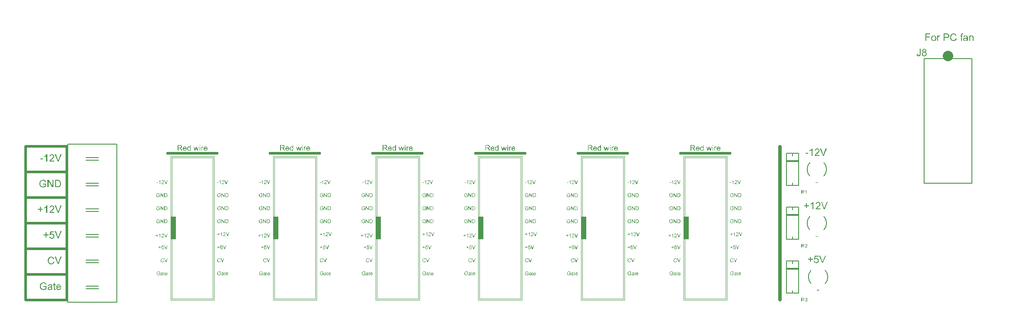
<source format=gto>
%FSLAX33Y33*%
%MOMM*%
%AMRR-H508000-W10160000-R152400-RO0.000*
21,1,9.8552,0.508,0.,0.,360*
21,1,10.16,0.2032,0.,0.,360*
1,1,0.3048,-4.9276,0.1016*
1,1,0.3048,4.9276,0.1016*
1,1,0.3048,4.9276,-0.1016*
1,1,0.3048,-4.9276,-0.1016*%
%ADD10C,0.5*%
%ADD11C,0.15*%
%ADD12C,0.1*%
%ADD13R,1.X4.5*%
%ADD14RR-H508000-W10160000-R152400-RO0.000*%
%ADD15C,0.3*%
%ADD16C,2.032*%
D10*
%LNpath-1*%
G01*
X147504Y1000D02*
X147604Y1000D01*
X147604Y31000*
X147504Y31000*
X147504Y1000*
%LNtop silkscreen_traces*%
%LNtop silkscreen component 0b7acb794d0bcb3e*%
D11*
X12300Y28755D02*
X14700Y28755D01*
X12300Y28245D02*
X14700Y28245D01*
%LNtop silkscreen component 0ab80d7a38d7a1af*%
D12*
X68750Y1000D02*
X68750Y29000D01*
X77250Y29000*
X77250Y1000*
X68750Y1000*
X69000Y1250D02*
X69000Y28750D01*
X77000Y28750*
X77000Y1250*
X69000Y1250*
D13*
X69250Y15025D03*
D14*
X73000Y29605D03*
G36*
X70113Y30138D02*
X70113Y31229D01*
X70597Y31229D01*
X70665Y31227D01*
X70725Y31222D01*
X70776Y31212D01*
X70819Y31200D01*
X70855Y31182D01*
X70887Y31159D01*
X70915Y31130D01*
X70940Y31096D01*
X70960Y31058D01*
X70974Y31017D01*
X70982Y30975D01*
X70985Y30931D01*
X70981Y30875D01*
X70966Y30824D01*
X70943Y30778D01*
X70910Y30736D01*
X70867Y30699D01*
X70814Y30670D01*
X70751Y30649D01*
X70715Y30642D01*
X70692Y30759D01*
X70723Y30768D01*
X70749Y30780D01*
X70772Y30795D01*
X70791Y30812D01*
X70807Y30833D01*
X70820Y30856D01*
X70829Y30880D01*
X70835Y30905D01*
X70836Y30931D01*
X70833Y30968D01*
X70822Y31002D01*
X70805Y31032D01*
X70780Y31059D01*
X70748Y31080D01*
X70708Y31096D01*
X70659Y31105D01*
X70603Y31108D01*
X70257Y31108D01*
X70257Y30747D01*
X70257Y30747D01*
X70568Y30747D01*
X70615Y30749D01*
X70656Y30753D01*
X70692Y30759D01*
X70715Y30642D01*
X70678Y30634D01*
X70705Y30621D01*
X70728Y30607D01*
X70748Y30593D01*
X70765Y30580D01*
X70796Y30549D01*
X70827Y30515D01*
X70856Y30477D01*
X70885Y30435D01*
X71075Y30138D01*
X70893Y30138D01*
X70749Y30365D01*
X70718Y30411D01*
X70691Y30452D01*
X70666Y30486D01*
X70644Y30515D01*
X70625Y30539D01*
X70606Y30560D01*
X70588Y30576D01*
X70571Y30588D01*
X70555Y30598D01*
X70538Y30606D01*
X70522Y30612D01*
X70505Y30617D01*
X70491Y30620D01*
X70473Y30621D01*
X70451Y30622D01*
X70425Y30622D01*
X70257Y30622D01*
X70257Y30138D01*
X70113Y30138D01*
X70113Y30138D01*
X71735Y30392D02*
X71874Y30375D01*
X71854Y30318D01*
X71827Y30268D01*
X71793Y30224D01*
X71752Y30187D01*
X71705Y30158D01*
X71652Y30137D01*
X71592Y30124D01*
X71526Y30120D01*
X71444Y30127D01*
X71371Y30147D01*
X71307Y30180D01*
X71251Y30227D01*
X71207Y30286D01*
X71175Y30355D01*
X71156Y30435D01*
X71150Y30526D01*
X71156Y30621D01*
X71175Y30704D01*
X71207Y30775D01*
X71252Y30836D01*
X71308Y30884D01*
X71370Y30919D01*
X71441Y30939D01*
X71519Y30946D01*
X71530Y30945D01*
X71520Y30836D01*
X71476Y30832D01*
X71435Y30821D01*
X71398Y30801D01*
X71365Y30774D01*
X71337Y30741D01*
X71316Y30702D01*
X71302Y30658D01*
X71296Y30609D01*
X71296Y30609D01*
X71737Y30609D01*
X71730Y30656D01*
X71720Y30696D01*
X71705Y30731D01*
X71686Y30759D01*
X71652Y30792D01*
X71613Y30817D01*
X71569Y30831D01*
X71520Y30836D01*
X71530Y30945D01*
X71594Y30939D01*
X71663Y30919D01*
X71724Y30885D01*
X71778Y30838D01*
X71822Y30779D01*
X71853Y30708D01*
X71872Y30627D01*
X71878Y30535D01*
X71878Y30528D01*
X71878Y30520D01*
X71878Y30510D01*
X71877Y30499D01*
X71288Y30499D01*
X71296Y30438D01*
X71310Y30384D01*
X71332Y30338D01*
X71362Y30299D01*
X71397Y30269D01*
X71436Y30248D01*
X71480Y30235D01*
X71527Y30230D01*
X71562Y30233D01*
X71595Y30240D01*
X71625Y30252D01*
X71653Y30269D01*
X71677Y30291D01*
X71699Y30319D01*
X71719Y30353D01*
X71735Y30392D01*
X71735Y30392D01*
X72555Y30138D02*
X72555Y30238D01*
X72494Y30300D01*
X72496Y30302D01*
X72522Y30343D01*
X72542Y30393D01*
X72553Y30452D01*
X72557Y30521D01*
X72553Y30597D01*
X72541Y30662D01*
X72522Y30716D01*
X72494Y30759D01*
X72461Y30793D01*
X72425Y30816D01*
X72384Y30831D01*
X72340Y30835D01*
X72298Y30831D01*
X72258Y30817D01*
X72223Y30794D01*
X72191Y30762D01*
X72165Y30721D01*
X72146Y30668D01*
X72135Y30606D01*
X72131Y30532D01*
X72131Y30532D01*
X72135Y30461D01*
X72147Y30400D01*
X72167Y30348D01*
X72195Y30305D01*
X72229Y30273D01*
X72265Y30249D01*
X72304Y30235D01*
X72346Y30230D01*
X72389Y30235D01*
X72428Y30248D01*
X72463Y30271D01*
X72494Y30300D01*
X72555Y30238D01*
X72513Y30186D01*
X72462Y30150D01*
X72402Y30127D01*
X72334Y30120D01*
X72287Y30123D01*
X72243Y30133D01*
X72200Y30149D01*
X72160Y30172D01*
X72123Y30201D01*
X72090Y30235D01*
X72061Y30274D01*
X72037Y30318D01*
X72018Y30366D01*
X72004Y30418D01*
X71996Y30473D01*
X71994Y30532D01*
X71996Y30590D01*
X72003Y30645D01*
X72016Y30698D01*
X72033Y30747D01*
X72055Y30792D01*
X72082Y30832D01*
X72114Y30866D01*
X72151Y30895D01*
X72192Y30917D01*
X72235Y30933D01*
X72280Y30943D01*
X72328Y30946D01*
X72362Y30944D01*
X72395Y30939D01*
X72426Y30929D01*
X72455Y30916D01*
X72482Y30900D01*
X72506Y30881D01*
X72527Y30861D01*
X72546Y30837D01*
X72546Y31229D01*
X72679Y31229D01*
X72679Y30138D01*
X72555Y30138D01*
X72555Y30138D01*
X73459Y30138D02*
X73217Y30928D01*
X73355Y30928D01*
X73481Y30472D01*
X73528Y30302D01*
X73532Y30317D01*
X73540Y30350D01*
X73552Y30399D01*
X73569Y30465D01*
X73695Y30928D01*
X73832Y30928D01*
X73951Y30470D01*
X73990Y30319D01*
X74036Y30471D01*
X74171Y30928D01*
X74301Y30928D01*
X74054Y30138D01*
X73915Y30138D01*
X73789Y30611D01*
X73759Y30746D01*
X73599Y30138D01*
X73459Y30138D01*
X73459Y30138D01*
X74414Y30138D02*
X74414Y30928D01*
X74548Y30928D01*
X74548Y30138D01*
X74414Y30138D01*
X74414Y30138D01*
X74414Y31075D02*
X74414Y31229D01*
X74548Y31229D01*
X74548Y31075D01*
X74414Y31075D01*
X74414Y31075D01*
X74751Y30138D02*
X74751Y30928D01*
X74871Y30928D01*
X74871Y30808D01*
X74894Y30847D01*
X74916Y30878D01*
X74936Y30902D01*
X74956Y30919D01*
X74976Y30931D01*
X74997Y30939D01*
X75019Y30944D01*
X75042Y30946D01*
X75076Y30943D01*
X75111Y30935D01*
X75145Y30922D01*
X75180Y30903D01*
X75134Y30779D01*
X75109Y30791D01*
X75085Y30800D01*
X75060Y30806D01*
X75036Y30808D01*
X75014Y30806D01*
X74994Y30801D01*
X74975Y30793D01*
X74957Y30781D01*
X74940Y30767D01*
X74927Y30750D01*
X74916Y30730D01*
X74907Y30708D01*
X74897Y30671D01*
X74890Y30633D01*
X74886Y30593D01*
X74885Y30552D01*
X74885Y30138D01*
X74751Y30138D01*
X74751Y30138D01*
X75801Y30392D02*
X75939Y30375D01*
X75919Y30318D01*
X75892Y30268D01*
X75858Y30224D01*
X75818Y30187D01*
X75770Y30158D01*
X75717Y30137D01*
X75657Y30124D01*
X75591Y30120D01*
X75509Y30127D01*
X75436Y30147D01*
X75372Y30180D01*
X75316Y30227D01*
X75272Y30286D01*
X75240Y30355D01*
X75221Y30435D01*
X75215Y30526D01*
X75221Y30621D01*
X75241Y30704D01*
X75273Y30775D01*
X75318Y30836D01*
X75373Y30884D01*
X75436Y30919D01*
X75506Y30939D01*
X75584Y30946D01*
X75595Y30945D01*
X75585Y30836D01*
X75541Y30832D01*
X75501Y30821D01*
X75464Y30801D01*
X75430Y30774D01*
X75402Y30741D01*
X75382Y30702D01*
X75368Y30658D01*
X75361Y30609D01*
X75361Y30609D01*
X75802Y30609D01*
X75796Y30656D01*
X75785Y30696D01*
X75770Y30731D01*
X75751Y30759D01*
X75717Y30792D01*
X75678Y30817D01*
X75634Y30831D01*
X75585Y30836D01*
X75595Y30945D01*
X75660Y30939D01*
X75728Y30919D01*
X75789Y30885D01*
X75843Y30838D01*
X75887Y30779D01*
X75918Y30708D01*
X75937Y30627D01*
X75943Y30535D01*
X75943Y30528D01*
X75943Y30520D01*
X75943Y30510D01*
X75943Y30499D01*
X75353Y30499D01*
X75361Y30438D01*
X75375Y30384D01*
X75398Y30338D01*
X75427Y30299D01*
X75462Y30269D01*
X75501Y30248D01*
X75545Y30235D01*
X75592Y30230D01*
X75628Y30233D01*
X75660Y30240D01*
X75691Y30252D01*
X75718Y30269D01*
X75743Y30291D01*
X75765Y30319D01*
X75784Y30353D01*
X75801Y30392D01*
X75801Y30392D01*
X78229Y6141D02*
X78229Y6227D01*
X78537Y6227D01*
X78537Y5957D01*
X78501Y5931D01*
X78465Y5908D01*
X78428Y5888D01*
X78390Y5872D01*
X78352Y5860D01*
X78314Y5851D01*
X78275Y5845D01*
X78236Y5844D01*
X78183Y5846D01*
X78133Y5855D01*
X78086Y5869D01*
X78041Y5889D01*
X78000Y5915D01*
X77964Y5946D01*
X77934Y5981D01*
X77909Y6022D01*
X77889Y6067D01*
X77875Y6114D01*
X77867Y6164D01*
X77864Y6216D01*
X77867Y6268D01*
X77875Y6319D01*
X77889Y6367D01*
X77908Y6414D01*
X77933Y6457D01*
X77963Y6495D01*
X77997Y6526D01*
X78036Y6551D01*
X78079Y6571D01*
X78126Y6585D01*
X78175Y6593D01*
X78228Y6596D01*
X78267Y6594D01*
X78303Y6589D01*
X78338Y6581D01*
X78371Y6570D01*
X78401Y6556D01*
X78428Y6540D01*
X78451Y6521D01*
X78471Y6499D01*
X78488Y6474D01*
X78503Y6446D01*
X78515Y6415D01*
X78526Y6380D01*
X78439Y6356D01*
X78430Y6382D01*
X78421Y6406D01*
X78410Y6426D01*
X78398Y6443D01*
X78385Y6458D01*
X78369Y6472D01*
X78350Y6484D01*
X78329Y6494D01*
X78306Y6503D01*
X78281Y6509D01*
X78256Y6512D01*
X78229Y6513D01*
X78197Y6512D01*
X78167Y6508D01*
X78140Y6502D01*
X78115Y6493D01*
X78092Y6482D01*
X78071Y6470D01*
X78053Y6456D01*
X78037Y6440D01*
X78023Y6424D01*
X78011Y6406D01*
X78000Y6388D01*
X77991Y6368D01*
X77979Y6334D01*
X77970Y6298D01*
X77965Y6261D01*
X77963Y6222D01*
X77965Y6175D01*
X77972Y6133D01*
X77982Y6094D01*
X77997Y6059D01*
X78015Y6029D01*
X78038Y6002D01*
X78064Y5980D01*
X78094Y5962D01*
X78127Y5948D01*
X78160Y5938D01*
X78195Y5932D01*
X78230Y5930D01*
X78261Y5932D01*
X78292Y5936D01*
X78322Y5944D01*
X78352Y5954D01*
X78380Y5967D01*
X78405Y5979D01*
X78425Y5992D01*
X78443Y6006D01*
X78443Y6141D01*
X78229Y6141D01*
X78229Y6141D01*
X79011Y5921D02*
X78986Y5901D01*
X78983Y5899D01*
X78949Y5949D01*
X78965Y5963D01*
X78978Y5980D01*
X78989Y5998D01*
X78996Y6015D01*
X79000Y6036D01*
X79003Y6060D01*
X79004Y6088D01*
X79004Y6120D01*
X79004Y6120D01*
X78976Y6111D01*
X78943Y6102D01*
X78903Y6094D01*
X78858Y6087D01*
X78832Y6083D01*
X78811Y6078D01*
X78793Y6074D01*
X78780Y6069D01*
X78769Y6063D01*
X78760Y6057D01*
X78752Y6049D01*
X78745Y6040D01*
X78739Y6030D01*
X78735Y6020D01*
X78733Y6009D01*
X78732Y5997D01*
X78734Y5980D01*
X78739Y5965D01*
X78747Y5951D01*
X78759Y5938D01*
X78774Y5927D01*
X78793Y5920D01*
X78814Y5916D01*
X78838Y5914D01*
X78864Y5915D01*
X78887Y5920D01*
X78909Y5927D01*
X78930Y5937D01*
X78949Y5949D01*
X78983Y5899D01*
X78962Y5885D01*
X78939Y5872D01*
X78916Y5861D01*
X78892Y5854D01*
X78868Y5848D01*
X78843Y5845D01*
X78817Y5844D01*
X78776Y5847D01*
X78740Y5855D01*
X78709Y5868D01*
X78684Y5887D01*
X78663Y5909D01*
X78649Y5935D01*
X78640Y5963D01*
X78637Y5995D01*
X78638Y6014D01*
X78641Y6032D01*
X78647Y6049D01*
X78655Y6066D01*
X78664Y6081D01*
X78675Y6094D01*
X78687Y6106D01*
X78701Y6117D01*
X78715Y6126D01*
X78731Y6134D01*
X78748Y6141D01*
X78765Y6146D01*
X78780Y6150D01*
X78798Y6153D01*
X78820Y6156D01*
X78844Y6160D01*
X78895Y6166D01*
X78938Y6174D01*
X78975Y6182D01*
X79004Y6190D01*
X79004Y6199D01*
X79004Y6205D01*
X79004Y6210D01*
X79004Y6214D01*
X79003Y6239D01*
X78998Y6260D01*
X78990Y6277D01*
X78979Y6291D01*
X78960Y6304D01*
X78936Y6313D01*
X78909Y6319D01*
X78877Y6321D01*
X78848Y6319D01*
X78822Y6315D01*
X78801Y6308D01*
X78784Y6299D01*
X78770Y6286D01*
X78758Y6268D01*
X78748Y6247D01*
X78740Y6221D01*
X78652Y6233D01*
X78659Y6259D01*
X78668Y6283D01*
X78679Y6304D01*
X78692Y6323D01*
X78707Y6339D01*
X78725Y6354D01*
X78746Y6366D01*
X78770Y6376D01*
X78797Y6384D01*
X78826Y6390D01*
X78857Y6394D01*
X78890Y6395D01*
X78922Y6394D01*
X78951Y6391D01*
X78977Y6386D01*
X79000Y6379D01*
X79019Y6370D01*
X79036Y6361D01*
X79050Y6350D01*
X79062Y6339D01*
X79071Y6326D01*
X79079Y6312D01*
X79085Y6296D01*
X79089Y6278D01*
X79091Y6264D01*
X79093Y6246D01*
X79094Y6223D01*
X79094Y6196D01*
X79094Y6077D01*
X79094Y6020D01*
X79095Y5975D01*
X79097Y5941D01*
X79100Y5919D01*
X79103Y5903D01*
X79108Y5887D01*
X79114Y5871D01*
X79122Y5856D01*
X79029Y5856D01*
X79023Y5870D01*
X79018Y5886D01*
X79014Y5903D01*
X79011Y5921D01*
X79011Y5921D01*
X79427Y5936D02*
X79440Y5857D01*
X79422Y5854D01*
X79404Y5851D01*
X79388Y5850D01*
X79373Y5849D01*
X79350Y5850D01*
X79330Y5853D01*
X79312Y5858D01*
X79297Y5864D01*
X79285Y5873D01*
X79274Y5882D01*
X79266Y5893D01*
X79260Y5905D01*
X79255Y5921D01*
X79251Y5944D01*
X79249Y5974D01*
X79249Y6010D01*
X79249Y6313D01*
X79183Y6313D01*
X79183Y6383D01*
X79249Y6383D01*
X79249Y6513D01*
X79338Y6567D01*
X79338Y6383D01*
X79427Y6383D01*
X79427Y6313D01*
X79338Y6313D01*
X79338Y6005D01*
X79338Y5988D01*
X79339Y5974D01*
X79340Y5963D01*
X79342Y5956D01*
X79345Y5951D01*
X79348Y5946D01*
X79353Y5942D01*
X79358Y5939D01*
X79364Y5936D01*
X79371Y5934D01*
X79379Y5933D01*
X79388Y5932D01*
X79396Y5933D01*
X79405Y5933D01*
X79416Y5934D01*
X79427Y5936D01*
X79427Y5936D01*
X79875Y6026D02*
X79968Y6014D01*
X79954Y5976D01*
X79936Y5942D01*
X79914Y5913D01*
X79887Y5889D01*
X79855Y5869D01*
X79819Y5855D01*
X79780Y5847D01*
X79736Y5844D01*
X79681Y5849D01*
X79632Y5862D01*
X79589Y5884D01*
X79553Y5915D01*
X79523Y5954D01*
X79502Y6001D01*
X79489Y6054D01*
X79485Y6115D01*
X79489Y6178D01*
X79502Y6233D01*
X79523Y6281D01*
X79553Y6321D01*
X79590Y6353D01*
X79632Y6376D01*
X79679Y6390D01*
X79731Y6395D01*
X79738Y6394D01*
X79732Y6321D01*
X79702Y6319D01*
X79675Y6311D01*
X79651Y6298D01*
X79628Y6280D01*
X79610Y6258D01*
X79596Y6232D01*
X79587Y6203D01*
X79582Y6170D01*
X79582Y6170D01*
X79876Y6170D01*
X79872Y6201D01*
X79865Y6228D01*
X79855Y6251D01*
X79843Y6270D01*
X79820Y6292D01*
X79794Y6308D01*
X79764Y6318D01*
X79732Y6321D01*
X79738Y6394D01*
X79781Y6390D01*
X79827Y6377D01*
X79868Y6354D01*
X79904Y6323D01*
X79933Y6283D01*
X79954Y6236D01*
X79966Y6182D01*
X79971Y6120D01*
X79970Y6116D01*
X79970Y6110D01*
X79970Y6104D01*
X79970Y6097D01*
X79577Y6097D01*
X79582Y6056D01*
X79592Y6020D01*
X79607Y5989D01*
X79626Y5964D01*
X79650Y5943D01*
X79676Y5929D01*
X79705Y5920D01*
X79736Y5918D01*
X79760Y5919D01*
X79782Y5924D01*
X79802Y5932D01*
X79820Y5943D01*
X79837Y5958D01*
X79851Y5977D01*
X79864Y5999D01*
X79875Y6026D01*
X79875Y6026D01*
X78407Y8651D02*
X78504Y8627D01*
X78485Y8571D01*
X78461Y8522D01*
X78431Y8481D01*
X78395Y8446D01*
X78353Y8419D01*
X78307Y8399D01*
X78257Y8387D01*
X78202Y8384D01*
X78146Y8387D01*
X78096Y8396D01*
X78051Y8411D01*
X78011Y8431D01*
X77977Y8458D01*
X77946Y8490D01*
X77920Y8527D01*
X77899Y8570D01*
X77882Y8616D01*
X77870Y8664D01*
X77863Y8714D01*
X77861Y8765D01*
X77863Y8820D01*
X77871Y8871D01*
X77885Y8919D01*
X77904Y8963D01*
X77928Y9003D01*
X77957Y9038D01*
X77990Y9067D01*
X78028Y9092D01*
X78069Y9111D01*
X78112Y9125D01*
X78157Y9133D01*
X78204Y9136D01*
X78256Y9132D01*
X78304Y9122D01*
X78348Y9104D01*
X78387Y9080D01*
X78422Y9050D01*
X78451Y9013D01*
X78474Y8971D01*
X78491Y8924D01*
X78396Y8902D01*
X78382Y8939D01*
X78365Y8970D01*
X78346Y8996D01*
X78323Y9017D01*
X78297Y9033D01*
X78269Y9044D01*
X78237Y9051D01*
X78202Y9053D01*
X78162Y9051D01*
X78125Y9043D01*
X78092Y9031D01*
X78062Y9013D01*
X78036Y8991D01*
X78014Y8966D01*
X77996Y8937D01*
X77983Y8905D01*
X77973Y8871D01*
X77966Y8836D01*
X77961Y8801D01*
X77960Y8766D01*
X77962Y8721D01*
X77967Y8679D01*
X77975Y8640D01*
X77987Y8604D01*
X78002Y8571D01*
X78021Y8543D01*
X78044Y8519D01*
X78071Y8500D01*
X78100Y8485D01*
X78130Y8475D01*
X78162Y8468D01*
X78194Y8466D01*
X78233Y8469D01*
X78269Y8478D01*
X78302Y8492D01*
X78331Y8513D01*
X78357Y8539D01*
X78378Y8571D01*
X78395Y8608D01*
X78407Y8651D01*
X78407Y8651D01*
X78830Y8396D02*
X78548Y9123D01*
X78652Y9123D01*
X78841Y8595D01*
X78852Y8564D01*
X78862Y8533D01*
X78871Y8504D01*
X78880Y8476D01*
X78888Y8506D01*
X78898Y8535D01*
X78908Y8565D01*
X78919Y8595D01*
X79115Y9123D01*
X79213Y9123D01*
X78929Y8396D01*
X78830Y8396D01*
X78830Y8396D01*
X78064Y11054D02*
X78064Y11253D01*
X77867Y11253D01*
X77867Y11336D01*
X78064Y11336D01*
X78064Y11534D01*
X78149Y11534D01*
X78149Y11336D01*
X78347Y11336D01*
X78347Y11253D01*
X78149Y11253D01*
X78149Y11054D01*
X78064Y11054D01*
X78064Y11054D01*
X78446Y11127D02*
X78539Y11134D01*
X78546Y11102D01*
X78557Y11074D01*
X78570Y11051D01*
X78588Y11031D01*
X78608Y11016D01*
X78629Y11006D01*
X78653Y10999D01*
X78679Y10997D01*
X78710Y11000D01*
X78739Y11009D01*
X78765Y11024D01*
X78788Y11046D01*
X78808Y11072D01*
X78822Y11102D01*
X78830Y11136D01*
X78833Y11175D01*
X78830Y11211D01*
X78822Y11243D01*
X78809Y11271D01*
X78790Y11295D01*
X78767Y11314D01*
X78741Y11328D01*
X78711Y11337D01*
X78678Y11339D01*
X78657Y11338D01*
X78637Y11334D01*
X78618Y11328D01*
X78600Y11320D01*
X78583Y11309D01*
X78569Y11297D01*
X78556Y11284D01*
X78545Y11269D01*
X78461Y11280D01*
X78532Y11653D01*
X78893Y11653D01*
X78893Y11568D01*
X78603Y11568D01*
X78564Y11373D01*
X78597Y11393D01*
X78631Y11407D01*
X78666Y11415D01*
X78701Y11418D01*
X78747Y11414D01*
X78789Y11402D01*
X78828Y11381D01*
X78862Y11352D01*
X78891Y11317D01*
X78911Y11277D01*
X78924Y11232D01*
X78928Y11183D01*
X78924Y11135D01*
X78913Y11091D01*
X78895Y11050D01*
X78870Y11012D01*
X78832Y10973D01*
X78787Y10946D01*
X78737Y10929D01*
X78679Y10924D01*
X78632Y10927D01*
X78589Y10937D01*
X78551Y10955D01*
X78517Y10979D01*
X78489Y11009D01*
X78468Y11044D01*
X78453Y11083D01*
X78446Y11127D01*
X78446Y11127D01*
X79255Y10936D02*
X78973Y11663D01*
X79077Y11663D01*
X79266Y11135D01*
X79277Y11104D01*
X79287Y11073D01*
X79296Y11044D01*
X79304Y11016D01*
X79313Y11046D01*
X79322Y11075D01*
X79333Y11105D01*
X79343Y11135D01*
X79540Y11663D01*
X79638Y11663D01*
X79353Y10936D01*
X79255Y10936D01*
X79255Y10936D01*
X78064Y13594D02*
X78064Y13793D01*
X77867Y13793D01*
X77867Y13876D01*
X78064Y13876D01*
X78064Y14074D01*
X78149Y14074D01*
X78149Y13876D01*
X78347Y13876D01*
X78347Y13793D01*
X78149Y13793D01*
X78149Y13594D01*
X78064Y13594D01*
X78064Y13594D01*
X78782Y13476D02*
X78693Y13476D01*
X78693Y14045D01*
X78675Y14030D01*
X78655Y14014D01*
X78633Y13999D01*
X78608Y13984D01*
X78582Y13969D01*
X78558Y13957D01*
X78535Y13946D01*
X78514Y13937D01*
X78514Y14024D01*
X78550Y14042D01*
X78584Y14063D01*
X78616Y14085D01*
X78645Y14109D01*
X78671Y14134D01*
X78693Y14158D01*
X78711Y14182D01*
X78724Y14206D01*
X78782Y14206D01*
X78782Y13476D01*
X78782Y13476D01*
X79480Y13562D02*
X79480Y13476D01*
X78999Y13476D01*
X78999Y13492D01*
X79001Y13508D01*
X79005Y13523D01*
X79010Y13538D01*
X79020Y13562D01*
X79033Y13587D01*
X79050Y13611D01*
X79068Y13635D01*
X79091Y13659D01*
X79118Y13686D01*
X79149Y13715D01*
X79185Y13745D01*
X79240Y13791D01*
X79285Y13832D01*
X79320Y13868D01*
X79345Y13899D01*
X79364Y13927D01*
X79377Y13954D01*
X79385Y13981D01*
X79387Y14006D01*
X79385Y14032D01*
X79378Y14055D01*
X79366Y14077D01*
X79349Y14096D01*
X79329Y14112D01*
X79305Y14123D01*
X79279Y14130D01*
X79250Y14132D01*
X79220Y14130D01*
X79192Y14123D01*
X79168Y14111D01*
X79147Y14094D01*
X79130Y14072D01*
X79118Y14047D01*
X79110Y14019D01*
X79108Y13986D01*
X79016Y13996D01*
X79024Y14044D01*
X79038Y14086D01*
X79059Y14122D01*
X79087Y14152D01*
X79120Y14176D01*
X79159Y14193D01*
X79203Y14203D01*
X79252Y14206D01*
X79302Y14203D01*
X79346Y14192D01*
X79385Y14174D01*
X79418Y14148D01*
X79445Y14117D01*
X79464Y14083D01*
X79475Y14046D01*
X79479Y14004D01*
X79478Y13983D01*
X79474Y13961D01*
X79469Y13940D01*
X79461Y13919D01*
X79451Y13897D01*
X79437Y13875D01*
X79421Y13853D01*
X79402Y13830D01*
X79378Y13804D01*
X79347Y13774D01*
X79309Y13740D01*
X79264Y13702D01*
X79227Y13671D01*
X79198Y13645D01*
X79176Y13625D01*
X79161Y13610D01*
X79150Y13598D01*
X79140Y13586D01*
X79131Y13574D01*
X79123Y13562D01*
X79480Y13562D01*
X79480Y13562D01*
X79820Y13476D02*
X79538Y14203D01*
X79642Y14203D01*
X79831Y13675D01*
X79842Y13644D01*
X79852Y13613D01*
X79861Y13584D01*
X79869Y13556D01*
X79878Y13586D01*
X79888Y13615D01*
X79898Y13645D01*
X79909Y13675D01*
X80105Y14203D01*
X80203Y14203D01*
X79918Y13476D01*
X79820Y13476D01*
X79820Y13476D01*
X77842Y23854D02*
X77842Y23944D01*
X78117Y23944D01*
X78117Y23854D01*
X77842Y23854D01*
X77842Y23854D01*
X78527Y23636D02*
X78438Y23636D01*
X78438Y24205D01*
X78420Y24190D01*
X78400Y24174D01*
X78378Y24159D01*
X78353Y24144D01*
X78327Y24129D01*
X78303Y24117D01*
X78280Y24106D01*
X78259Y24097D01*
X78259Y24184D01*
X78295Y24202D01*
X78329Y24223D01*
X78361Y24245D01*
X78390Y24269D01*
X78416Y24294D01*
X78438Y24318D01*
X78456Y24342D01*
X78469Y24366D01*
X78527Y24366D01*
X78527Y23636D01*
X78527Y23636D01*
X79225Y23722D02*
X79225Y23636D01*
X78744Y23636D01*
X78744Y23652D01*
X78746Y23668D01*
X78750Y23683D01*
X78755Y23698D01*
X78765Y23722D01*
X78778Y23747D01*
X78795Y23771D01*
X78813Y23795D01*
X78836Y23819D01*
X78863Y23846D01*
X78894Y23875D01*
X78930Y23905D01*
X78985Y23951D01*
X79030Y23992D01*
X79065Y24028D01*
X79090Y24059D01*
X79109Y24087D01*
X79122Y24114D01*
X79129Y24141D01*
X79132Y24166D01*
X79130Y24192D01*
X79123Y24215D01*
X79111Y24237D01*
X79094Y24256D01*
X79074Y24272D01*
X79050Y24283D01*
X79024Y24290D01*
X78995Y24292D01*
X78965Y24290D01*
X78937Y24283D01*
X78913Y24271D01*
X78892Y24254D01*
X78875Y24232D01*
X78863Y24207D01*
X78855Y24179D01*
X78853Y24146D01*
X78761Y24156D01*
X78769Y24204D01*
X78783Y24246D01*
X78804Y24282D01*
X78832Y24312D01*
X78865Y24336D01*
X78904Y24353D01*
X78948Y24363D01*
X78997Y24366D01*
X79047Y24363D01*
X79091Y24352D01*
X79130Y24334D01*
X79163Y24308D01*
X79190Y24277D01*
X79209Y24243D01*
X79220Y24206D01*
X79224Y24164D01*
X79223Y24143D01*
X79219Y24121D01*
X79214Y24100D01*
X79206Y24079D01*
X79196Y24057D01*
X79182Y24035D01*
X79166Y24013D01*
X79147Y23990D01*
X79123Y23964D01*
X79092Y23934D01*
X79054Y23900D01*
X79009Y23862D01*
X78972Y23831D01*
X78943Y23805D01*
X78921Y23785D01*
X78906Y23770D01*
X78895Y23758D01*
X78885Y23746D01*
X78876Y23734D01*
X78868Y23722D01*
X79225Y23722D01*
X79225Y23722D01*
X79565Y23636D02*
X79283Y24363D01*
X79387Y24363D01*
X79576Y23835D01*
X79587Y23804D01*
X79597Y23773D01*
X79606Y23744D01*
X79614Y23716D01*
X79623Y23746D01*
X79633Y23775D01*
X79643Y23805D01*
X79653Y23835D01*
X79850Y24363D01*
X79948Y24363D01*
X79663Y23636D01*
X79565Y23636D01*
X79565Y23636D01*
X78229Y21381D02*
X78229Y21467D01*
X78537Y21467D01*
X78537Y21197D01*
X78501Y21171D01*
X78465Y21148D01*
X78428Y21128D01*
X78390Y21112D01*
X78352Y21100D01*
X78314Y21091D01*
X78275Y21085D01*
X78236Y21084D01*
X78183Y21086D01*
X78133Y21095D01*
X78086Y21109D01*
X78041Y21129D01*
X78000Y21155D01*
X77964Y21186D01*
X77934Y21221D01*
X77909Y21262D01*
X77889Y21307D01*
X77875Y21354D01*
X77867Y21404D01*
X77864Y21456D01*
X77867Y21508D01*
X77875Y21559D01*
X77889Y21607D01*
X77908Y21654D01*
X77933Y21697D01*
X77963Y21735D01*
X77997Y21766D01*
X78036Y21791D01*
X78079Y21811D01*
X78126Y21825D01*
X78175Y21833D01*
X78228Y21836D01*
X78267Y21834D01*
X78303Y21829D01*
X78338Y21821D01*
X78371Y21810D01*
X78401Y21796D01*
X78428Y21780D01*
X78451Y21761D01*
X78471Y21739D01*
X78488Y21714D01*
X78503Y21686D01*
X78515Y21655D01*
X78526Y21620D01*
X78439Y21596D01*
X78430Y21622D01*
X78421Y21646D01*
X78410Y21666D01*
X78398Y21683D01*
X78385Y21698D01*
X78369Y21712D01*
X78350Y21724D01*
X78329Y21734D01*
X78306Y21743D01*
X78281Y21749D01*
X78256Y21752D01*
X78229Y21753D01*
X78197Y21752D01*
X78167Y21748D01*
X78140Y21742D01*
X78115Y21733D01*
X78092Y21722D01*
X78071Y21710D01*
X78053Y21696D01*
X78037Y21680D01*
X78023Y21664D01*
X78011Y21646D01*
X78000Y21628D01*
X77991Y21608D01*
X77979Y21574D01*
X77970Y21538D01*
X77965Y21501D01*
X77963Y21462D01*
X77965Y21415D01*
X77972Y21373D01*
X77982Y21334D01*
X77997Y21299D01*
X78015Y21269D01*
X78038Y21242D01*
X78064Y21220D01*
X78094Y21202D01*
X78127Y21188D01*
X78160Y21178D01*
X78195Y21172D01*
X78230Y21170D01*
X78261Y21172D01*
X78292Y21176D01*
X78322Y21184D01*
X78352Y21194D01*
X78380Y21207D01*
X78405Y21219D01*
X78425Y21232D01*
X78443Y21246D01*
X78443Y21381D01*
X78229Y21381D01*
X78229Y21381D01*
X78678Y21096D02*
X78678Y21823D01*
X78776Y21823D01*
X79158Y21252D01*
X79158Y21823D01*
X79251Y21823D01*
X79251Y21096D01*
X79152Y21096D01*
X78770Y21668D01*
X78770Y21096D01*
X78678Y21096D01*
X78678Y21096D01*
X79412Y21096D02*
X79412Y21823D01*
X79661Y21823D01*
X79661Y21737D01*
X79509Y21737D01*
X79509Y21182D01*
X79509Y21182D01*
X79664Y21182D01*
X79698Y21183D01*
X79728Y21185D01*
X79754Y21189D01*
X79777Y21195D01*
X79796Y21203D01*
X79814Y21211D01*
X79829Y21221D01*
X79842Y21233D01*
X79858Y21252D01*
X79872Y21273D01*
X79885Y21298D01*
X79895Y21325D01*
X79904Y21355D01*
X79910Y21389D01*
X79913Y21425D01*
X79914Y21465D01*
X79912Y21519D01*
X79905Y21566D01*
X79893Y21607D01*
X79877Y21640D01*
X79857Y21669D01*
X79836Y21692D01*
X79812Y21710D01*
X79786Y21723D01*
X79764Y21729D01*
X79735Y21734D01*
X79701Y21737D01*
X79661Y21737D01*
X79661Y21823D01*
X79663Y21823D01*
X79703Y21823D01*
X79738Y21821D01*
X79768Y21817D01*
X79792Y21813D01*
X79823Y21804D01*
X79850Y21793D01*
X79876Y21778D01*
X79899Y21761D01*
X79926Y21735D01*
X79949Y21705D01*
X79969Y21673D01*
X79985Y21636D01*
X79998Y21597D01*
X80007Y21555D01*
X80012Y21511D01*
X80014Y21464D01*
X80012Y21423D01*
X80009Y21385D01*
X80003Y21350D01*
X79994Y21317D01*
X79984Y21286D01*
X79972Y21258D01*
X79959Y21233D01*
X79945Y21211D01*
X79929Y21191D01*
X79913Y21173D01*
X79896Y21158D01*
X79878Y21145D01*
X79860Y21134D01*
X79839Y21124D01*
X79816Y21115D01*
X79792Y21108D01*
X79765Y21103D01*
X79737Y21099D01*
X79707Y21097D01*
X79675Y21096D01*
X79412Y21096D01*
X79412Y21096D01*
X78229Y18841D02*
X78229Y18927D01*
X78537Y18927D01*
X78537Y18657D01*
X78501Y18631D01*
X78465Y18608D01*
X78428Y18588D01*
X78390Y18572D01*
X78352Y18560D01*
X78314Y18551D01*
X78275Y18545D01*
X78236Y18544D01*
X78183Y18546D01*
X78133Y18555D01*
X78086Y18569D01*
X78041Y18589D01*
X78000Y18615D01*
X77964Y18646D01*
X77934Y18681D01*
X77909Y18722D01*
X77889Y18767D01*
X77875Y18814D01*
X77867Y18864D01*
X77864Y18916D01*
X77867Y18968D01*
X77875Y19019D01*
X77889Y19067D01*
X77908Y19114D01*
X77933Y19157D01*
X77963Y19195D01*
X77997Y19226D01*
X78036Y19251D01*
X78079Y19271D01*
X78126Y19285D01*
X78175Y19293D01*
X78228Y19296D01*
X78267Y19294D01*
X78303Y19289D01*
X78338Y19281D01*
X78371Y19270D01*
X78401Y19256D01*
X78428Y19240D01*
X78451Y19221D01*
X78471Y19199D01*
X78488Y19174D01*
X78503Y19146D01*
X78515Y19115D01*
X78526Y19080D01*
X78439Y19056D01*
X78430Y19082D01*
X78421Y19106D01*
X78410Y19126D01*
X78398Y19143D01*
X78385Y19158D01*
X78369Y19172D01*
X78350Y19184D01*
X78329Y19194D01*
X78306Y19203D01*
X78281Y19209D01*
X78256Y19212D01*
X78229Y19213D01*
X78197Y19212D01*
X78167Y19208D01*
X78140Y19202D01*
X78115Y19193D01*
X78092Y19182D01*
X78071Y19170D01*
X78053Y19156D01*
X78037Y19140D01*
X78023Y19124D01*
X78011Y19106D01*
X78000Y19088D01*
X77991Y19068D01*
X77979Y19034D01*
X77970Y18998D01*
X77965Y18961D01*
X77963Y18922D01*
X77965Y18875D01*
X77972Y18833D01*
X77982Y18794D01*
X77997Y18759D01*
X78015Y18729D01*
X78038Y18702D01*
X78064Y18680D01*
X78094Y18662D01*
X78127Y18648D01*
X78160Y18638D01*
X78195Y18632D01*
X78230Y18630D01*
X78261Y18632D01*
X78292Y18636D01*
X78322Y18644D01*
X78352Y18654D01*
X78380Y18667D01*
X78405Y18679D01*
X78425Y18692D01*
X78443Y18706D01*
X78443Y18841D01*
X78229Y18841D01*
X78229Y18841D01*
X78678Y18556D02*
X78678Y19283D01*
X78776Y19283D01*
X79158Y18712D01*
X79158Y19283D01*
X79251Y19283D01*
X79251Y18556D01*
X79152Y18556D01*
X78770Y19128D01*
X78770Y18556D01*
X78678Y18556D01*
X78678Y18556D01*
X79412Y18556D02*
X79412Y19283D01*
X79661Y19283D01*
X79661Y19197D01*
X79509Y19197D01*
X79509Y18642D01*
X79509Y18642D01*
X79664Y18642D01*
X79698Y18643D01*
X79728Y18645D01*
X79754Y18649D01*
X79777Y18655D01*
X79796Y18663D01*
X79814Y18671D01*
X79829Y18681D01*
X79842Y18693D01*
X79858Y18712D01*
X79872Y18733D01*
X79885Y18758D01*
X79895Y18785D01*
X79904Y18815D01*
X79910Y18849D01*
X79913Y18885D01*
X79914Y18925D01*
X79912Y18979D01*
X79905Y19026D01*
X79893Y19067D01*
X79877Y19100D01*
X79857Y19129D01*
X79836Y19152D01*
X79812Y19170D01*
X79786Y19183D01*
X79764Y19189D01*
X79735Y19194D01*
X79701Y19197D01*
X79661Y19197D01*
X79661Y19283D01*
X79663Y19283D01*
X79703Y19283D01*
X79738Y19281D01*
X79768Y19277D01*
X79792Y19273D01*
X79823Y19264D01*
X79850Y19253D01*
X79876Y19238D01*
X79899Y19221D01*
X79926Y19195D01*
X79949Y19165D01*
X79969Y19133D01*
X79985Y19096D01*
X79998Y19057D01*
X80007Y19015D01*
X80012Y18971D01*
X80014Y18924D01*
X80012Y18883D01*
X80009Y18845D01*
X80003Y18810D01*
X79994Y18777D01*
X79984Y18746D01*
X79972Y18718D01*
X79959Y18693D01*
X79945Y18671D01*
X79929Y18651D01*
X79913Y18633D01*
X79896Y18618D01*
X79878Y18605D01*
X79860Y18594D01*
X79839Y18584D01*
X79816Y18575D01*
X79792Y18568D01*
X79765Y18563D01*
X79737Y18559D01*
X79707Y18557D01*
X79675Y18556D01*
X79412Y18556D01*
X79412Y18556D01*
X78229Y16301D02*
X78229Y16387D01*
X78537Y16387D01*
X78537Y16117D01*
X78501Y16091D01*
X78465Y16068D01*
X78428Y16048D01*
X78390Y16032D01*
X78352Y16020D01*
X78314Y16011D01*
X78275Y16005D01*
X78236Y16004D01*
X78183Y16006D01*
X78133Y16015D01*
X78086Y16029D01*
X78041Y16049D01*
X78000Y16075D01*
X77964Y16106D01*
X77934Y16141D01*
X77909Y16182D01*
X77889Y16227D01*
X77875Y16274D01*
X77867Y16324D01*
X77864Y16376D01*
X77867Y16428D01*
X77875Y16479D01*
X77889Y16527D01*
X77908Y16574D01*
X77933Y16617D01*
X77963Y16655D01*
X77997Y16686D01*
X78036Y16711D01*
X78079Y16731D01*
X78126Y16745D01*
X78175Y16753D01*
X78228Y16756D01*
X78267Y16754D01*
X78303Y16749D01*
X78338Y16741D01*
X78371Y16730D01*
X78401Y16716D01*
X78428Y16700D01*
X78451Y16681D01*
X78471Y16659D01*
X78488Y16634D01*
X78503Y16606D01*
X78515Y16575D01*
X78526Y16540D01*
X78439Y16516D01*
X78430Y16542D01*
X78421Y16566D01*
X78410Y16586D01*
X78398Y16603D01*
X78385Y16618D01*
X78369Y16632D01*
X78350Y16644D01*
X78329Y16654D01*
X78306Y16663D01*
X78281Y16669D01*
X78256Y16672D01*
X78229Y16673D01*
X78197Y16672D01*
X78167Y16668D01*
X78140Y16662D01*
X78115Y16653D01*
X78092Y16642D01*
X78071Y16630D01*
X78053Y16616D01*
X78037Y16600D01*
X78023Y16584D01*
X78011Y16566D01*
X78000Y16548D01*
X77991Y16528D01*
X77979Y16494D01*
X77970Y16458D01*
X77965Y16421D01*
X77963Y16382D01*
X77965Y16335D01*
X77972Y16293D01*
X77982Y16254D01*
X77997Y16219D01*
X78015Y16189D01*
X78038Y16162D01*
X78064Y16140D01*
X78094Y16122D01*
X78127Y16108D01*
X78160Y16098D01*
X78195Y16092D01*
X78230Y16090D01*
X78261Y16092D01*
X78292Y16096D01*
X78322Y16104D01*
X78352Y16114D01*
X78380Y16127D01*
X78405Y16139D01*
X78425Y16152D01*
X78443Y16166D01*
X78443Y16301D01*
X78229Y16301D01*
X78229Y16301D01*
X78678Y16016D02*
X78678Y16743D01*
X78776Y16743D01*
X79158Y16172D01*
X79158Y16743D01*
X79251Y16743D01*
X79251Y16016D01*
X79152Y16016D01*
X78770Y16587D01*
X78770Y16016D01*
X78678Y16016D01*
X78678Y16016D01*
X79412Y16016D02*
X79412Y16743D01*
X79661Y16743D01*
X79661Y16657D01*
X79509Y16657D01*
X79509Y16102D01*
X79509Y16102D01*
X79664Y16102D01*
X79698Y16103D01*
X79728Y16105D01*
X79754Y16109D01*
X79777Y16115D01*
X79796Y16123D01*
X79814Y16131D01*
X79829Y16141D01*
X79842Y16153D01*
X79858Y16172D01*
X79872Y16193D01*
X79885Y16218D01*
X79895Y16245D01*
X79904Y16275D01*
X79910Y16309D01*
X79913Y16345D01*
X79914Y16385D01*
X79912Y16439D01*
X79905Y16486D01*
X79893Y16527D01*
X79877Y16560D01*
X79857Y16589D01*
X79836Y16612D01*
X79812Y16630D01*
X79786Y16643D01*
X79764Y16649D01*
X79735Y16654D01*
X79701Y16657D01*
X79661Y16657D01*
X79661Y16743D01*
X79663Y16743D01*
X79703Y16743D01*
X79738Y16741D01*
X79768Y16737D01*
X79792Y16733D01*
X79823Y16724D01*
X79850Y16713D01*
X79876Y16698D01*
X79899Y16681D01*
X79926Y16655D01*
X79949Y16625D01*
X79969Y16593D01*
X79985Y16556D01*
X79998Y16517D01*
X80007Y16475D01*
X80012Y16431D01*
X80014Y16384D01*
X80012Y16343D01*
X80009Y16305D01*
X80003Y16270D01*
X79994Y16237D01*
X79984Y16206D01*
X79972Y16178D01*
X79959Y16153D01*
X79945Y16131D01*
X79929Y16111D01*
X79913Y16093D01*
X79896Y16078D01*
X79878Y16065D01*
X79860Y16054D01*
X79839Y16044D01*
X79816Y16035D01*
X79792Y16028D01*
X79765Y16023D01*
X79737Y16019D01*
X79707Y16017D01*
X79675Y16016D01*
X79412Y16016D01*
X79412Y16016D01*
X66406Y6141D02*
X66406Y6227D01*
X66714Y6227D01*
X66714Y5957D01*
X66678Y5931D01*
X66642Y5908D01*
X66605Y5888D01*
X66568Y5872D01*
X66530Y5860D01*
X66491Y5851D01*
X66452Y5845D01*
X66413Y5844D01*
X66361Y5846D01*
X66311Y5855D01*
X66263Y5869D01*
X66218Y5889D01*
X66177Y5915D01*
X66141Y5946D01*
X66111Y5981D01*
X66086Y6022D01*
X66067Y6067D01*
X66053Y6114D01*
X66044Y6164D01*
X66041Y6216D01*
X66044Y6268D01*
X66052Y6319D01*
X66066Y6367D01*
X66086Y6414D01*
X66110Y6457D01*
X66140Y6495D01*
X66174Y6526D01*
X66214Y6551D01*
X66257Y6571D01*
X66303Y6585D01*
X66353Y6593D01*
X66406Y6596D01*
X66444Y6594D01*
X66481Y6589D01*
X66515Y6581D01*
X66548Y6570D01*
X66578Y6556D01*
X66605Y6540D01*
X66628Y6521D01*
X66648Y6499D01*
X66665Y6474D01*
X66680Y6446D01*
X66693Y6415D01*
X66703Y6380D01*
X66616Y6356D01*
X66608Y6382D01*
X66598Y6406D01*
X66587Y6426D01*
X66576Y6443D01*
X66562Y6458D01*
X66546Y6472D01*
X66527Y6484D01*
X66506Y6494D01*
X66483Y6503D01*
X66459Y6509D01*
X66433Y6512D01*
X66406Y6513D01*
X66374Y6512D01*
X66345Y6508D01*
X66317Y6502D01*
X66292Y6493D01*
X66269Y6482D01*
X66248Y6470D01*
X66230Y6456D01*
X66214Y6440D01*
X66200Y6424D01*
X66188Y6406D01*
X66177Y6388D01*
X66168Y6368D01*
X66156Y6334D01*
X66148Y6298D01*
X66142Y6261D01*
X66141Y6222D01*
X66143Y6175D01*
X66149Y6133D01*
X66159Y6094D01*
X66174Y6059D01*
X66193Y6029D01*
X66215Y6002D01*
X66241Y5980D01*
X66272Y5962D01*
X66304Y5948D01*
X66338Y5938D01*
X66372Y5932D01*
X66408Y5930D01*
X66439Y5932D01*
X66469Y5936D01*
X66500Y5944D01*
X66530Y5954D01*
X66558Y5967D01*
X66582Y5979D01*
X66603Y5992D01*
X66620Y6006D01*
X66620Y6141D01*
X66406Y6141D01*
X66406Y6141D01*
X67188Y5921D02*
X67164Y5901D01*
X67160Y5899D01*
X67126Y5949D01*
X67142Y5963D01*
X67156Y5980D01*
X67167Y5998D01*
X67173Y6015D01*
X67177Y6036D01*
X67180Y6060D01*
X67181Y6088D01*
X67181Y6120D01*
X67181Y6120D01*
X67154Y6111D01*
X67120Y6102D01*
X67081Y6094D01*
X67035Y6087D01*
X67010Y6083D01*
X66988Y6078D01*
X66971Y6074D01*
X66957Y6069D01*
X66946Y6063D01*
X66937Y6057D01*
X66929Y6049D01*
X66922Y6040D01*
X66917Y6030D01*
X66913Y6020D01*
X66910Y6009D01*
X66910Y5997D01*
X66911Y5980D01*
X66916Y5965D01*
X66925Y5951D01*
X66937Y5938D01*
X66952Y5927D01*
X66970Y5920D01*
X66991Y5916D01*
X67016Y5914D01*
X67041Y5915D01*
X67064Y5920D01*
X67087Y5927D01*
X67108Y5937D01*
X67126Y5949D01*
X67160Y5899D01*
X67140Y5885D01*
X67116Y5872D01*
X67093Y5861D01*
X67070Y5854D01*
X67045Y5848D01*
X67020Y5845D01*
X66994Y5844D01*
X66954Y5847D01*
X66918Y5855D01*
X66887Y5868D01*
X66861Y5887D01*
X66841Y5909D01*
X66826Y5935D01*
X66817Y5963D01*
X66814Y5995D01*
X66815Y6014D01*
X66819Y6032D01*
X66824Y6049D01*
X66832Y6066D01*
X66841Y6081D01*
X66852Y6094D01*
X66864Y6106D01*
X66878Y6117D01*
X66893Y6126D01*
X66908Y6134D01*
X66925Y6141D01*
X66942Y6146D01*
X66957Y6150D01*
X66975Y6153D01*
X66997Y6156D01*
X67022Y6160D01*
X67072Y6166D01*
X67116Y6174D01*
X67152Y6182D01*
X67181Y6190D01*
X67181Y6199D01*
X67181Y6205D01*
X67181Y6210D01*
X67181Y6214D01*
X67180Y6239D01*
X67175Y6260D01*
X67167Y6277D01*
X67156Y6291D01*
X67137Y6304D01*
X67114Y6313D01*
X67086Y6319D01*
X67054Y6321D01*
X67025Y6319D01*
X67000Y6315D01*
X66978Y6308D01*
X66961Y6299D01*
X66947Y6286D01*
X66935Y6268D01*
X66925Y6247D01*
X66917Y6221D01*
X66830Y6233D01*
X66837Y6259D01*
X66845Y6283D01*
X66856Y6304D01*
X66869Y6323D01*
X66884Y6339D01*
X66902Y6354D01*
X66923Y6366D01*
X66948Y6376D01*
X66975Y6384D01*
X67003Y6390D01*
X67034Y6394D01*
X67067Y6395D01*
X67099Y6394D01*
X67128Y6391D01*
X67154Y6386D01*
X67177Y6379D01*
X67197Y6370D01*
X67214Y6361D01*
X67228Y6350D01*
X67239Y6339D01*
X67248Y6326D01*
X67256Y6312D01*
X67262Y6296D01*
X67267Y6278D01*
X67269Y6264D01*
X67270Y6246D01*
X67271Y6223D01*
X67271Y6196D01*
X67271Y6077D01*
X67272Y6020D01*
X67273Y5975D01*
X67274Y5941D01*
X67277Y5919D01*
X67280Y5903D01*
X67285Y5887D01*
X67292Y5871D01*
X67300Y5856D01*
X67206Y5856D01*
X67200Y5870D01*
X67195Y5886D01*
X67191Y5903D01*
X67188Y5921D01*
X67188Y5921D01*
X67605Y5936D02*
X67618Y5857D01*
X67599Y5854D01*
X67582Y5851D01*
X67565Y5850D01*
X67550Y5849D01*
X67527Y5850D01*
X67507Y5853D01*
X67489Y5858D01*
X67475Y5864D01*
X67462Y5873D01*
X67452Y5882D01*
X67443Y5893D01*
X67437Y5905D01*
X67432Y5921D01*
X67429Y5944D01*
X67427Y5974D01*
X67426Y6010D01*
X67426Y6313D01*
X67361Y6313D01*
X67361Y6383D01*
X67426Y6383D01*
X67426Y6513D01*
X67515Y6567D01*
X67515Y6383D01*
X67605Y6383D01*
X67605Y6313D01*
X67515Y6313D01*
X67515Y6005D01*
X67515Y5988D01*
X67516Y5974D01*
X67517Y5963D01*
X67520Y5956D01*
X67522Y5951D01*
X67526Y5946D01*
X67530Y5942D01*
X67535Y5939D01*
X67541Y5936D01*
X67548Y5934D01*
X67556Y5933D01*
X67565Y5932D01*
X67573Y5933D01*
X67583Y5933D01*
X67593Y5934D01*
X67605Y5936D01*
X67605Y5936D01*
X68053Y6026D02*
X68145Y6014D01*
X68132Y5976D01*
X68114Y5942D01*
X68091Y5913D01*
X68064Y5889D01*
X68032Y5869D01*
X67997Y5855D01*
X67957Y5847D01*
X67913Y5844D01*
X67858Y5849D01*
X67810Y5862D01*
X67767Y5884D01*
X67730Y5915D01*
X67700Y5954D01*
X67679Y6001D01*
X67666Y6054D01*
X67662Y6115D01*
X67666Y6178D01*
X67679Y6233D01*
X67701Y6281D01*
X67731Y6321D01*
X67767Y6353D01*
X67809Y6376D01*
X67856Y6390D01*
X67908Y6395D01*
X67916Y6394D01*
X67909Y6321D01*
X67880Y6319D01*
X67853Y6311D01*
X67828Y6298D01*
X67806Y6280D01*
X67787Y6258D01*
X67773Y6232D01*
X67764Y6203D01*
X67759Y6170D01*
X67759Y6170D01*
X68054Y6170D01*
X68049Y6201D01*
X68042Y6228D01*
X68032Y6251D01*
X68020Y6270D01*
X67997Y6292D01*
X67971Y6308D01*
X67942Y6318D01*
X67909Y6321D01*
X67916Y6394D01*
X67959Y6390D01*
X68004Y6377D01*
X68045Y6354D01*
X68081Y6323D01*
X68110Y6283D01*
X68131Y6236D01*
X68144Y6182D01*
X68148Y6120D01*
X68148Y6116D01*
X68148Y6110D01*
X68148Y6104D01*
X68147Y6097D01*
X67754Y6097D01*
X67759Y6056D01*
X67769Y6020D01*
X67784Y5989D01*
X67804Y5964D01*
X67827Y5943D01*
X67853Y5929D01*
X67882Y5920D01*
X67914Y5918D01*
X67937Y5919D01*
X67959Y5924D01*
X67979Y5932D01*
X67998Y5943D01*
X68014Y5958D01*
X68029Y5977D01*
X68042Y5999D01*
X68053Y6026D01*
X68053Y6026D01*
X67376Y8651D02*
X67472Y8627D01*
X67454Y8571D01*
X67430Y8522D01*
X67400Y8481D01*
X67363Y8446D01*
X67322Y8419D01*
X67276Y8399D01*
X67226Y8387D01*
X67171Y8384D01*
X67115Y8387D01*
X67064Y8396D01*
X67019Y8411D01*
X66980Y8431D01*
X66945Y8458D01*
X66915Y8490D01*
X66889Y8527D01*
X66868Y8570D01*
X66851Y8616D01*
X66839Y8664D01*
X66832Y8714D01*
X66829Y8765D01*
X66832Y8820D01*
X66840Y8871D01*
X66854Y8919D01*
X66873Y8963D01*
X66897Y9003D01*
X66925Y9038D01*
X66958Y9067D01*
X66996Y9092D01*
X67037Y9111D01*
X67080Y9125D01*
X67125Y9133D01*
X67172Y9136D01*
X67225Y9132D01*
X67273Y9122D01*
X67317Y9104D01*
X67356Y9080D01*
X67390Y9050D01*
X67419Y9013D01*
X67442Y8971D01*
X67460Y8924D01*
X67365Y8902D01*
X67351Y8939D01*
X67334Y8970D01*
X67314Y8996D01*
X67292Y9017D01*
X67266Y9033D01*
X67237Y9044D01*
X67205Y9051D01*
X67171Y9053D01*
X67130Y9051D01*
X67094Y9043D01*
X67060Y9031D01*
X67030Y9013D01*
X67004Y8991D01*
X66982Y8966D01*
X66965Y8937D01*
X66951Y8905D01*
X66941Y8871D01*
X66934Y8836D01*
X66930Y8801D01*
X66928Y8766D01*
X66930Y8721D01*
X66935Y8679D01*
X66944Y8640D01*
X66955Y8604D01*
X66971Y8571D01*
X66990Y8543D01*
X67013Y8519D01*
X67040Y8500D01*
X67069Y8485D01*
X67099Y8475D01*
X67130Y8468D01*
X67163Y8466D01*
X67202Y8469D01*
X67238Y8478D01*
X67270Y8492D01*
X67300Y8513D01*
X67326Y8539D01*
X67347Y8571D01*
X67364Y8608D01*
X67376Y8651D01*
X67376Y8651D01*
X67799Y8396D02*
X67517Y9123D01*
X67621Y9123D01*
X67810Y8595D01*
X67821Y8564D01*
X67831Y8533D01*
X67840Y8504D01*
X67848Y8476D01*
X67857Y8506D01*
X67866Y8535D01*
X67877Y8565D01*
X67887Y8595D01*
X68084Y9123D01*
X68182Y9123D01*
X67897Y8396D01*
X67799Y8396D01*
X67799Y8396D01*
X66043Y13340D02*
X66043Y13539D01*
X65845Y13539D01*
X65845Y13622D01*
X66043Y13622D01*
X66043Y13820D01*
X66128Y13820D01*
X66128Y13622D01*
X66326Y13622D01*
X66326Y13539D01*
X66128Y13539D01*
X66128Y13340D01*
X66043Y13340D01*
X66043Y13340D01*
X66761Y13222D02*
X66671Y13222D01*
X66671Y13791D01*
X66654Y13776D01*
X66634Y13760D01*
X66612Y13745D01*
X66587Y13730D01*
X66561Y13715D01*
X66537Y13703D01*
X66514Y13692D01*
X66493Y13683D01*
X66493Y13770D01*
X66529Y13788D01*
X66563Y13809D01*
X66595Y13831D01*
X66624Y13855D01*
X66650Y13880D01*
X66672Y13904D01*
X66689Y13928D01*
X66703Y13952D01*
X66761Y13952D01*
X66761Y13222D01*
X66761Y13222D01*
X67459Y13308D02*
X67459Y13222D01*
X66978Y13222D01*
X66978Y13238D01*
X66980Y13254D01*
X66984Y13269D01*
X66988Y13284D01*
X66999Y13308D01*
X67012Y13333D01*
X67028Y13357D01*
X67047Y13381D01*
X67070Y13405D01*
X67097Y13432D01*
X67128Y13461D01*
X67164Y13491D01*
X67219Y13537D01*
X67263Y13578D01*
X67299Y13614D01*
X67324Y13645D01*
X67343Y13673D01*
X67356Y13700D01*
X67363Y13727D01*
X67366Y13752D01*
X67364Y13778D01*
X67356Y13801D01*
X67345Y13823D01*
X67328Y13842D01*
X67308Y13858D01*
X67284Y13869D01*
X67258Y13876D01*
X67229Y13878D01*
X67198Y13876D01*
X67171Y13869D01*
X67147Y13857D01*
X67126Y13840D01*
X67109Y13818D01*
X67097Y13793D01*
X67089Y13765D01*
X67087Y13732D01*
X66995Y13742D01*
X67003Y13790D01*
X67017Y13832D01*
X67038Y13868D01*
X67066Y13898D01*
X67099Y13922D01*
X67138Y13939D01*
X67182Y13949D01*
X67231Y13952D01*
X67281Y13949D01*
X67325Y13938D01*
X67363Y13920D01*
X67397Y13894D01*
X67423Y13863D01*
X67442Y13829D01*
X67454Y13792D01*
X67458Y13750D01*
X67457Y13729D01*
X67453Y13707D01*
X67448Y13686D01*
X67440Y13665D01*
X67429Y13643D01*
X67416Y13621D01*
X67400Y13599D01*
X67381Y13576D01*
X67356Y13550D01*
X67325Y13520D01*
X67288Y13486D01*
X67243Y13448D01*
X67206Y13417D01*
X67177Y13391D01*
X67155Y13371D01*
X67140Y13356D01*
X67129Y13344D01*
X67119Y13332D01*
X67110Y13320D01*
X67102Y13308D01*
X67459Y13308D01*
X67459Y13308D01*
X67799Y13222D02*
X67517Y13949D01*
X67621Y13949D01*
X67810Y13421D01*
X67821Y13390D01*
X67831Y13359D01*
X67840Y13330D01*
X67848Y13302D01*
X67857Y13332D01*
X67866Y13361D01*
X67877Y13391D01*
X67887Y13421D01*
X68084Y13949D01*
X68182Y13949D01*
X67897Y13222D01*
X67799Y13222D01*
X67799Y13222D01*
X66608Y11054D02*
X66608Y11253D01*
X66410Y11253D01*
X66410Y11336D01*
X66608Y11336D01*
X66608Y11534D01*
X66693Y11534D01*
X66693Y11336D01*
X66891Y11336D01*
X66891Y11253D01*
X66693Y11253D01*
X66693Y11054D01*
X66608Y11054D01*
X66608Y11054D01*
X66989Y11127D02*
X67083Y11134D01*
X67090Y11102D01*
X67100Y11074D01*
X67114Y11051D01*
X67132Y11031D01*
X67152Y11016D01*
X67173Y11006D01*
X67197Y10999D01*
X67223Y10997D01*
X67254Y11000D01*
X67283Y11009D01*
X67309Y11024D01*
X67332Y11046D01*
X67352Y11072D01*
X67366Y11102D01*
X67374Y11136D01*
X67377Y11175D01*
X67374Y11211D01*
X67366Y11243D01*
X67353Y11271D01*
X67334Y11295D01*
X67311Y11314D01*
X67284Y11328D01*
X67255Y11337D01*
X67222Y11339D01*
X67201Y11338D01*
X67181Y11334D01*
X67162Y11328D01*
X67144Y11320D01*
X67127Y11309D01*
X67113Y11297D01*
X67100Y11284D01*
X67089Y11269D01*
X67005Y11280D01*
X67076Y11653D01*
X67437Y11653D01*
X67437Y11568D01*
X67147Y11568D01*
X67108Y11373D01*
X67141Y11393D01*
X67175Y11407D01*
X67210Y11415D01*
X67245Y11418D01*
X67291Y11414D01*
X67333Y11402D01*
X67372Y11381D01*
X67406Y11352D01*
X67435Y11317D01*
X67455Y11277D01*
X67468Y11232D01*
X67472Y11183D01*
X67468Y11135D01*
X67457Y11091D01*
X67439Y11050D01*
X67414Y11012D01*
X67376Y10973D01*
X67331Y10946D01*
X67280Y10929D01*
X67223Y10924D01*
X67176Y10927D01*
X67133Y10937D01*
X67095Y10955D01*
X67061Y10979D01*
X67033Y11009D01*
X67012Y11044D01*
X66997Y11083D01*
X66989Y11127D01*
X66989Y11127D01*
X67799Y10936D02*
X67517Y11663D01*
X67621Y11663D01*
X67810Y11135D01*
X67821Y11104D01*
X67831Y11073D01*
X67840Y11044D01*
X67848Y11016D01*
X67857Y11046D01*
X67866Y11075D01*
X67877Y11105D01*
X67887Y11135D01*
X68084Y11663D01*
X68182Y11663D01*
X67897Y10936D01*
X67799Y10936D01*
X67799Y10936D01*
X66351Y16301D02*
X66351Y16387D01*
X66659Y16387D01*
X66659Y16117D01*
X66623Y16091D01*
X66587Y16068D01*
X66550Y16048D01*
X66513Y16032D01*
X66475Y16020D01*
X66436Y16011D01*
X66397Y16005D01*
X66358Y16004D01*
X66306Y16006D01*
X66256Y16015D01*
X66208Y16029D01*
X66163Y16049D01*
X66122Y16075D01*
X66086Y16106D01*
X66056Y16141D01*
X66031Y16182D01*
X66011Y16227D01*
X65997Y16274D01*
X65989Y16324D01*
X65986Y16376D01*
X65989Y16428D01*
X65997Y16479D01*
X66011Y16527D01*
X66031Y16574D01*
X66055Y16617D01*
X66085Y16655D01*
X66119Y16686D01*
X66158Y16711D01*
X66202Y16731D01*
X66248Y16745D01*
X66298Y16753D01*
X66350Y16756D01*
X66389Y16754D01*
X66426Y16749D01*
X66460Y16741D01*
X66493Y16730D01*
X66523Y16716D01*
X66550Y16700D01*
X66573Y16681D01*
X66593Y16659D01*
X66610Y16634D01*
X66625Y16606D01*
X66638Y16575D01*
X66648Y16540D01*
X66561Y16516D01*
X66553Y16542D01*
X66543Y16566D01*
X66532Y16586D01*
X66521Y16603D01*
X66507Y16618D01*
X66491Y16632D01*
X66472Y16644D01*
X66451Y16654D01*
X66428Y16663D01*
X66404Y16669D01*
X66378Y16672D01*
X66351Y16673D01*
X66319Y16672D01*
X66289Y16668D01*
X66262Y16662D01*
X66237Y16653D01*
X66214Y16642D01*
X66193Y16630D01*
X66175Y16616D01*
X66159Y16600D01*
X66145Y16584D01*
X66133Y16566D01*
X66122Y16548D01*
X66113Y16528D01*
X66101Y16494D01*
X66092Y16458D01*
X66087Y16421D01*
X66086Y16382D01*
X66088Y16335D01*
X66094Y16293D01*
X66104Y16254D01*
X66119Y16219D01*
X66138Y16189D01*
X66160Y16162D01*
X66186Y16140D01*
X66217Y16122D01*
X66249Y16108D01*
X66282Y16098D01*
X66317Y16092D01*
X66352Y16090D01*
X66383Y16092D01*
X66414Y16096D01*
X66445Y16104D01*
X66474Y16114D01*
X66502Y16127D01*
X66527Y16139D01*
X66548Y16152D01*
X66565Y16166D01*
X66565Y16301D01*
X66351Y16301D01*
X66351Y16301D01*
X66800Y16016D02*
X66800Y16743D01*
X66899Y16743D01*
X67281Y16172D01*
X67281Y16743D01*
X67373Y16743D01*
X67373Y16016D01*
X67274Y16016D01*
X66892Y16587D01*
X66892Y16016D01*
X66800Y16016D01*
X66800Y16016D01*
X67535Y16016D02*
X67535Y16743D01*
X67784Y16743D01*
X67784Y16657D01*
X67631Y16657D01*
X67631Y16102D01*
X67631Y16102D01*
X67786Y16102D01*
X67820Y16103D01*
X67850Y16105D01*
X67877Y16109D01*
X67899Y16115D01*
X67918Y16123D01*
X67936Y16131D01*
X67951Y16141D01*
X67964Y16153D01*
X67980Y16172D01*
X67995Y16193D01*
X68007Y16218D01*
X68018Y16245D01*
X68026Y16275D01*
X68032Y16309D01*
X68036Y16345D01*
X68037Y16385D01*
X68034Y16439D01*
X68027Y16486D01*
X68016Y16527D01*
X67999Y16560D01*
X67980Y16589D01*
X67958Y16612D01*
X67934Y16630D01*
X67908Y16643D01*
X67886Y16649D01*
X67858Y16654D01*
X67824Y16657D01*
X67784Y16657D01*
X67784Y16743D01*
X67785Y16743D01*
X67825Y16743D01*
X67860Y16741D01*
X67890Y16737D01*
X67915Y16733D01*
X67945Y16724D01*
X67973Y16713D01*
X67998Y16698D01*
X68021Y16681D01*
X68048Y16655D01*
X68072Y16625D01*
X68091Y16593D01*
X68107Y16556D01*
X68120Y16517D01*
X68129Y16475D01*
X68134Y16431D01*
X68136Y16384D01*
X68135Y16343D01*
X68131Y16305D01*
X68125Y16270D01*
X68117Y16237D01*
X68106Y16206D01*
X68094Y16178D01*
X68081Y16153D01*
X68067Y16131D01*
X68051Y16111D01*
X68035Y16093D01*
X68018Y16078D01*
X68001Y16065D01*
X67982Y16054D01*
X67961Y16044D01*
X67938Y16035D01*
X67914Y16028D01*
X67888Y16023D01*
X67859Y16019D01*
X67829Y16017D01*
X67797Y16016D01*
X67535Y16016D01*
X67535Y16016D01*
X66351Y18841D02*
X66351Y18927D01*
X66659Y18927D01*
X66659Y18657D01*
X66623Y18631D01*
X66587Y18608D01*
X66550Y18588D01*
X66513Y18572D01*
X66475Y18560D01*
X66436Y18551D01*
X66397Y18545D01*
X66358Y18544D01*
X66306Y18546D01*
X66256Y18555D01*
X66208Y18569D01*
X66163Y18589D01*
X66122Y18615D01*
X66086Y18646D01*
X66056Y18681D01*
X66031Y18722D01*
X66011Y18767D01*
X65997Y18814D01*
X65989Y18864D01*
X65986Y18916D01*
X65989Y18968D01*
X65997Y19019D01*
X66011Y19067D01*
X66031Y19114D01*
X66055Y19157D01*
X66085Y19195D01*
X66119Y19226D01*
X66158Y19251D01*
X66202Y19271D01*
X66248Y19285D01*
X66298Y19293D01*
X66350Y19296D01*
X66389Y19294D01*
X66426Y19289D01*
X66460Y19281D01*
X66493Y19270D01*
X66523Y19256D01*
X66550Y19240D01*
X66573Y19221D01*
X66593Y19199D01*
X66610Y19174D01*
X66625Y19146D01*
X66638Y19115D01*
X66648Y19080D01*
X66561Y19056D01*
X66553Y19082D01*
X66543Y19106D01*
X66532Y19126D01*
X66521Y19143D01*
X66507Y19158D01*
X66491Y19172D01*
X66472Y19184D01*
X66451Y19194D01*
X66428Y19203D01*
X66404Y19209D01*
X66378Y19212D01*
X66351Y19213D01*
X66319Y19212D01*
X66289Y19208D01*
X66262Y19202D01*
X66237Y19193D01*
X66214Y19182D01*
X66193Y19170D01*
X66175Y19156D01*
X66159Y19140D01*
X66145Y19124D01*
X66133Y19106D01*
X66122Y19088D01*
X66113Y19068D01*
X66101Y19034D01*
X66092Y18998D01*
X66087Y18961D01*
X66086Y18922D01*
X66088Y18875D01*
X66094Y18833D01*
X66104Y18794D01*
X66119Y18759D01*
X66138Y18729D01*
X66160Y18702D01*
X66186Y18680D01*
X66217Y18662D01*
X66249Y18648D01*
X66282Y18638D01*
X66317Y18632D01*
X66352Y18630D01*
X66383Y18632D01*
X66414Y18636D01*
X66445Y18644D01*
X66474Y18654D01*
X66502Y18667D01*
X66527Y18679D01*
X66548Y18692D01*
X66565Y18706D01*
X66565Y18841D01*
X66351Y18841D01*
X66351Y18841D01*
X66800Y18556D02*
X66800Y19283D01*
X66899Y19283D01*
X67281Y18712D01*
X67281Y19283D01*
X67373Y19283D01*
X67373Y18556D01*
X67274Y18556D01*
X66892Y19128D01*
X66892Y18556D01*
X66800Y18556D01*
X66800Y18556D01*
X67535Y18556D02*
X67535Y19283D01*
X67784Y19283D01*
X67784Y19197D01*
X67631Y19197D01*
X67631Y18642D01*
X67631Y18642D01*
X67786Y18642D01*
X67820Y18643D01*
X67850Y18645D01*
X67877Y18649D01*
X67899Y18655D01*
X67918Y18663D01*
X67936Y18671D01*
X67951Y18681D01*
X67964Y18693D01*
X67980Y18712D01*
X67995Y18733D01*
X68007Y18758D01*
X68018Y18785D01*
X68026Y18815D01*
X68032Y18849D01*
X68036Y18885D01*
X68037Y18925D01*
X68034Y18979D01*
X68027Y19026D01*
X68016Y19067D01*
X67999Y19100D01*
X67980Y19129D01*
X67958Y19152D01*
X67934Y19170D01*
X67908Y19183D01*
X67886Y19189D01*
X67858Y19194D01*
X67824Y19197D01*
X67784Y19197D01*
X67784Y19283D01*
X67785Y19283D01*
X67825Y19283D01*
X67860Y19281D01*
X67890Y19277D01*
X67915Y19273D01*
X67945Y19264D01*
X67973Y19253D01*
X67998Y19238D01*
X68021Y19221D01*
X68048Y19195D01*
X68072Y19165D01*
X68091Y19133D01*
X68107Y19096D01*
X68120Y19057D01*
X68129Y19015D01*
X68134Y18971D01*
X68136Y18924D01*
X68135Y18883D01*
X68131Y18845D01*
X68125Y18810D01*
X68117Y18777D01*
X68106Y18746D01*
X68094Y18718D01*
X68081Y18693D01*
X68067Y18671D01*
X68051Y18651D01*
X68035Y18633D01*
X68018Y18618D01*
X68001Y18605D01*
X67982Y18594D01*
X67961Y18584D01*
X67938Y18575D01*
X67914Y18568D01*
X67888Y18563D01*
X67859Y18559D01*
X67829Y18557D01*
X67797Y18556D01*
X67535Y18556D01*
X67535Y18556D01*
X66351Y21381D02*
X66351Y21467D01*
X66659Y21467D01*
X66659Y21197D01*
X66623Y21171D01*
X66587Y21148D01*
X66550Y21128D01*
X66513Y21112D01*
X66475Y21100D01*
X66436Y21091D01*
X66397Y21085D01*
X66358Y21084D01*
X66306Y21086D01*
X66256Y21095D01*
X66208Y21109D01*
X66163Y21129D01*
X66122Y21155D01*
X66086Y21186D01*
X66056Y21221D01*
X66031Y21262D01*
X66011Y21307D01*
X65997Y21354D01*
X65989Y21404D01*
X65986Y21456D01*
X65989Y21508D01*
X65997Y21559D01*
X66011Y21607D01*
X66031Y21654D01*
X66055Y21697D01*
X66085Y21735D01*
X66119Y21766D01*
X66158Y21791D01*
X66202Y21811D01*
X66248Y21825D01*
X66298Y21833D01*
X66350Y21836D01*
X66389Y21834D01*
X66426Y21829D01*
X66460Y21821D01*
X66493Y21810D01*
X66523Y21796D01*
X66550Y21780D01*
X66573Y21761D01*
X66593Y21739D01*
X66610Y21714D01*
X66625Y21686D01*
X66638Y21655D01*
X66648Y21620D01*
X66561Y21596D01*
X66553Y21622D01*
X66543Y21646D01*
X66532Y21666D01*
X66521Y21683D01*
X66507Y21698D01*
X66491Y21712D01*
X66472Y21724D01*
X66451Y21734D01*
X66428Y21743D01*
X66404Y21749D01*
X66378Y21752D01*
X66351Y21753D01*
X66319Y21752D01*
X66289Y21748D01*
X66262Y21742D01*
X66237Y21733D01*
X66214Y21722D01*
X66193Y21710D01*
X66175Y21696D01*
X66159Y21680D01*
X66145Y21664D01*
X66133Y21646D01*
X66122Y21628D01*
X66113Y21608D01*
X66101Y21574D01*
X66092Y21538D01*
X66087Y21501D01*
X66086Y21462D01*
X66088Y21415D01*
X66094Y21373D01*
X66104Y21334D01*
X66119Y21299D01*
X66138Y21269D01*
X66160Y21242D01*
X66186Y21220D01*
X66217Y21202D01*
X66249Y21188D01*
X66282Y21178D01*
X66317Y21172D01*
X66352Y21170D01*
X66383Y21172D01*
X66414Y21176D01*
X66445Y21184D01*
X66474Y21194D01*
X66502Y21207D01*
X66527Y21219D01*
X66548Y21232D01*
X66565Y21246D01*
X66565Y21381D01*
X66351Y21381D01*
X66351Y21381D01*
X66800Y21096D02*
X66800Y21823D01*
X66899Y21823D01*
X67281Y21252D01*
X67281Y21823D01*
X67373Y21823D01*
X67373Y21096D01*
X67274Y21096D01*
X66892Y21668D01*
X66892Y21096D01*
X66800Y21096D01*
X66800Y21096D01*
X67535Y21096D02*
X67535Y21823D01*
X67784Y21823D01*
X67784Y21737D01*
X67631Y21737D01*
X67631Y21182D01*
X67631Y21182D01*
X67786Y21182D01*
X67820Y21183D01*
X67850Y21185D01*
X67877Y21189D01*
X67899Y21195D01*
X67918Y21203D01*
X67936Y21211D01*
X67951Y21221D01*
X67964Y21233D01*
X67980Y21252D01*
X67995Y21273D01*
X68007Y21298D01*
X68018Y21325D01*
X68026Y21355D01*
X68032Y21389D01*
X68036Y21425D01*
X68037Y21465D01*
X68034Y21519D01*
X68027Y21566D01*
X68016Y21607D01*
X67999Y21640D01*
X67980Y21669D01*
X67958Y21692D01*
X67934Y21710D01*
X67908Y21723D01*
X67886Y21729D01*
X67858Y21734D01*
X67824Y21737D01*
X67784Y21737D01*
X67784Y21823D01*
X67785Y21823D01*
X67825Y21823D01*
X67860Y21821D01*
X67890Y21817D01*
X67915Y21813D01*
X67945Y21804D01*
X67973Y21793D01*
X67998Y21778D01*
X68021Y21761D01*
X68048Y21735D01*
X68072Y21705D01*
X68091Y21673D01*
X68107Y21636D01*
X68120Y21597D01*
X68129Y21555D01*
X68134Y21511D01*
X68136Y21464D01*
X68135Y21423D01*
X68131Y21385D01*
X68125Y21350D01*
X68117Y21317D01*
X68106Y21286D01*
X68094Y21258D01*
X68081Y21233D01*
X68067Y21211D01*
X68051Y21191D01*
X68035Y21173D01*
X68018Y21158D01*
X68001Y21145D01*
X67982Y21134D01*
X67961Y21124D01*
X67938Y21115D01*
X67914Y21108D01*
X67888Y21103D01*
X67859Y21099D01*
X67829Y21097D01*
X67797Y21096D01*
X67535Y21096D01*
X67535Y21096D01*
X66076Y23854D02*
X66076Y23944D01*
X66350Y23944D01*
X66350Y23854D01*
X66076Y23854D01*
X66076Y23854D01*
X66761Y23636D02*
X66671Y23636D01*
X66671Y24205D01*
X66654Y24190D01*
X66634Y24174D01*
X66612Y24159D01*
X66587Y24144D01*
X66561Y24129D01*
X66537Y24117D01*
X66514Y24106D01*
X66493Y24097D01*
X66493Y24184D01*
X66529Y24202D01*
X66563Y24223D01*
X66595Y24245D01*
X66624Y24269D01*
X66650Y24294D01*
X66672Y24318D01*
X66689Y24342D01*
X66703Y24366D01*
X66761Y24366D01*
X66761Y23636D01*
X66761Y23636D01*
X67459Y23722D02*
X67459Y23636D01*
X66978Y23636D01*
X66978Y23652D01*
X66980Y23668D01*
X66984Y23683D01*
X66988Y23698D01*
X66999Y23722D01*
X67012Y23747D01*
X67028Y23771D01*
X67047Y23795D01*
X67070Y23819D01*
X67097Y23846D01*
X67128Y23875D01*
X67164Y23905D01*
X67219Y23951D01*
X67263Y23992D01*
X67299Y24028D01*
X67324Y24059D01*
X67343Y24087D01*
X67356Y24114D01*
X67363Y24141D01*
X67366Y24166D01*
X67364Y24192D01*
X67356Y24215D01*
X67345Y24237D01*
X67328Y24256D01*
X67308Y24272D01*
X67284Y24283D01*
X67258Y24290D01*
X67229Y24292D01*
X67198Y24290D01*
X67171Y24283D01*
X67147Y24271D01*
X67126Y24254D01*
X67109Y24232D01*
X67097Y24207D01*
X67089Y24179D01*
X67087Y24146D01*
X66995Y24156D01*
X67003Y24204D01*
X67017Y24246D01*
X67038Y24282D01*
X67066Y24312D01*
X67099Y24336D01*
X67138Y24353D01*
X67182Y24363D01*
X67231Y24366D01*
X67281Y24363D01*
X67325Y24352D01*
X67363Y24334D01*
X67397Y24308D01*
X67423Y24277D01*
X67442Y24243D01*
X67454Y24206D01*
X67458Y24164D01*
X67457Y24143D01*
X67453Y24121D01*
X67448Y24100D01*
X67440Y24079D01*
X67429Y24057D01*
X67416Y24035D01*
X67400Y24013D01*
X67381Y23990D01*
X67356Y23964D01*
X67325Y23934D01*
X67288Y23900D01*
X67243Y23862D01*
X67206Y23831D01*
X67177Y23805D01*
X67155Y23785D01*
X67140Y23770D01*
X67129Y23758D01*
X67119Y23746D01*
X67110Y23734D01*
X67102Y23722D01*
X67459Y23722D01*
X67459Y23722D01*
X67799Y23636D02*
X67517Y24363D01*
X67621Y24363D01*
X67810Y23835D01*
X67821Y23804D01*
X67831Y23773D01*
X67840Y23744D01*
X67848Y23716D01*
X67857Y23746D01*
X67866Y23775D01*
X67877Y23805D01*
X67887Y23835D01*
X68084Y24363D01*
X68182Y24363D01*
X67897Y23636D01*
X67799Y23636D01*
X67799Y23636D01*
G37*
%LNtop silkscreen component 145d1bb3f168432e*%
D11*
X12300Y8835D02*
X14700Y8835D01*
X12300Y8325D02*
X14700Y8325D01*
%LNtop silkscreen component 88341b5092423bc0*%
D12*
X128750Y1000D02*
X128750Y29000D01*
X137250Y29000*
X137250Y1000*
X128750Y1000*
X129000Y1250D02*
X129000Y28750D01*
X137000Y28750*
X137000Y1250*
X129000Y1250*
D13*
X129250Y15025D03*
D14*
X133000Y29605D03*
G36*
X130113Y30138D02*
X130113Y31229D01*
X130597Y31229D01*
X130665Y31227D01*
X130725Y31222D01*
X130776Y31212D01*
X130819Y31200D01*
X130855Y31182D01*
X130887Y31159D01*
X130915Y31130D01*
X130940Y31096D01*
X130960Y31058D01*
X130974Y31017D01*
X130982Y30975D01*
X130985Y30931D01*
X130981Y30875D01*
X130966Y30824D01*
X130943Y30778D01*
X130910Y30736D01*
X130867Y30699D01*
X130814Y30670D01*
X130751Y30649D01*
X130715Y30642D01*
X130692Y30759D01*
X130723Y30768D01*
X130749Y30780D01*
X130772Y30795D01*
X130791Y30812D01*
X130807Y30833D01*
X130820Y30856D01*
X130829Y30880D01*
X130835Y30905D01*
X130836Y30931D01*
X130833Y30968D01*
X130822Y31002D01*
X130805Y31032D01*
X130780Y31059D01*
X130748Y31080D01*
X130708Y31096D01*
X130659Y31105D01*
X130603Y31108D01*
X130257Y31108D01*
X130257Y30747D01*
X130257Y30747D01*
X130568Y30747D01*
X130615Y30749D01*
X130656Y30753D01*
X130692Y30759D01*
X130715Y30642D01*
X130678Y30634D01*
X130705Y30621D01*
X130728Y30607D01*
X130748Y30593D01*
X130765Y30580D01*
X130796Y30549D01*
X130827Y30515D01*
X130856Y30477D01*
X130885Y30435D01*
X131075Y30138D01*
X130893Y30138D01*
X130749Y30365D01*
X130718Y30411D01*
X130691Y30452D01*
X130666Y30486D01*
X130644Y30515D01*
X130625Y30539D01*
X130606Y30560D01*
X130588Y30576D01*
X130571Y30588D01*
X130555Y30598D01*
X130538Y30606D01*
X130522Y30612D01*
X130505Y30617D01*
X130491Y30620D01*
X130473Y30621D01*
X130451Y30622D01*
X130425Y30622D01*
X130257Y30622D01*
X130257Y30138D01*
X130113Y30138D01*
X130113Y30138D01*
X131735Y30392D02*
X131874Y30375D01*
X131854Y30318D01*
X131827Y30268D01*
X131793Y30224D01*
X131752Y30187D01*
X131705Y30158D01*
X131652Y30137D01*
X131592Y30124D01*
X131526Y30120D01*
X131444Y30127D01*
X131371Y30147D01*
X131307Y30180D01*
X131251Y30227D01*
X131207Y30286D01*
X131175Y30355D01*
X131156Y30435D01*
X131150Y30526D01*
X131156Y30621D01*
X131175Y30704D01*
X131207Y30775D01*
X131252Y30836D01*
X131308Y30884D01*
X131370Y30919D01*
X131441Y30939D01*
X131519Y30946D01*
X131530Y30945D01*
X131520Y30836D01*
X131476Y30832D01*
X131435Y30821D01*
X131398Y30801D01*
X131365Y30774D01*
X131337Y30741D01*
X131316Y30702D01*
X131302Y30658D01*
X131296Y30609D01*
X131296Y30609D01*
X131737Y30609D01*
X131730Y30656D01*
X131720Y30696D01*
X131705Y30731D01*
X131686Y30759D01*
X131652Y30792D01*
X131613Y30817D01*
X131569Y30831D01*
X131520Y30836D01*
X131530Y30945D01*
X131594Y30939D01*
X131663Y30919D01*
X131724Y30885D01*
X131778Y30838D01*
X131822Y30779D01*
X131853Y30708D01*
X131872Y30627D01*
X131878Y30535D01*
X131878Y30528D01*
X131878Y30520D01*
X131878Y30510D01*
X131877Y30499D01*
X131288Y30499D01*
X131296Y30438D01*
X131310Y30384D01*
X131332Y30338D01*
X131362Y30299D01*
X131397Y30269D01*
X131436Y30248D01*
X131480Y30235D01*
X131527Y30230D01*
X131562Y30233D01*
X131595Y30240D01*
X131625Y30252D01*
X131653Y30269D01*
X131677Y30291D01*
X131699Y30319D01*
X131719Y30353D01*
X131735Y30392D01*
X131735Y30392D01*
X132555Y30138D02*
X132555Y30238D01*
X132494Y30300D01*
X132496Y30302D01*
X132522Y30343D01*
X132542Y30393D01*
X132553Y30452D01*
X132557Y30521D01*
X132553Y30597D01*
X132541Y30662D01*
X132522Y30716D01*
X132494Y30759D01*
X132461Y30793D01*
X132425Y30816D01*
X132384Y30831D01*
X132340Y30835D01*
X132298Y30831D01*
X132258Y30817D01*
X132223Y30794D01*
X132191Y30762D01*
X132165Y30721D01*
X132146Y30668D01*
X132135Y30606D01*
X132131Y30532D01*
X132131Y30532D01*
X132135Y30461D01*
X132147Y30400D01*
X132167Y30348D01*
X132195Y30305D01*
X132229Y30273D01*
X132265Y30249D01*
X132304Y30235D01*
X132346Y30230D01*
X132389Y30235D01*
X132428Y30248D01*
X132463Y30271D01*
X132494Y30300D01*
X132555Y30238D01*
X132513Y30186D01*
X132462Y30150D01*
X132402Y30127D01*
X132334Y30120D01*
X132287Y30123D01*
X132243Y30133D01*
X132200Y30149D01*
X132160Y30172D01*
X132123Y30201D01*
X132090Y30235D01*
X132061Y30274D01*
X132037Y30318D01*
X132018Y30366D01*
X132004Y30418D01*
X131996Y30473D01*
X131994Y30532D01*
X131996Y30590D01*
X132003Y30645D01*
X132016Y30698D01*
X132033Y30747D01*
X132055Y30792D01*
X132082Y30832D01*
X132114Y30866D01*
X132151Y30895D01*
X132192Y30917D01*
X132235Y30933D01*
X132280Y30943D01*
X132328Y30946D01*
X132362Y30944D01*
X132395Y30939D01*
X132426Y30929D01*
X132455Y30916D01*
X132482Y30900D01*
X132506Y30881D01*
X132527Y30861D01*
X132546Y30837D01*
X132546Y31229D01*
X132679Y31229D01*
X132679Y30138D01*
X132555Y30138D01*
X132555Y30138D01*
X133459Y30138D02*
X133217Y30928D01*
X133355Y30928D01*
X133481Y30472D01*
X133528Y30302D01*
X133532Y30317D01*
X133540Y30350D01*
X133552Y30399D01*
X133569Y30465D01*
X133695Y30928D01*
X133832Y30928D01*
X133951Y30470D01*
X133990Y30319D01*
X134036Y30471D01*
X134171Y30928D01*
X134301Y30928D01*
X134054Y30138D01*
X133915Y30138D01*
X133789Y30611D01*
X133759Y30746D01*
X133599Y30138D01*
X133459Y30138D01*
X133459Y30138D01*
X134414Y30138D02*
X134414Y30928D01*
X134548Y30928D01*
X134548Y30138D01*
X134414Y30138D01*
X134414Y30138D01*
X134414Y31075D02*
X134414Y31229D01*
X134548Y31229D01*
X134548Y31075D01*
X134414Y31075D01*
X134414Y31075D01*
X134751Y30138D02*
X134751Y30928D01*
X134871Y30928D01*
X134871Y30808D01*
X134894Y30847D01*
X134916Y30878D01*
X134936Y30902D01*
X134956Y30919D01*
X134976Y30931D01*
X134997Y30939D01*
X135019Y30944D01*
X135042Y30946D01*
X135076Y30943D01*
X135111Y30935D01*
X135145Y30922D01*
X135180Y30903D01*
X135134Y30779D01*
X135109Y30791D01*
X135085Y30800D01*
X135060Y30806D01*
X135036Y30808D01*
X135014Y30806D01*
X134994Y30801D01*
X134975Y30793D01*
X134957Y30781D01*
X134940Y30767D01*
X134927Y30750D01*
X134916Y30730D01*
X134907Y30708D01*
X134897Y30671D01*
X134890Y30633D01*
X134886Y30593D01*
X134885Y30552D01*
X134885Y30138D01*
X134751Y30138D01*
X134751Y30138D01*
X135801Y30392D02*
X135939Y30375D01*
X135919Y30318D01*
X135892Y30268D01*
X135858Y30224D01*
X135818Y30187D01*
X135770Y30158D01*
X135717Y30137D01*
X135657Y30124D01*
X135591Y30120D01*
X135509Y30127D01*
X135436Y30147D01*
X135372Y30180D01*
X135316Y30227D01*
X135272Y30286D01*
X135240Y30355D01*
X135221Y30435D01*
X135215Y30526D01*
X135221Y30621D01*
X135241Y30704D01*
X135273Y30775D01*
X135318Y30836D01*
X135373Y30884D01*
X135436Y30919D01*
X135506Y30939D01*
X135584Y30946D01*
X135595Y30945D01*
X135585Y30836D01*
X135541Y30832D01*
X135501Y30821D01*
X135464Y30801D01*
X135430Y30774D01*
X135402Y30741D01*
X135382Y30702D01*
X135368Y30658D01*
X135361Y30609D01*
X135361Y30609D01*
X135802Y30609D01*
X135796Y30656D01*
X135785Y30696D01*
X135770Y30731D01*
X135751Y30759D01*
X135717Y30792D01*
X135678Y30817D01*
X135634Y30831D01*
X135585Y30836D01*
X135595Y30945D01*
X135660Y30939D01*
X135728Y30919D01*
X135789Y30885D01*
X135843Y30838D01*
X135887Y30779D01*
X135918Y30708D01*
X135937Y30627D01*
X135943Y30535D01*
X135943Y30528D01*
X135943Y30520D01*
X135943Y30510D01*
X135943Y30499D01*
X135353Y30499D01*
X135361Y30438D01*
X135375Y30384D01*
X135398Y30338D01*
X135427Y30299D01*
X135462Y30269D01*
X135501Y30248D01*
X135545Y30235D01*
X135592Y30230D01*
X135628Y30233D01*
X135660Y30240D01*
X135691Y30252D01*
X135718Y30269D01*
X135743Y30291D01*
X135765Y30319D01*
X135784Y30353D01*
X135801Y30392D01*
X135801Y30392D01*
X138229Y6141D02*
X138229Y6227D01*
X138537Y6227D01*
X138537Y5957D01*
X138501Y5931D01*
X138465Y5908D01*
X138428Y5888D01*
X138390Y5872D01*
X138352Y5860D01*
X138314Y5851D01*
X138275Y5845D01*
X138236Y5844D01*
X138183Y5846D01*
X138133Y5855D01*
X138086Y5869D01*
X138041Y5889D01*
X138000Y5915D01*
X137964Y5946D01*
X137934Y5981D01*
X137909Y6022D01*
X137889Y6067D01*
X137875Y6114D01*
X137867Y6164D01*
X137864Y6216D01*
X137867Y6268D01*
X137875Y6319D01*
X137889Y6367D01*
X137908Y6414D01*
X137933Y6457D01*
X137963Y6495D01*
X137997Y6526D01*
X138036Y6551D01*
X138079Y6571D01*
X138126Y6585D01*
X138175Y6593D01*
X138228Y6596D01*
X138267Y6594D01*
X138303Y6589D01*
X138338Y6581D01*
X138371Y6570D01*
X138401Y6556D01*
X138428Y6540D01*
X138451Y6521D01*
X138471Y6499D01*
X138488Y6474D01*
X138503Y6446D01*
X138515Y6415D01*
X138526Y6380D01*
X138439Y6356D01*
X138430Y6382D01*
X138421Y6406D01*
X138410Y6426D01*
X138398Y6443D01*
X138385Y6458D01*
X138369Y6472D01*
X138350Y6484D01*
X138329Y6494D01*
X138306Y6503D01*
X138281Y6509D01*
X138256Y6512D01*
X138229Y6513D01*
X138197Y6512D01*
X138167Y6508D01*
X138140Y6502D01*
X138115Y6493D01*
X138092Y6482D01*
X138071Y6470D01*
X138053Y6456D01*
X138037Y6440D01*
X138023Y6424D01*
X138011Y6406D01*
X138000Y6388D01*
X137991Y6368D01*
X137979Y6334D01*
X137970Y6298D01*
X137965Y6261D01*
X137963Y6222D01*
X137965Y6175D01*
X137972Y6133D01*
X137982Y6094D01*
X137997Y6059D01*
X138015Y6029D01*
X138038Y6002D01*
X138064Y5980D01*
X138094Y5962D01*
X138127Y5948D01*
X138160Y5938D01*
X138195Y5932D01*
X138230Y5930D01*
X138261Y5932D01*
X138292Y5936D01*
X138322Y5944D01*
X138352Y5954D01*
X138380Y5967D01*
X138405Y5979D01*
X138425Y5992D01*
X138443Y6006D01*
X138443Y6141D01*
X138229Y6141D01*
X138229Y6141D01*
X139011Y5921D02*
X138986Y5901D01*
X138983Y5899D01*
X138949Y5949D01*
X138965Y5963D01*
X138978Y5980D01*
X138989Y5998D01*
X138996Y6015D01*
X139000Y6036D01*
X139003Y6060D01*
X139004Y6088D01*
X139004Y6120D01*
X139004Y6120D01*
X138976Y6111D01*
X138943Y6102D01*
X138903Y6094D01*
X138858Y6087D01*
X138832Y6083D01*
X138811Y6078D01*
X138793Y6074D01*
X138780Y6069D01*
X138769Y6063D01*
X138760Y6057D01*
X138752Y6049D01*
X138745Y6040D01*
X138739Y6030D01*
X138735Y6020D01*
X138733Y6009D01*
X138732Y5997D01*
X138734Y5980D01*
X138739Y5965D01*
X138747Y5951D01*
X138759Y5938D01*
X138774Y5927D01*
X138793Y5920D01*
X138814Y5916D01*
X138838Y5914D01*
X138864Y5915D01*
X138887Y5920D01*
X138909Y5927D01*
X138930Y5937D01*
X138949Y5949D01*
X138983Y5899D01*
X138962Y5885D01*
X138939Y5872D01*
X138916Y5861D01*
X138892Y5854D01*
X138868Y5848D01*
X138843Y5845D01*
X138817Y5844D01*
X138776Y5847D01*
X138740Y5855D01*
X138709Y5868D01*
X138684Y5887D01*
X138663Y5909D01*
X138649Y5935D01*
X138640Y5963D01*
X138637Y5995D01*
X138638Y6014D01*
X138641Y6032D01*
X138647Y6049D01*
X138655Y6066D01*
X138664Y6081D01*
X138675Y6094D01*
X138687Y6106D01*
X138701Y6117D01*
X138715Y6126D01*
X138731Y6134D01*
X138748Y6141D01*
X138765Y6146D01*
X138780Y6150D01*
X138798Y6153D01*
X138820Y6156D01*
X138844Y6160D01*
X138895Y6166D01*
X138938Y6174D01*
X138975Y6182D01*
X139004Y6190D01*
X139004Y6199D01*
X139004Y6205D01*
X139004Y6210D01*
X139004Y6214D01*
X139003Y6239D01*
X138998Y6260D01*
X138990Y6277D01*
X138979Y6291D01*
X138960Y6304D01*
X138936Y6313D01*
X138909Y6319D01*
X138877Y6321D01*
X138848Y6319D01*
X138822Y6315D01*
X138801Y6308D01*
X138784Y6299D01*
X138770Y6286D01*
X138758Y6268D01*
X138748Y6247D01*
X138740Y6221D01*
X138652Y6233D01*
X138659Y6259D01*
X138668Y6283D01*
X138679Y6304D01*
X138692Y6323D01*
X138707Y6339D01*
X138725Y6354D01*
X138746Y6366D01*
X138770Y6376D01*
X138797Y6384D01*
X138826Y6390D01*
X138857Y6394D01*
X138890Y6395D01*
X138922Y6394D01*
X138951Y6391D01*
X138977Y6386D01*
X139000Y6379D01*
X139019Y6370D01*
X139036Y6361D01*
X139050Y6350D01*
X139062Y6339D01*
X139071Y6326D01*
X139079Y6312D01*
X139085Y6296D01*
X139089Y6278D01*
X139091Y6264D01*
X139093Y6246D01*
X139094Y6223D01*
X139094Y6196D01*
X139094Y6077D01*
X139094Y6020D01*
X139095Y5975D01*
X139097Y5941D01*
X139100Y5919D01*
X139103Y5903D01*
X139108Y5887D01*
X139114Y5871D01*
X139122Y5856D01*
X139029Y5856D01*
X139023Y5870D01*
X139018Y5886D01*
X139014Y5903D01*
X139011Y5921D01*
X139011Y5921D01*
X139427Y5936D02*
X139440Y5857D01*
X139422Y5854D01*
X139404Y5851D01*
X139388Y5850D01*
X139373Y5849D01*
X139350Y5850D01*
X139330Y5853D01*
X139312Y5858D01*
X139297Y5864D01*
X139285Y5873D01*
X139274Y5882D01*
X139266Y5893D01*
X139260Y5905D01*
X139255Y5921D01*
X139251Y5944D01*
X139249Y5974D01*
X139249Y6010D01*
X139249Y6313D01*
X139183Y6313D01*
X139183Y6383D01*
X139249Y6383D01*
X139249Y6513D01*
X139338Y6567D01*
X139338Y6383D01*
X139427Y6383D01*
X139427Y6313D01*
X139338Y6313D01*
X139338Y6005D01*
X139338Y5988D01*
X139339Y5974D01*
X139340Y5963D01*
X139342Y5956D01*
X139345Y5951D01*
X139348Y5946D01*
X139353Y5942D01*
X139358Y5939D01*
X139364Y5936D01*
X139371Y5934D01*
X139379Y5933D01*
X139388Y5932D01*
X139396Y5933D01*
X139405Y5933D01*
X139416Y5934D01*
X139427Y5936D01*
X139427Y5936D01*
X139875Y6026D02*
X139968Y6014D01*
X139954Y5976D01*
X139936Y5942D01*
X139914Y5913D01*
X139887Y5889D01*
X139855Y5869D01*
X139819Y5855D01*
X139780Y5847D01*
X139736Y5844D01*
X139681Y5849D01*
X139632Y5862D01*
X139589Y5884D01*
X139553Y5915D01*
X139523Y5954D01*
X139502Y6001D01*
X139489Y6054D01*
X139485Y6115D01*
X139489Y6178D01*
X139502Y6233D01*
X139523Y6281D01*
X139553Y6321D01*
X139590Y6353D01*
X139632Y6376D01*
X139679Y6390D01*
X139731Y6395D01*
X139738Y6394D01*
X139732Y6321D01*
X139702Y6319D01*
X139675Y6311D01*
X139651Y6298D01*
X139628Y6280D01*
X139610Y6258D01*
X139596Y6232D01*
X139587Y6203D01*
X139582Y6170D01*
X139582Y6170D01*
X139876Y6170D01*
X139872Y6201D01*
X139865Y6228D01*
X139855Y6251D01*
X139843Y6270D01*
X139820Y6292D01*
X139794Y6308D01*
X139764Y6318D01*
X139732Y6321D01*
X139738Y6394D01*
X139781Y6390D01*
X139827Y6377D01*
X139868Y6354D01*
X139904Y6323D01*
X139933Y6283D01*
X139954Y6236D01*
X139966Y6182D01*
X139971Y6120D01*
X139970Y6116D01*
X139970Y6110D01*
X139970Y6104D01*
X139970Y6097D01*
X139577Y6097D01*
X139582Y6056D01*
X139592Y6020D01*
X139607Y5989D01*
X139626Y5964D01*
X139650Y5943D01*
X139676Y5929D01*
X139705Y5920D01*
X139736Y5918D01*
X139760Y5919D01*
X139782Y5924D01*
X139802Y5932D01*
X139820Y5943D01*
X139837Y5958D01*
X139851Y5977D01*
X139864Y5999D01*
X139875Y6026D01*
X139875Y6026D01*
X138407Y8651D02*
X138504Y8627D01*
X138485Y8571D01*
X138461Y8522D01*
X138431Y8481D01*
X138395Y8446D01*
X138353Y8419D01*
X138307Y8399D01*
X138257Y8387D01*
X138202Y8384D01*
X138146Y8387D01*
X138096Y8396D01*
X138051Y8411D01*
X138011Y8431D01*
X137977Y8458D01*
X137946Y8490D01*
X137920Y8527D01*
X137899Y8570D01*
X137882Y8616D01*
X137870Y8664D01*
X137863Y8714D01*
X137861Y8765D01*
X137863Y8820D01*
X137871Y8871D01*
X137885Y8919D01*
X137904Y8963D01*
X137928Y9003D01*
X137957Y9038D01*
X137990Y9067D01*
X138028Y9092D01*
X138069Y9111D01*
X138112Y9125D01*
X138157Y9133D01*
X138204Y9136D01*
X138256Y9132D01*
X138304Y9122D01*
X138348Y9104D01*
X138387Y9080D01*
X138422Y9050D01*
X138451Y9013D01*
X138474Y8971D01*
X138491Y8924D01*
X138396Y8902D01*
X138382Y8939D01*
X138365Y8970D01*
X138346Y8996D01*
X138323Y9017D01*
X138297Y9033D01*
X138269Y9044D01*
X138237Y9051D01*
X138202Y9053D01*
X138162Y9051D01*
X138125Y9043D01*
X138092Y9031D01*
X138062Y9013D01*
X138036Y8991D01*
X138014Y8966D01*
X137996Y8937D01*
X137983Y8905D01*
X137973Y8871D01*
X137966Y8836D01*
X137961Y8801D01*
X137960Y8766D01*
X137962Y8721D01*
X137967Y8679D01*
X137975Y8640D01*
X137987Y8604D01*
X138002Y8571D01*
X138021Y8543D01*
X138044Y8519D01*
X138071Y8500D01*
X138100Y8485D01*
X138130Y8475D01*
X138162Y8468D01*
X138194Y8466D01*
X138233Y8469D01*
X138269Y8478D01*
X138302Y8492D01*
X138331Y8513D01*
X138357Y8539D01*
X138378Y8571D01*
X138395Y8608D01*
X138407Y8651D01*
X138407Y8651D01*
X138830Y8396D02*
X138548Y9123D01*
X138652Y9123D01*
X138841Y8595D01*
X138852Y8564D01*
X138862Y8533D01*
X138871Y8504D01*
X138880Y8476D01*
X138888Y8506D01*
X138898Y8535D01*
X138908Y8565D01*
X138919Y8595D01*
X139115Y9123D01*
X139213Y9123D01*
X138929Y8396D01*
X138830Y8396D01*
X138830Y8396D01*
X138064Y11054D02*
X138064Y11253D01*
X137867Y11253D01*
X137867Y11336D01*
X138064Y11336D01*
X138064Y11534D01*
X138149Y11534D01*
X138149Y11336D01*
X138347Y11336D01*
X138347Y11253D01*
X138149Y11253D01*
X138149Y11054D01*
X138064Y11054D01*
X138064Y11054D01*
X138446Y11127D02*
X138539Y11134D01*
X138546Y11102D01*
X138557Y11074D01*
X138570Y11051D01*
X138588Y11031D01*
X138608Y11016D01*
X138630Y11006D01*
X138653Y10999D01*
X138679Y10997D01*
X138710Y11000D01*
X138739Y11009D01*
X138765Y11024D01*
X138788Y11046D01*
X138808Y11072D01*
X138822Y11102D01*
X138830Y11136D01*
X138833Y11175D01*
X138830Y11211D01*
X138822Y11243D01*
X138809Y11271D01*
X138790Y11295D01*
X138767Y11314D01*
X138741Y11328D01*
X138711Y11337D01*
X138678Y11339D01*
X138657Y11338D01*
X138637Y11334D01*
X138618Y11328D01*
X138600Y11320D01*
X138583Y11309D01*
X138569Y11297D01*
X138556Y11284D01*
X138545Y11269D01*
X138461Y11280D01*
X138532Y11653D01*
X138893Y11653D01*
X138893Y11568D01*
X138603Y11568D01*
X138564Y11373D01*
X138597Y11393D01*
X138631Y11407D01*
X138666Y11415D01*
X138701Y11418D01*
X138747Y11414D01*
X138789Y11402D01*
X138828Y11381D01*
X138862Y11352D01*
X138891Y11317D01*
X138911Y11277D01*
X138924Y11232D01*
X138928Y11183D01*
X138924Y11135D01*
X138913Y11091D01*
X138895Y11050D01*
X138870Y11012D01*
X138832Y10973D01*
X138787Y10946D01*
X138737Y10929D01*
X138679Y10924D01*
X138632Y10927D01*
X138589Y10937D01*
X138551Y10955D01*
X138517Y10979D01*
X138489Y11009D01*
X138468Y11044D01*
X138453Y11083D01*
X138446Y11127D01*
X138446Y11127D01*
X139255Y10936D02*
X138973Y11663D01*
X139077Y11663D01*
X139266Y11135D01*
X139277Y11104D01*
X139287Y11073D01*
X139296Y11044D01*
X139304Y11016D01*
X139313Y11046D01*
X139322Y11075D01*
X139333Y11105D01*
X139343Y11135D01*
X139540Y11663D01*
X139638Y11663D01*
X139353Y10936D01*
X139255Y10936D01*
X139255Y10936D01*
X138064Y13594D02*
X138064Y13793D01*
X137867Y13793D01*
X137867Y13876D01*
X138064Y13876D01*
X138064Y14074D01*
X138149Y14074D01*
X138149Y13876D01*
X138347Y13876D01*
X138347Y13793D01*
X138149Y13793D01*
X138149Y13594D01*
X138064Y13594D01*
X138064Y13594D01*
X138782Y13476D02*
X138693Y13476D01*
X138693Y14045D01*
X138675Y14030D01*
X138655Y14014D01*
X138633Y13999D01*
X138608Y13984D01*
X138582Y13969D01*
X138558Y13957D01*
X138535Y13946D01*
X138514Y13937D01*
X138514Y14024D01*
X138550Y14042D01*
X138584Y14063D01*
X138616Y14085D01*
X138645Y14109D01*
X138671Y14134D01*
X138693Y14158D01*
X138711Y14182D01*
X138724Y14206D01*
X138782Y14206D01*
X138782Y13476D01*
X138782Y13476D01*
X139480Y13562D02*
X139480Y13476D01*
X138999Y13476D01*
X138999Y13492D01*
X139001Y13508D01*
X139005Y13523D01*
X139010Y13538D01*
X139020Y13562D01*
X139033Y13587D01*
X139050Y13611D01*
X139068Y13635D01*
X139091Y13659D01*
X139118Y13686D01*
X139149Y13715D01*
X139185Y13745D01*
X139240Y13791D01*
X139285Y13832D01*
X139320Y13868D01*
X139345Y13899D01*
X139364Y13927D01*
X139377Y13954D01*
X139385Y13981D01*
X139387Y14006D01*
X139385Y14032D01*
X139378Y14055D01*
X139366Y14077D01*
X139349Y14096D01*
X139329Y14112D01*
X139305Y14123D01*
X139279Y14130D01*
X139250Y14132D01*
X139220Y14130D01*
X139192Y14123D01*
X139168Y14111D01*
X139147Y14094D01*
X139130Y14072D01*
X139118Y14047D01*
X139110Y14019D01*
X139108Y13986D01*
X139016Y13996D01*
X139024Y14044D01*
X139038Y14086D01*
X139059Y14122D01*
X139087Y14152D01*
X139120Y14176D01*
X139159Y14193D01*
X139203Y14203D01*
X139252Y14206D01*
X139302Y14203D01*
X139346Y14192D01*
X139385Y14174D01*
X139418Y14148D01*
X139445Y14117D01*
X139464Y14083D01*
X139475Y14046D01*
X139479Y14004D01*
X139478Y13983D01*
X139474Y13961D01*
X139469Y13940D01*
X139461Y13919D01*
X139451Y13897D01*
X139437Y13875D01*
X139421Y13853D01*
X139402Y13830D01*
X139378Y13804D01*
X139347Y13774D01*
X139309Y13740D01*
X139264Y13702D01*
X139227Y13671D01*
X139198Y13645D01*
X139176Y13625D01*
X139161Y13610D01*
X139150Y13598D01*
X139140Y13586D01*
X139131Y13574D01*
X139123Y13562D01*
X139480Y13562D01*
X139480Y13562D01*
X139820Y13476D02*
X139538Y14203D01*
X139642Y14203D01*
X139831Y13675D01*
X139842Y13644D01*
X139852Y13613D01*
X139861Y13584D01*
X139869Y13556D01*
X139878Y13586D01*
X139888Y13615D01*
X139898Y13645D01*
X139909Y13675D01*
X140105Y14203D01*
X140203Y14203D01*
X139918Y13476D01*
X139820Y13476D01*
X139820Y13476D01*
X137842Y23854D02*
X137842Y23944D01*
X138117Y23944D01*
X138117Y23854D01*
X137842Y23854D01*
X137842Y23854D01*
X138527Y23636D02*
X138438Y23636D01*
X138438Y24205D01*
X138420Y24190D01*
X138400Y24174D01*
X138378Y24159D01*
X138353Y24144D01*
X138327Y24129D01*
X138303Y24117D01*
X138280Y24106D01*
X138259Y24097D01*
X138259Y24184D01*
X138295Y24202D01*
X138329Y24223D01*
X138361Y24245D01*
X138390Y24269D01*
X138416Y24294D01*
X138438Y24318D01*
X138456Y24342D01*
X138469Y24366D01*
X138527Y24366D01*
X138527Y23636D01*
X138527Y23636D01*
X139225Y23722D02*
X139225Y23636D01*
X138744Y23636D01*
X138744Y23652D01*
X138746Y23668D01*
X138750Y23683D01*
X138755Y23698D01*
X138765Y23722D01*
X138778Y23747D01*
X138795Y23771D01*
X138813Y23795D01*
X138836Y23819D01*
X138863Y23846D01*
X138894Y23875D01*
X138930Y23905D01*
X138985Y23951D01*
X139030Y23992D01*
X139065Y24028D01*
X139090Y24059D01*
X139109Y24087D01*
X139122Y24114D01*
X139129Y24141D01*
X139132Y24166D01*
X139130Y24192D01*
X139123Y24215D01*
X139111Y24237D01*
X139094Y24256D01*
X139074Y24272D01*
X139050Y24283D01*
X139024Y24290D01*
X138995Y24292D01*
X138965Y24290D01*
X138937Y24283D01*
X138913Y24271D01*
X138892Y24254D01*
X138875Y24232D01*
X138863Y24207D01*
X138855Y24179D01*
X138853Y24146D01*
X138761Y24156D01*
X138769Y24204D01*
X138783Y24246D01*
X138804Y24282D01*
X138832Y24312D01*
X138865Y24336D01*
X138904Y24353D01*
X138948Y24363D01*
X138997Y24366D01*
X139047Y24363D01*
X139091Y24352D01*
X139130Y24334D01*
X139163Y24308D01*
X139190Y24277D01*
X139209Y24243D01*
X139220Y24206D01*
X139224Y24164D01*
X139223Y24143D01*
X139219Y24121D01*
X139214Y24100D01*
X139206Y24079D01*
X139196Y24057D01*
X139182Y24035D01*
X139166Y24013D01*
X139147Y23990D01*
X139123Y23964D01*
X139092Y23934D01*
X139054Y23900D01*
X139009Y23862D01*
X138972Y23831D01*
X138943Y23805D01*
X138921Y23785D01*
X138906Y23770D01*
X138895Y23758D01*
X138885Y23746D01*
X138876Y23734D01*
X138868Y23722D01*
X139225Y23722D01*
X139225Y23722D01*
X139565Y23636D02*
X139283Y24363D01*
X139387Y24363D01*
X139576Y23835D01*
X139587Y23804D01*
X139597Y23773D01*
X139606Y23744D01*
X139614Y23716D01*
X139623Y23746D01*
X139633Y23775D01*
X139643Y23805D01*
X139653Y23835D01*
X139850Y24363D01*
X139948Y24363D01*
X139663Y23636D01*
X139565Y23636D01*
X139565Y23636D01*
X138229Y21381D02*
X138229Y21467D01*
X138537Y21467D01*
X138537Y21197D01*
X138501Y21171D01*
X138465Y21148D01*
X138428Y21128D01*
X138390Y21112D01*
X138352Y21100D01*
X138314Y21091D01*
X138275Y21085D01*
X138236Y21084D01*
X138183Y21086D01*
X138133Y21095D01*
X138086Y21109D01*
X138041Y21129D01*
X138000Y21155D01*
X137964Y21186D01*
X137934Y21221D01*
X137909Y21262D01*
X137889Y21307D01*
X137875Y21354D01*
X137867Y21404D01*
X137864Y21456D01*
X137867Y21508D01*
X137875Y21559D01*
X137889Y21607D01*
X137908Y21654D01*
X137933Y21697D01*
X137963Y21735D01*
X137997Y21766D01*
X138036Y21791D01*
X138079Y21811D01*
X138126Y21825D01*
X138175Y21833D01*
X138228Y21836D01*
X138267Y21834D01*
X138303Y21829D01*
X138338Y21821D01*
X138371Y21810D01*
X138401Y21796D01*
X138428Y21780D01*
X138451Y21761D01*
X138471Y21739D01*
X138488Y21714D01*
X138503Y21686D01*
X138515Y21655D01*
X138526Y21620D01*
X138439Y21596D01*
X138430Y21622D01*
X138421Y21646D01*
X138410Y21666D01*
X138398Y21683D01*
X138385Y21698D01*
X138369Y21712D01*
X138350Y21724D01*
X138329Y21734D01*
X138306Y21743D01*
X138281Y21749D01*
X138256Y21752D01*
X138229Y21753D01*
X138197Y21752D01*
X138167Y21748D01*
X138140Y21742D01*
X138115Y21733D01*
X138092Y21722D01*
X138071Y21710D01*
X138053Y21696D01*
X138037Y21680D01*
X138023Y21664D01*
X138011Y21646D01*
X138000Y21628D01*
X137991Y21608D01*
X137979Y21574D01*
X137970Y21538D01*
X137965Y21501D01*
X137963Y21462D01*
X137965Y21415D01*
X137972Y21373D01*
X137982Y21334D01*
X137997Y21299D01*
X138015Y21269D01*
X138038Y21242D01*
X138064Y21220D01*
X138094Y21202D01*
X138127Y21188D01*
X138160Y21178D01*
X138195Y21172D01*
X138230Y21170D01*
X138261Y21172D01*
X138292Y21176D01*
X138322Y21184D01*
X138352Y21194D01*
X138380Y21207D01*
X138405Y21219D01*
X138425Y21232D01*
X138443Y21246D01*
X138443Y21381D01*
X138229Y21381D01*
X138229Y21381D01*
X138678Y21096D02*
X138678Y21823D01*
X138776Y21823D01*
X139158Y21252D01*
X139158Y21823D01*
X139251Y21823D01*
X139251Y21096D01*
X139152Y21096D01*
X138770Y21668D01*
X138770Y21096D01*
X138678Y21096D01*
X138678Y21096D01*
X139412Y21096D02*
X139412Y21823D01*
X139661Y21823D01*
X139661Y21737D01*
X139509Y21737D01*
X139509Y21182D01*
X139509Y21182D01*
X139664Y21182D01*
X139698Y21183D01*
X139728Y21185D01*
X139754Y21189D01*
X139777Y21195D01*
X139796Y21203D01*
X139814Y21211D01*
X139829Y21221D01*
X139842Y21233D01*
X139858Y21252D01*
X139872Y21273D01*
X139885Y21298D01*
X139895Y21325D01*
X139904Y21355D01*
X139910Y21389D01*
X139913Y21425D01*
X139914Y21465D01*
X139912Y21519D01*
X139905Y21566D01*
X139893Y21607D01*
X139877Y21640D01*
X139857Y21669D01*
X139836Y21692D01*
X139812Y21710D01*
X139786Y21723D01*
X139764Y21729D01*
X139735Y21734D01*
X139701Y21737D01*
X139661Y21737D01*
X139661Y21823D01*
X139663Y21823D01*
X139703Y21823D01*
X139738Y21821D01*
X139768Y21817D01*
X139792Y21813D01*
X139823Y21804D01*
X139850Y21793D01*
X139876Y21778D01*
X139899Y21761D01*
X139926Y21735D01*
X139949Y21705D01*
X139969Y21673D01*
X139985Y21636D01*
X139998Y21597D01*
X140007Y21555D01*
X140012Y21511D01*
X140014Y21464D01*
X140012Y21423D01*
X140009Y21385D01*
X140003Y21350D01*
X139994Y21317D01*
X139984Y21286D01*
X139972Y21258D01*
X139959Y21233D01*
X139945Y21211D01*
X139929Y21191D01*
X139913Y21173D01*
X139896Y21158D01*
X139878Y21145D01*
X139860Y21134D01*
X139839Y21124D01*
X139816Y21115D01*
X139792Y21108D01*
X139765Y21103D01*
X139737Y21099D01*
X139707Y21097D01*
X139675Y21096D01*
X139412Y21096D01*
X139412Y21096D01*
X138229Y18841D02*
X138229Y18927D01*
X138537Y18927D01*
X138537Y18657D01*
X138501Y18631D01*
X138465Y18608D01*
X138428Y18588D01*
X138390Y18572D01*
X138352Y18560D01*
X138314Y18551D01*
X138275Y18545D01*
X138236Y18544D01*
X138183Y18546D01*
X138133Y18555D01*
X138086Y18569D01*
X138041Y18589D01*
X138000Y18615D01*
X137964Y18646D01*
X137934Y18681D01*
X137909Y18722D01*
X137889Y18767D01*
X137875Y18814D01*
X137867Y18864D01*
X137864Y18916D01*
X137867Y18968D01*
X137875Y19019D01*
X137889Y19067D01*
X137908Y19114D01*
X137933Y19157D01*
X137963Y19195D01*
X137997Y19226D01*
X138036Y19251D01*
X138079Y19271D01*
X138126Y19285D01*
X138175Y19293D01*
X138228Y19296D01*
X138267Y19294D01*
X138303Y19289D01*
X138338Y19281D01*
X138371Y19270D01*
X138401Y19256D01*
X138428Y19240D01*
X138451Y19221D01*
X138471Y19199D01*
X138488Y19174D01*
X138503Y19146D01*
X138515Y19115D01*
X138526Y19080D01*
X138439Y19056D01*
X138430Y19082D01*
X138421Y19106D01*
X138410Y19126D01*
X138398Y19143D01*
X138385Y19158D01*
X138369Y19172D01*
X138350Y19184D01*
X138329Y19194D01*
X138306Y19203D01*
X138281Y19209D01*
X138256Y19212D01*
X138229Y19213D01*
X138197Y19212D01*
X138167Y19208D01*
X138140Y19202D01*
X138115Y19193D01*
X138092Y19182D01*
X138071Y19170D01*
X138053Y19156D01*
X138037Y19140D01*
X138023Y19124D01*
X138011Y19106D01*
X138000Y19088D01*
X137991Y19068D01*
X137979Y19034D01*
X137970Y18998D01*
X137965Y18961D01*
X137963Y18922D01*
X137965Y18875D01*
X137972Y18833D01*
X137982Y18794D01*
X137997Y18759D01*
X138015Y18729D01*
X138038Y18702D01*
X138064Y18680D01*
X138094Y18662D01*
X138127Y18648D01*
X138160Y18638D01*
X138195Y18632D01*
X138230Y18630D01*
X138261Y18632D01*
X138292Y18636D01*
X138322Y18644D01*
X138352Y18654D01*
X138380Y18667D01*
X138405Y18679D01*
X138425Y18692D01*
X138443Y18706D01*
X138443Y18841D01*
X138229Y18841D01*
X138229Y18841D01*
X138678Y18556D02*
X138678Y19283D01*
X138776Y19283D01*
X139158Y18712D01*
X139158Y19283D01*
X139251Y19283D01*
X139251Y18556D01*
X139152Y18556D01*
X138770Y19128D01*
X138770Y18556D01*
X138678Y18556D01*
X138678Y18556D01*
X139412Y18556D02*
X139412Y19283D01*
X139661Y19283D01*
X139661Y19197D01*
X139509Y19197D01*
X139509Y18642D01*
X139509Y18642D01*
X139664Y18642D01*
X139698Y18643D01*
X139728Y18645D01*
X139754Y18649D01*
X139777Y18655D01*
X139796Y18663D01*
X139814Y18671D01*
X139829Y18681D01*
X139842Y18693D01*
X139858Y18712D01*
X139872Y18733D01*
X139885Y18758D01*
X139895Y18785D01*
X139904Y18815D01*
X139910Y18849D01*
X139913Y18885D01*
X139914Y18925D01*
X139912Y18979D01*
X139905Y19026D01*
X139893Y19067D01*
X139877Y19100D01*
X139857Y19129D01*
X139836Y19152D01*
X139812Y19170D01*
X139786Y19183D01*
X139764Y19189D01*
X139735Y19194D01*
X139701Y19197D01*
X139661Y19197D01*
X139661Y19283D01*
X139663Y19283D01*
X139703Y19283D01*
X139738Y19281D01*
X139768Y19277D01*
X139792Y19273D01*
X139823Y19264D01*
X139850Y19253D01*
X139876Y19238D01*
X139899Y19221D01*
X139926Y19195D01*
X139949Y19165D01*
X139969Y19133D01*
X139985Y19096D01*
X139998Y19057D01*
X140007Y19015D01*
X140012Y18971D01*
X140014Y18924D01*
X140012Y18883D01*
X140009Y18845D01*
X140003Y18810D01*
X139994Y18777D01*
X139984Y18746D01*
X139972Y18718D01*
X139959Y18693D01*
X139945Y18671D01*
X139929Y18651D01*
X139913Y18633D01*
X139896Y18618D01*
X139878Y18605D01*
X139860Y18594D01*
X139839Y18584D01*
X139816Y18575D01*
X139792Y18568D01*
X139765Y18563D01*
X139737Y18559D01*
X139707Y18557D01*
X139675Y18556D01*
X139412Y18556D01*
X139412Y18556D01*
X138229Y16301D02*
X138229Y16387D01*
X138537Y16387D01*
X138537Y16117D01*
X138501Y16091D01*
X138465Y16068D01*
X138428Y16048D01*
X138390Y16032D01*
X138352Y16020D01*
X138314Y16011D01*
X138275Y16005D01*
X138236Y16004D01*
X138183Y16006D01*
X138133Y16015D01*
X138086Y16029D01*
X138041Y16049D01*
X138000Y16075D01*
X137964Y16106D01*
X137934Y16141D01*
X137909Y16182D01*
X137889Y16227D01*
X137875Y16274D01*
X137867Y16324D01*
X137864Y16376D01*
X137867Y16428D01*
X137875Y16479D01*
X137889Y16527D01*
X137908Y16574D01*
X137933Y16617D01*
X137963Y16655D01*
X137997Y16686D01*
X138036Y16711D01*
X138079Y16731D01*
X138126Y16745D01*
X138175Y16753D01*
X138228Y16756D01*
X138267Y16754D01*
X138303Y16749D01*
X138338Y16741D01*
X138371Y16730D01*
X138401Y16716D01*
X138428Y16700D01*
X138451Y16681D01*
X138471Y16659D01*
X138488Y16634D01*
X138503Y16606D01*
X138515Y16575D01*
X138526Y16540D01*
X138439Y16516D01*
X138430Y16542D01*
X138421Y16566D01*
X138410Y16586D01*
X138398Y16603D01*
X138385Y16618D01*
X138369Y16632D01*
X138350Y16644D01*
X138329Y16654D01*
X138306Y16663D01*
X138281Y16669D01*
X138256Y16672D01*
X138229Y16673D01*
X138197Y16672D01*
X138167Y16668D01*
X138140Y16662D01*
X138115Y16653D01*
X138092Y16642D01*
X138071Y16630D01*
X138053Y16616D01*
X138037Y16600D01*
X138023Y16584D01*
X138011Y16566D01*
X138000Y16548D01*
X137991Y16528D01*
X137979Y16494D01*
X137970Y16458D01*
X137965Y16421D01*
X137963Y16382D01*
X137965Y16335D01*
X137972Y16293D01*
X137982Y16254D01*
X137997Y16219D01*
X138015Y16189D01*
X138038Y16162D01*
X138064Y16140D01*
X138094Y16122D01*
X138127Y16108D01*
X138160Y16098D01*
X138195Y16092D01*
X138230Y16090D01*
X138261Y16092D01*
X138292Y16096D01*
X138322Y16104D01*
X138352Y16114D01*
X138380Y16127D01*
X138405Y16139D01*
X138425Y16152D01*
X138443Y16166D01*
X138443Y16301D01*
X138229Y16301D01*
X138229Y16301D01*
X138678Y16016D02*
X138678Y16743D01*
X138776Y16743D01*
X139158Y16172D01*
X139158Y16743D01*
X139251Y16743D01*
X139251Y16016D01*
X139152Y16016D01*
X138770Y16587D01*
X138770Y16016D01*
X138678Y16016D01*
X138678Y16016D01*
X139412Y16016D02*
X139412Y16743D01*
X139661Y16743D01*
X139661Y16657D01*
X139509Y16657D01*
X139509Y16102D01*
X139509Y16102D01*
X139664Y16102D01*
X139698Y16103D01*
X139728Y16105D01*
X139754Y16109D01*
X139777Y16115D01*
X139796Y16123D01*
X139814Y16131D01*
X139829Y16141D01*
X139842Y16153D01*
X139858Y16172D01*
X139872Y16193D01*
X139885Y16218D01*
X139895Y16245D01*
X139904Y16275D01*
X139910Y16309D01*
X139913Y16345D01*
X139914Y16385D01*
X139912Y16439D01*
X139905Y16486D01*
X139893Y16527D01*
X139877Y16560D01*
X139857Y16589D01*
X139836Y16612D01*
X139812Y16630D01*
X139786Y16643D01*
X139764Y16649D01*
X139735Y16654D01*
X139701Y16657D01*
X139661Y16657D01*
X139661Y16743D01*
X139663Y16743D01*
X139703Y16743D01*
X139738Y16741D01*
X139768Y16737D01*
X139792Y16733D01*
X139823Y16724D01*
X139850Y16713D01*
X139876Y16698D01*
X139899Y16681D01*
X139926Y16655D01*
X139949Y16625D01*
X139969Y16593D01*
X139985Y16556D01*
X139998Y16517D01*
X140007Y16475D01*
X140012Y16431D01*
X140014Y16384D01*
X140012Y16343D01*
X140009Y16305D01*
X140003Y16270D01*
X139994Y16237D01*
X139984Y16206D01*
X139972Y16178D01*
X139959Y16153D01*
X139945Y16131D01*
X139929Y16111D01*
X139913Y16093D01*
X139896Y16078D01*
X139878Y16065D01*
X139860Y16054D01*
X139839Y16044D01*
X139816Y16035D01*
X139792Y16028D01*
X139765Y16023D01*
X139737Y16019D01*
X139707Y16017D01*
X139675Y16016D01*
X139412Y16016D01*
X139412Y16016D01*
X126406Y6141D02*
X126406Y6227D01*
X126714Y6227D01*
X126714Y5957D01*
X126678Y5931D01*
X126642Y5908D01*
X126605Y5888D01*
X126568Y5872D01*
X126530Y5860D01*
X126491Y5851D01*
X126452Y5845D01*
X126413Y5844D01*
X126361Y5846D01*
X126311Y5855D01*
X126263Y5869D01*
X126218Y5889D01*
X126177Y5915D01*
X126141Y5946D01*
X126111Y5981D01*
X126086Y6022D01*
X126067Y6067D01*
X126053Y6114D01*
X126044Y6164D01*
X126041Y6216D01*
X126044Y6268D01*
X126052Y6319D01*
X126066Y6367D01*
X126086Y6414D01*
X126110Y6457D01*
X126140Y6495D01*
X126174Y6526D01*
X126214Y6551D01*
X126257Y6571D01*
X126303Y6585D01*
X126353Y6593D01*
X126406Y6596D01*
X126444Y6594D01*
X126481Y6589D01*
X126515Y6581D01*
X126548Y6570D01*
X126578Y6556D01*
X126605Y6540D01*
X126628Y6521D01*
X126648Y6499D01*
X126665Y6474D01*
X126680Y6446D01*
X126693Y6415D01*
X126703Y6380D01*
X126616Y6356D01*
X126608Y6382D01*
X126598Y6406D01*
X126587Y6426D01*
X126576Y6443D01*
X126562Y6458D01*
X126546Y6472D01*
X126527Y6484D01*
X126506Y6494D01*
X126483Y6503D01*
X126459Y6509D01*
X126433Y6512D01*
X126406Y6513D01*
X126374Y6512D01*
X126345Y6508D01*
X126317Y6502D01*
X126292Y6493D01*
X126269Y6482D01*
X126248Y6470D01*
X126230Y6456D01*
X126214Y6440D01*
X126200Y6424D01*
X126188Y6406D01*
X126177Y6388D01*
X126168Y6368D01*
X126156Y6334D01*
X126148Y6298D01*
X126142Y6261D01*
X126141Y6222D01*
X126143Y6175D01*
X126149Y6133D01*
X126159Y6094D01*
X126174Y6059D01*
X126193Y6029D01*
X126215Y6002D01*
X126241Y5980D01*
X126272Y5962D01*
X126304Y5948D01*
X126338Y5938D01*
X126372Y5932D01*
X126408Y5930D01*
X126439Y5932D01*
X126469Y5936D01*
X126500Y5944D01*
X126530Y5954D01*
X126558Y5967D01*
X126582Y5979D01*
X126603Y5992D01*
X126620Y6006D01*
X126620Y6141D01*
X126406Y6141D01*
X126406Y6141D01*
X127188Y5921D02*
X127164Y5901D01*
X127160Y5899D01*
X127126Y5949D01*
X127142Y5963D01*
X127156Y5980D01*
X127167Y5998D01*
X127173Y6015D01*
X127177Y6036D01*
X127180Y6060D01*
X127181Y6088D01*
X127181Y6120D01*
X127181Y6120D01*
X127154Y6111D01*
X127120Y6102D01*
X127081Y6094D01*
X127035Y6087D01*
X127010Y6083D01*
X126988Y6078D01*
X126971Y6074D01*
X126957Y6069D01*
X126946Y6063D01*
X126937Y6057D01*
X126929Y6049D01*
X126922Y6040D01*
X126917Y6030D01*
X126913Y6020D01*
X126910Y6009D01*
X126910Y5997D01*
X126911Y5980D01*
X126916Y5965D01*
X126925Y5951D01*
X126937Y5938D01*
X126952Y5927D01*
X126970Y5920D01*
X126991Y5916D01*
X127016Y5914D01*
X127041Y5915D01*
X127064Y5920D01*
X127087Y5927D01*
X127108Y5937D01*
X127126Y5949D01*
X127160Y5899D01*
X127140Y5885D01*
X127116Y5872D01*
X127093Y5861D01*
X127070Y5854D01*
X127045Y5848D01*
X127020Y5845D01*
X126994Y5844D01*
X126954Y5847D01*
X126918Y5855D01*
X126887Y5868D01*
X126861Y5887D01*
X126841Y5909D01*
X126826Y5935D01*
X126817Y5963D01*
X126814Y5995D01*
X126815Y6014D01*
X126819Y6032D01*
X126824Y6049D01*
X126832Y6066D01*
X126841Y6081D01*
X126852Y6094D01*
X126864Y6106D01*
X126878Y6117D01*
X126893Y6126D01*
X126908Y6134D01*
X126925Y6141D01*
X126942Y6146D01*
X126957Y6150D01*
X126975Y6153D01*
X126997Y6156D01*
X127022Y6160D01*
X127072Y6166D01*
X127116Y6174D01*
X127152Y6182D01*
X127181Y6190D01*
X127181Y6199D01*
X127181Y6205D01*
X127181Y6210D01*
X127181Y6214D01*
X127180Y6239D01*
X127175Y6260D01*
X127167Y6277D01*
X127156Y6291D01*
X127137Y6304D01*
X127114Y6313D01*
X127086Y6319D01*
X127054Y6321D01*
X127025Y6319D01*
X127000Y6315D01*
X126978Y6308D01*
X126961Y6299D01*
X126947Y6286D01*
X126935Y6268D01*
X126925Y6247D01*
X126917Y6221D01*
X126830Y6233D01*
X126837Y6259D01*
X126845Y6283D01*
X126856Y6304D01*
X126869Y6323D01*
X126884Y6339D01*
X126902Y6354D01*
X126923Y6366D01*
X126948Y6376D01*
X126975Y6384D01*
X127003Y6390D01*
X127034Y6394D01*
X127067Y6395D01*
X127099Y6394D01*
X127128Y6391D01*
X127154Y6386D01*
X127177Y6379D01*
X127197Y6370D01*
X127214Y6361D01*
X127228Y6350D01*
X127239Y6339D01*
X127248Y6326D01*
X127256Y6312D01*
X127262Y6296D01*
X127267Y6278D01*
X127269Y6264D01*
X127270Y6246D01*
X127271Y6223D01*
X127271Y6196D01*
X127271Y6077D01*
X127272Y6020D01*
X127273Y5975D01*
X127274Y5941D01*
X127277Y5919D01*
X127280Y5903D01*
X127285Y5887D01*
X127292Y5871D01*
X127300Y5856D01*
X127206Y5856D01*
X127200Y5870D01*
X127195Y5886D01*
X127191Y5903D01*
X127188Y5921D01*
X127188Y5921D01*
X127605Y5936D02*
X127618Y5857D01*
X127599Y5854D01*
X127582Y5851D01*
X127565Y5850D01*
X127550Y5849D01*
X127527Y5850D01*
X127507Y5853D01*
X127489Y5858D01*
X127475Y5864D01*
X127462Y5873D01*
X127452Y5882D01*
X127443Y5893D01*
X127437Y5905D01*
X127432Y5921D01*
X127429Y5944D01*
X127427Y5974D01*
X127426Y6010D01*
X127426Y6313D01*
X127361Y6313D01*
X127361Y6383D01*
X127426Y6383D01*
X127426Y6513D01*
X127515Y6567D01*
X127515Y6383D01*
X127605Y6383D01*
X127605Y6313D01*
X127515Y6313D01*
X127515Y6005D01*
X127515Y5988D01*
X127516Y5974D01*
X127517Y5963D01*
X127520Y5956D01*
X127522Y5951D01*
X127526Y5946D01*
X127530Y5942D01*
X127535Y5939D01*
X127541Y5936D01*
X127548Y5934D01*
X127556Y5933D01*
X127565Y5932D01*
X127573Y5933D01*
X127583Y5933D01*
X127593Y5934D01*
X127605Y5936D01*
X127605Y5936D01*
X128053Y6026D02*
X128145Y6014D01*
X128132Y5976D01*
X128114Y5942D01*
X128091Y5913D01*
X128064Y5889D01*
X128032Y5869D01*
X127997Y5855D01*
X127957Y5847D01*
X127913Y5844D01*
X127858Y5849D01*
X127810Y5862D01*
X127767Y5884D01*
X127730Y5915D01*
X127700Y5954D01*
X127679Y6001D01*
X127666Y6054D01*
X127662Y6115D01*
X127666Y6178D01*
X127679Y6233D01*
X127701Y6281D01*
X127731Y6321D01*
X127767Y6353D01*
X127809Y6376D01*
X127856Y6390D01*
X127908Y6395D01*
X127916Y6394D01*
X127909Y6321D01*
X127880Y6319D01*
X127853Y6311D01*
X127828Y6298D01*
X127806Y6280D01*
X127787Y6258D01*
X127773Y6232D01*
X127764Y6203D01*
X127759Y6170D01*
X127759Y6170D01*
X128054Y6170D01*
X128049Y6201D01*
X128042Y6228D01*
X128032Y6251D01*
X128020Y6270D01*
X127997Y6292D01*
X127971Y6308D01*
X127942Y6318D01*
X127909Y6321D01*
X127916Y6394D01*
X127959Y6390D01*
X128004Y6377D01*
X128045Y6354D01*
X128081Y6323D01*
X128110Y6283D01*
X128131Y6236D01*
X128144Y6182D01*
X128148Y6120D01*
X128148Y6116D01*
X128148Y6110D01*
X128148Y6104D01*
X128147Y6097D01*
X127754Y6097D01*
X127759Y6056D01*
X127769Y6020D01*
X127784Y5989D01*
X127804Y5964D01*
X127827Y5943D01*
X127853Y5929D01*
X127882Y5920D01*
X127914Y5918D01*
X127937Y5919D01*
X127959Y5924D01*
X127979Y5932D01*
X127998Y5943D01*
X128014Y5958D01*
X128029Y5977D01*
X128042Y5999D01*
X128053Y6026D01*
X128053Y6026D01*
X127376Y8651D02*
X127472Y8627D01*
X127454Y8571D01*
X127430Y8522D01*
X127400Y8481D01*
X127363Y8446D01*
X127322Y8419D01*
X127276Y8399D01*
X127226Y8387D01*
X127171Y8384D01*
X127115Y8387D01*
X127064Y8396D01*
X127019Y8411D01*
X126980Y8431D01*
X126945Y8458D01*
X126915Y8490D01*
X126889Y8527D01*
X126868Y8570D01*
X126851Y8616D01*
X126839Y8664D01*
X126832Y8714D01*
X126829Y8765D01*
X126832Y8820D01*
X126840Y8871D01*
X126854Y8919D01*
X126873Y8963D01*
X126897Y9003D01*
X126925Y9038D01*
X126958Y9067D01*
X126996Y9092D01*
X127037Y9111D01*
X127080Y9125D01*
X127125Y9133D01*
X127172Y9136D01*
X127225Y9132D01*
X127273Y9122D01*
X127317Y9104D01*
X127356Y9080D01*
X127390Y9050D01*
X127419Y9013D01*
X127442Y8971D01*
X127460Y8924D01*
X127365Y8902D01*
X127351Y8939D01*
X127334Y8970D01*
X127314Y8996D01*
X127292Y9017D01*
X127266Y9033D01*
X127237Y9044D01*
X127205Y9051D01*
X127171Y9053D01*
X127130Y9051D01*
X127094Y9043D01*
X127060Y9031D01*
X127030Y9013D01*
X127004Y8991D01*
X126982Y8966D01*
X126965Y8937D01*
X126951Y8905D01*
X126941Y8871D01*
X126934Y8836D01*
X126930Y8801D01*
X126928Y8766D01*
X126930Y8721D01*
X126935Y8679D01*
X126944Y8640D01*
X126955Y8604D01*
X126971Y8571D01*
X126990Y8543D01*
X127013Y8519D01*
X127040Y8500D01*
X127069Y8485D01*
X127099Y8475D01*
X127130Y8468D01*
X127163Y8466D01*
X127202Y8469D01*
X127238Y8478D01*
X127270Y8492D01*
X127300Y8513D01*
X127326Y8539D01*
X127347Y8571D01*
X127364Y8608D01*
X127376Y8651D01*
X127376Y8651D01*
X127799Y8396D02*
X127517Y9123D01*
X127621Y9123D01*
X127810Y8595D01*
X127821Y8564D01*
X127831Y8533D01*
X127840Y8504D01*
X127848Y8476D01*
X127857Y8506D01*
X127866Y8535D01*
X127877Y8565D01*
X127887Y8595D01*
X128084Y9123D01*
X128182Y9123D01*
X127897Y8396D01*
X127799Y8396D01*
X127799Y8396D01*
X126043Y13340D02*
X126043Y13539D01*
X125845Y13539D01*
X125845Y13622D01*
X126043Y13622D01*
X126043Y13820D01*
X126128Y13820D01*
X126128Y13622D01*
X126326Y13622D01*
X126326Y13539D01*
X126128Y13539D01*
X126128Y13340D01*
X126043Y13340D01*
X126043Y13340D01*
X126761Y13222D02*
X126671Y13222D01*
X126671Y13791D01*
X126654Y13776D01*
X126634Y13760D01*
X126612Y13745D01*
X126587Y13730D01*
X126561Y13715D01*
X126537Y13703D01*
X126514Y13692D01*
X126493Y13683D01*
X126493Y13770D01*
X126529Y13788D01*
X126563Y13809D01*
X126595Y13831D01*
X126624Y13855D01*
X126650Y13880D01*
X126672Y13904D01*
X126689Y13928D01*
X126703Y13952D01*
X126761Y13952D01*
X126761Y13222D01*
X126761Y13222D01*
X127459Y13308D02*
X127459Y13222D01*
X126978Y13222D01*
X126978Y13238D01*
X126980Y13254D01*
X126984Y13269D01*
X126988Y13284D01*
X126999Y13308D01*
X127012Y13333D01*
X127028Y13357D01*
X127047Y13381D01*
X127070Y13405D01*
X127097Y13432D01*
X127128Y13461D01*
X127164Y13491D01*
X127219Y13537D01*
X127263Y13578D01*
X127299Y13614D01*
X127324Y13645D01*
X127343Y13673D01*
X127356Y13700D01*
X127363Y13727D01*
X127366Y13752D01*
X127364Y13778D01*
X127356Y13801D01*
X127345Y13823D01*
X127328Y13842D01*
X127308Y13858D01*
X127284Y13869D01*
X127258Y13876D01*
X127229Y13878D01*
X127198Y13876D01*
X127171Y13869D01*
X127147Y13857D01*
X127126Y13840D01*
X127109Y13818D01*
X127097Y13793D01*
X127089Y13765D01*
X127087Y13732D01*
X126995Y13742D01*
X127003Y13790D01*
X127017Y13832D01*
X127038Y13868D01*
X127066Y13898D01*
X127099Y13922D01*
X127138Y13939D01*
X127182Y13949D01*
X127231Y13952D01*
X127281Y13949D01*
X127325Y13938D01*
X127363Y13920D01*
X127397Y13894D01*
X127423Y13863D01*
X127442Y13829D01*
X127454Y13792D01*
X127458Y13750D01*
X127457Y13729D01*
X127453Y13707D01*
X127448Y13686D01*
X127440Y13665D01*
X127429Y13643D01*
X127416Y13621D01*
X127400Y13599D01*
X127381Y13576D01*
X127356Y13550D01*
X127325Y13520D01*
X127288Y13486D01*
X127243Y13448D01*
X127206Y13417D01*
X127177Y13391D01*
X127155Y13371D01*
X127140Y13356D01*
X127129Y13344D01*
X127119Y13332D01*
X127110Y13320D01*
X127102Y13308D01*
X127459Y13308D01*
X127459Y13308D01*
X127799Y13222D02*
X127517Y13949D01*
X127621Y13949D01*
X127810Y13421D01*
X127821Y13390D01*
X127831Y13359D01*
X127840Y13330D01*
X127848Y13302D01*
X127857Y13332D01*
X127866Y13361D01*
X127877Y13391D01*
X127887Y13421D01*
X128084Y13949D01*
X128182Y13949D01*
X127897Y13222D01*
X127799Y13222D01*
X127799Y13222D01*
X126608Y11054D02*
X126608Y11253D01*
X126410Y11253D01*
X126410Y11336D01*
X126608Y11336D01*
X126608Y11534D01*
X126693Y11534D01*
X126693Y11336D01*
X126891Y11336D01*
X126891Y11253D01*
X126693Y11253D01*
X126693Y11054D01*
X126608Y11054D01*
X126608Y11054D01*
X126989Y11127D02*
X127083Y11134D01*
X127090Y11102D01*
X127100Y11074D01*
X127114Y11051D01*
X127132Y11031D01*
X127152Y11016D01*
X127173Y11006D01*
X127197Y10999D01*
X127223Y10997D01*
X127254Y11000D01*
X127283Y11009D01*
X127309Y11024D01*
X127332Y11046D01*
X127352Y11072D01*
X127366Y11102D01*
X127374Y11136D01*
X127377Y11175D01*
X127374Y11211D01*
X127366Y11243D01*
X127353Y11271D01*
X127334Y11295D01*
X127311Y11314D01*
X127284Y11328D01*
X127255Y11337D01*
X127222Y11339D01*
X127201Y11338D01*
X127181Y11334D01*
X127162Y11328D01*
X127144Y11320D01*
X127127Y11309D01*
X127113Y11297D01*
X127100Y11284D01*
X127089Y11269D01*
X127005Y11280D01*
X127076Y11653D01*
X127437Y11653D01*
X127437Y11568D01*
X127147Y11568D01*
X127108Y11373D01*
X127141Y11393D01*
X127175Y11407D01*
X127210Y11415D01*
X127245Y11418D01*
X127291Y11414D01*
X127333Y11402D01*
X127372Y11381D01*
X127406Y11352D01*
X127435Y11317D01*
X127455Y11277D01*
X127468Y11232D01*
X127472Y11183D01*
X127468Y11135D01*
X127457Y11091D01*
X127439Y11050D01*
X127414Y11012D01*
X127376Y10973D01*
X127331Y10946D01*
X127280Y10929D01*
X127223Y10924D01*
X127176Y10927D01*
X127133Y10937D01*
X127095Y10955D01*
X127061Y10979D01*
X127033Y11009D01*
X127012Y11044D01*
X126997Y11083D01*
X126989Y11127D01*
X126989Y11127D01*
X127799Y10936D02*
X127517Y11663D01*
X127621Y11663D01*
X127810Y11135D01*
X127821Y11104D01*
X127831Y11073D01*
X127840Y11044D01*
X127848Y11016D01*
X127857Y11046D01*
X127866Y11075D01*
X127877Y11105D01*
X127887Y11135D01*
X128084Y11663D01*
X128182Y11663D01*
X127897Y10936D01*
X127799Y10936D01*
X127799Y10936D01*
X126351Y16301D02*
X126351Y16387D01*
X126659Y16387D01*
X126659Y16117D01*
X126623Y16091D01*
X126587Y16068D01*
X126550Y16048D01*
X126513Y16032D01*
X126475Y16020D01*
X126436Y16011D01*
X126397Y16005D01*
X126358Y16004D01*
X126306Y16006D01*
X126256Y16015D01*
X126208Y16029D01*
X126163Y16049D01*
X126122Y16075D01*
X126086Y16106D01*
X126056Y16141D01*
X126031Y16182D01*
X126011Y16227D01*
X125997Y16274D01*
X125989Y16324D01*
X125986Y16376D01*
X125989Y16428D01*
X125997Y16479D01*
X126011Y16527D01*
X126031Y16574D01*
X126055Y16617D01*
X126085Y16655D01*
X126119Y16686D01*
X126158Y16711D01*
X126202Y16731D01*
X126248Y16745D01*
X126298Y16753D01*
X126350Y16756D01*
X126389Y16754D01*
X126426Y16749D01*
X126460Y16741D01*
X126493Y16730D01*
X126523Y16716D01*
X126550Y16700D01*
X126573Y16681D01*
X126593Y16659D01*
X126610Y16634D01*
X126625Y16606D01*
X126638Y16575D01*
X126648Y16540D01*
X126561Y16516D01*
X126553Y16542D01*
X126543Y16566D01*
X126532Y16586D01*
X126521Y16603D01*
X126507Y16618D01*
X126491Y16632D01*
X126472Y16644D01*
X126451Y16654D01*
X126428Y16663D01*
X126404Y16669D01*
X126378Y16672D01*
X126351Y16673D01*
X126319Y16672D01*
X126289Y16668D01*
X126262Y16662D01*
X126237Y16653D01*
X126214Y16642D01*
X126193Y16630D01*
X126175Y16616D01*
X126159Y16600D01*
X126145Y16584D01*
X126133Y16566D01*
X126122Y16548D01*
X126113Y16528D01*
X126101Y16494D01*
X126092Y16458D01*
X126087Y16421D01*
X126086Y16382D01*
X126088Y16335D01*
X126094Y16293D01*
X126104Y16254D01*
X126119Y16219D01*
X126138Y16189D01*
X126160Y16162D01*
X126186Y16140D01*
X126217Y16122D01*
X126249Y16108D01*
X126282Y16098D01*
X126317Y16092D01*
X126352Y16090D01*
X126383Y16092D01*
X126414Y16096D01*
X126445Y16104D01*
X126474Y16114D01*
X126502Y16127D01*
X126527Y16139D01*
X126548Y16152D01*
X126565Y16166D01*
X126565Y16301D01*
X126351Y16301D01*
X126351Y16301D01*
X126800Y16016D02*
X126800Y16743D01*
X126899Y16743D01*
X127281Y16172D01*
X127281Y16743D01*
X127373Y16743D01*
X127373Y16016D01*
X127274Y16016D01*
X126892Y16587D01*
X126892Y16016D01*
X126800Y16016D01*
X126800Y16016D01*
X127535Y16016D02*
X127535Y16743D01*
X127784Y16743D01*
X127784Y16657D01*
X127631Y16657D01*
X127631Y16102D01*
X127631Y16102D01*
X127786Y16102D01*
X127820Y16103D01*
X127850Y16105D01*
X127877Y16109D01*
X127899Y16115D01*
X127918Y16123D01*
X127936Y16131D01*
X127951Y16141D01*
X127964Y16153D01*
X127980Y16172D01*
X127995Y16193D01*
X128007Y16218D01*
X128018Y16245D01*
X128026Y16275D01*
X128032Y16309D01*
X128036Y16345D01*
X128037Y16385D01*
X128034Y16439D01*
X128027Y16486D01*
X128016Y16527D01*
X127999Y16560D01*
X127980Y16589D01*
X127958Y16612D01*
X127934Y16630D01*
X127908Y16643D01*
X127886Y16649D01*
X127858Y16654D01*
X127824Y16657D01*
X127784Y16657D01*
X127784Y16743D01*
X127785Y16743D01*
X127825Y16743D01*
X127860Y16741D01*
X127890Y16737D01*
X127915Y16733D01*
X127945Y16724D01*
X127973Y16713D01*
X127998Y16698D01*
X128021Y16681D01*
X128048Y16655D01*
X128072Y16625D01*
X128091Y16593D01*
X128107Y16556D01*
X128120Y16517D01*
X128129Y16475D01*
X128134Y16431D01*
X128136Y16384D01*
X128135Y16343D01*
X128131Y16305D01*
X128125Y16270D01*
X128117Y16237D01*
X128106Y16206D01*
X128094Y16178D01*
X128081Y16153D01*
X128067Y16131D01*
X128051Y16111D01*
X128035Y16093D01*
X128018Y16078D01*
X128001Y16065D01*
X127982Y16054D01*
X127961Y16044D01*
X127938Y16035D01*
X127914Y16028D01*
X127888Y16023D01*
X127859Y16019D01*
X127829Y16017D01*
X127797Y16016D01*
X127535Y16016D01*
X127535Y16016D01*
X126351Y18841D02*
X126351Y18927D01*
X126659Y18927D01*
X126659Y18657D01*
X126623Y18631D01*
X126587Y18608D01*
X126550Y18588D01*
X126513Y18572D01*
X126475Y18560D01*
X126436Y18551D01*
X126397Y18545D01*
X126358Y18544D01*
X126306Y18546D01*
X126256Y18555D01*
X126208Y18569D01*
X126163Y18589D01*
X126122Y18615D01*
X126086Y18646D01*
X126056Y18681D01*
X126031Y18722D01*
X126011Y18767D01*
X125997Y18814D01*
X125989Y18864D01*
X125986Y18916D01*
X125989Y18968D01*
X125997Y19019D01*
X126011Y19067D01*
X126031Y19114D01*
X126055Y19157D01*
X126085Y19195D01*
X126119Y19226D01*
X126158Y19251D01*
X126202Y19271D01*
X126248Y19285D01*
X126298Y19293D01*
X126350Y19296D01*
X126389Y19294D01*
X126426Y19289D01*
X126460Y19281D01*
X126493Y19270D01*
X126523Y19256D01*
X126550Y19240D01*
X126573Y19221D01*
X126593Y19199D01*
X126610Y19174D01*
X126625Y19146D01*
X126638Y19115D01*
X126648Y19080D01*
X126561Y19056D01*
X126553Y19082D01*
X126543Y19106D01*
X126532Y19126D01*
X126521Y19143D01*
X126507Y19158D01*
X126491Y19172D01*
X126472Y19184D01*
X126451Y19194D01*
X126428Y19203D01*
X126404Y19209D01*
X126378Y19212D01*
X126351Y19213D01*
X126319Y19212D01*
X126289Y19208D01*
X126262Y19202D01*
X126237Y19193D01*
X126214Y19182D01*
X126193Y19170D01*
X126175Y19156D01*
X126159Y19140D01*
X126145Y19124D01*
X126133Y19106D01*
X126122Y19088D01*
X126113Y19068D01*
X126101Y19034D01*
X126092Y18998D01*
X126087Y18961D01*
X126086Y18922D01*
X126088Y18875D01*
X126094Y18833D01*
X126104Y18794D01*
X126119Y18759D01*
X126138Y18729D01*
X126160Y18702D01*
X126186Y18680D01*
X126217Y18662D01*
X126249Y18648D01*
X126282Y18638D01*
X126317Y18632D01*
X126352Y18630D01*
X126383Y18632D01*
X126414Y18636D01*
X126445Y18644D01*
X126474Y18654D01*
X126502Y18667D01*
X126527Y18679D01*
X126548Y18692D01*
X126565Y18706D01*
X126565Y18841D01*
X126351Y18841D01*
X126351Y18841D01*
X126800Y18556D02*
X126800Y19283D01*
X126899Y19283D01*
X127281Y18712D01*
X127281Y19283D01*
X127373Y19283D01*
X127373Y18556D01*
X127274Y18556D01*
X126892Y19128D01*
X126892Y18556D01*
X126800Y18556D01*
X126800Y18556D01*
X127535Y18556D02*
X127535Y19283D01*
X127784Y19283D01*
X127784Y19197D01*
X127631Y19197D01*
X127631Y18642D01*
X127631Y18642D01*
X127786Y18642D01*
X127820Y18643D01*
X127850Y18645D01*
X127877Y18649D01*
X127899Y18655D01*
X127918Y18663D01*
X127936Y18671D01*
X127951Y18681D01*
X127964Y18693D01*
X127980Y18712D01*
X127995Y18733D01*
X128007Y18758D01*
X128018Y18785D01*
X128026Y18815D01*
X128032Y18849D01*
X128036Y18885D01*
X128037Y18925D01*
X128034Y18979D01*
X128027Y19026D01*
X128016Y19067D01*
X127999Y19100D01*
X127980Y19129D01*
X127958Y19152D01*
X127934Y19170D01*
X127908Y19183D01*
X127886Y19189D01*
X127858Y19194D01*
X127824Y19197D01*
X127784Y19197D01*
X127784Y19283D01*
X127785Y19283D01*
X127825Y19283D01*
X127860Y19281D01*
X127890Y19277D01*
X127915Y19273D01*
X127945Y19264D01*
X127973Y19253D01*
X127998Y19238D01*
X128021Y19221D01*
X128048Y19195D01*
X128072Y19165D01*
X128091Y19133D01*
X128107Y19096D01*
X128120Y19057D01*
X128129Y19015D01*
X128134Y18971D01*
X128136Y18924D01*
X128135Y18883D01*
X128131Y18845D01*
X128125Y18810D01*
X128117Y18777D01*
X128106Y18746D01*
X128094Y18718D01*
X128081Y18693D01*
X128067Y18671D01*
X128051Y18651D01*
X128035Y18633D01*
X128018Y18618D01*
X128001Y18605D01*
X127982Y18594D01*
X127961Y18584D01*
X127938Y18575D01*
X127914Y18568D01*
X127888Y18563D01*
X127859Y18559D01*
X127829Y18557D01*
X127797Y18556D01*
X127535Y18556D01*
X127535Y18556D01*
X126351Y21381D02*
X126351Y21467D01*
X126659Y21467D01*
X126659Y21197D01*
X126623Y21171D01*
X126587Y21148D01*
X126550Y21128D01*
X126513Y21112D01*
X126475Y21100D01*
X126436Y21091D01*
X126397Y21085D01*
X126358Y21084D01*
X126306Y21086D01*
X126256Y21095D01*
X126208Y21109D01*
X126163Y21129D01*
X126122Y21155D01*
X126086Y21186D01*
X126056Y21221D01*
X126031Y21262D01*
X126011Y21307D01*
X125997Y21354D01*
X125989Y21404D01*
X125986Y21456D01*
X125989Y21508D01*
X125997Y21559D01*
X126011Y21607D01*
X126031Y21654D01*
X126055Y21697D01*
X126085Y21735D01*
X126119Y21766D01*
X126158Y21791D01*
X126202Y21811D01*
X126248Y21825D01*
X126298Y21833D01*
X126350Y21836D01*
X126389Y21834D01*
X126426Y21829D01*
X126460Y21821D01*
X126493Y21810D01*
X126523Y21796D01*
X126550Y21780D01*
X126573Y21761D01*
X126593Y21739D01*
X126610Y21714D01*
X126625Y21686D01*
X126638Y21655D01*
X126648Y21620D01*
X126561Y21596D01*
X126553Y21622D01*
X126543Y21646D01*
X126532Y21666D01*
X126521Y21683D01*
X126507Y21698D01*
X126491Y21712D01*
X126472Y21724D01*
X126451Y21734D01*
X126428Y21743D01*
X126404Y21749D01*
X126378Y21752D01*
X126351Y21753D01*
X126319Y21752D01*
X126289Y21748D01*
X126262Y21742D01*
X126237Y21733D01*
X126214Y21722D01*
X126193Y21710D01*
X126175Y21696D01*
X126159Y21680D01*
X126145Y21664D01*
X126133Y21646D01*
X126122Y21628D01*
X126113Y21608D01*
X126101Y21574D01*
X126092Y21538D01*
X126087Y21501D01*
X126086Y21462D01*
X126088Y21415D01*
X126094Y21373D01*
X126104Y21334D01*
X126119Y21299D01*
X126138Y21269D01*
X126160Y21242D01*
X126186Y21220D01*
X126217Y21202D01*
X126249Y21188D01*
X126282Y21178D01*
X126317Y21172D01*
X126352Y21170D01*
X126383Y21172D01*
X126414Y21176D01*
X126445Y21184D01*
X126474Y21194D01*
X126502Y21207D01*
X126527Y21219D01*
X126548Y21232D01*
X126565Y21246D01*
X126565Y21381D01*
X126351Y21381D01*
X126351Y21381D01*
X126800Y21096D02*
X126800Y21823D01*
X126899Y21823D01*
X127281Y21252D01*
X127281Y21823D01*
X127373Y21823D01*
X127373Y21096D01*
X127274Y21096D01*
X126892Y21668D01*
X126892Y21096D01*
X126800Y21096D01*
X126800Y21096D01*
X127535Y21096D02*
X127535Y21823D01*
X127784Y21823D01*
X127784Y21737D01*
X127631Y21737D01*
X127631Y21182D01*
X127631Y21182D01*
X127786Y21182D01*
X127820Y21183D01*
X127850Y21185D01*
X127877Y21189D01*
X127899Y21195D01*
X127918Y21203D01*
X127936Y21211D01*
X127951Y21221D01*
X127964Y21233D01*
X127980Y21252D01*
X127995Y21273D01*
X128007Y21298D01*
X128018Y21325D01*
X128026Y21355D01*
X128032Y21389D01*
X128036Y21425D01*
X128037Y21465D01*
X128034Y21519D01*
X128027Y21566D01*
X128016Y21607D01*
X127999Y21640D01*
X127980Y21669D01*
X127958Y21692D01*
X127934Y21710D01*
X127908Y21723D01*
X127886Y21729D01*
X127858Y21734D01*
X127824Y21737D01*
X127784Y21737D01*
X127784Y21823D01*
X127785Y21823D01*
X127825Y21823D01*
X127860Y21821D01*
X127890Y21817D01*
X127915Y21813D01*
X127945Y21804D01*
X127973Y21793D01*
X127998Y21778D01*
X128021Y21761D01*
X128048Y21735D01*
X128072Y21705D01*
X128091Y21673D01*
X128107Y21636D01*
X128120Y21597D01*
X128129Y21555D01*
X128134Y21511D01*
X128136Y21464D01*
X128135Y21423D01*
X128131Y21385D01*
X128125Y21350D01*
X128117Y21317D01*
X128106Y21286D01*
X128094Y21258D01*
X128081Y21233D01*
X128067Y21211D01*
X128051Y21191D01*
X128035Y21173D01*
X128018Y21158D01*
X128001Y21145D01*
X127982Y21134D01*
X127961Y21124D01*
X127938Y21115D01*
X127914Y21108D01*
X127888Y21103D01*
X127859Y21099D01*
X127829Y21097D01*
X127797Y21096D01*
X127535Y21096D01*
X127535Y21096D01*
X126076Y23854D02*
X126076Y23944D01*
X126350Y23944D01*
X126350Y23854D01*
X126076Y23854D01*
X126076Y23854D01*
X126761Y23636D02*
X126671Y23636D01*
X126671Y24205D01*
X126654Y24190D01*
X126634Y24174D01*
X126612Y24159D01*
X126587Y24144D01*
X126561Y24129D01*
X126537Y24117D01*
X126514Y24106D01*
X126493Y24097D01*
X126493Y24184D01*
X126529Y24202D01*
X126563Y24223D01*
X126595Y24245D01*
X126624Y24269D01*
X126650Y24294D01*
X126672Y24318D01*
X126689Y24342D01*
X126703Y24366D01*
X126761Y24366D01*
X126761Y23636D01*
X126761Y23636D01*
X127459Y23722D02*
X127459Y23636D01*
X126978Y23636D01*
X126978Y23652D01*
X126980Y23668D01*
X126984Y23683D01*
X126988Y23698D01*
X126999Y23722D01*
X127012Y23747D01*
X127028Y23771D01*
X127047Y23795D01*
X127070Y23819D01*
X127097Y23846D01*
X127128Y23875D01*
X127164Y23905D01*
X127219Y23951D01*
X127263Y23992D01*
X127299Y24028D01*
X127324Y24059D01*
X127343Y24087D01*
X127356Y24114D01*
X127363Y24141D01*
X127366Y24166D01*
X127364Y24192D01*
X127356Y24215D01*
X127345Y24237D01*
X127328Y24256D01*
X127308Y24272D01*
X127284Y24283D01*
X127258Y24290D01*
X127229Y24292D01*
X127198Y24290D01*
X127171Y24283D01*
X127147Y24271D01*
X127126Y24254D01*
X127109Y24232D01*
X127097Y24207D01*
X127089Y24179D01*
X127087Y24146D01*
X126995Y24156D01*
X127003Y24204D01*
X127017Y24246D01*
X127038Y24282D01*
X127066Y24312D01*
X127099Y24336D01*
X127138Y24353D01*
X127182Y24363D01*
X127231Y24366D01*
X127281Y24363D01*
X127325Y24352D01*
X127363Y24334D01*
X127397Y24308D01*
X127423Y24277D01*
X127442Y24243D01*
X127454Y24206D01*
X127458Y24164D01*
X127457Y24143D01*
X127453Y24121D01*
X127448Y24100D01*
X127440Y24079D01*
X127429Y24057D01*
X127416Y24035D01*
X127400Y24013D01*
X127381Y23990D01*
X127356Y23964D01*
X127325Y23934D01*
X127288Y23900D01*
X127243Y23862D01*
X127206Y23831D01*
X127177Y23805D01*
X127155Y23785D01*
X127140Y23770D01*
X127129Y23758D01*
X127119Y23746D01*
X127110Y23734D01*
X127102Y23722D01*
X127459Y23722D01*
X127459Y23722D01*
X127799Y23636D02*
X127517Y24363D01*
X127621Y24363D01*
X127810Y23835D01*
X127821Y23804D01*
X127831Y23773D01*
X127840Y23744D01*
X127848Y23716D01*
X127857Y23746D01*
X127866Y23775D01*
X127877Y23805D01*
X127887Y23835D01*
X128084Y24363D01*
X128182Y24363D01*
X127897Y23636D01*
X127799Y23636D01*
X127799Y23636D01*
G37*
%LNtop silkscreen component bcd92e7181fbf858*%
D11*
X12300Y13755D02*
X14700Y13755D01*
X12300Y13245D02*
X14700Y13245D01*
%LNtop silkscreen component 7dae58d331bba13f*%
X148800Y19150D02*
X151200Y19150D01*
X151200Y12850*
X148800Y12850*
X148800Y19150*
X150000Y19150D02*
X150000Y18610D01*
X150000Y12850D02*
X150000Y13390D01*
D15*
X148870Y17575D02*
X151130Y17575D01*
G36*
X151743Y11233D02*
X151743Y11949D01*
X152061Y11949D01*
X152106Y11948D01*
X152145Y11944D01*
X152178Y11938D01*
X152206Y11930D01*
X152230Y11918D01*
X152251Y11903D01*
X152270Y11884D01*
X152286Y11862D01*
X152299Y11837D01*
X152308Y11810D01*
X152314Y11783D01*
X152315Y11754D01*
X152312Y11717D01*
X152303Y11684D01*
X152288Y11653D01*
X152266Y11625D01*
X152238Y11602D01*
X152203Y11583D01*
X152162Y11569D01*
X152138Y11564D01*
X152123Y11641D01*
X152143Y11647D01*
X152160Y11654D01*
X152175Y11664D01*
X152188Y11676D01*
X152199Y11690D01*
X152207Y11705D01*
X152213Y11721D01*
X152217Y11737D01*
X152218Y11754D01*
X152216Y11778D01*
X152209Y11800D01*
X152197Y11820D01*
X152181Y11837D01*
X152160Y11852D01*
X152133Y11862D01*
X152102Y11868D01*
X152065Y11870D01*
X151838Y11870D01*
X151838Y11633D01*
X151838Y11633D01*
X152042Y11633D01*
X152072Y11634D01*
X152099Y11637D01*
X152123Y11641D01*
X152138Y11564D01*
X152114Y11559D01*
X152131Y11550D01*
X152147Y11541D01*
X152160Y11532D01*
X152171Y11523D01*
X152191Y11503D01*
X152211Y11481D01*
X152231Y11456D01*
X152250Y11428D01*
X152374Y11233D01*
X152255Y11233D01*
X152160Y11382D01*
X152140Y11413D01*
X152122Y11439D01*
X152106Y11462D01*
X152092Y11481D01*
X152079Y11497D01*
X152066Y11510D01*
X152055Y11521D01*
X152044Y11529D01*
X152033Y11535D01*
X152022Y11540D01*
X152011Y11545D01*
X152001Y11548D01*
X151991Y11549D01*
X151979Y11550D01*
X151965Y11551D01*
X151948Y11551D01*
X151838Y11551D01*
X151838Y11233D01*
X151743Y11233D01*
X151743Y11233D01*
X152890Y11318D02*
X152890Y11233D01*
X152417Y11233D01*
X152417Y11249D01*
X152419Y11265D01*
X152422Y11280D01*
X152427Y11294D01*
X152438Y11319D01*
X152451Y11342D01*
X152467Y11366D01*
X152485Y11390D01*
X152507Y11414D01*
X152534Y11440D01*
X152565Y11468D01*
X152600Y11498D01*
X152654Y11543D01*
X152698Y11584D01*
X152733Y11619D01*
X152758Y11650D01*
X152776Y11677D01*
X152789Y11704D01*
X152796Y11730D01*
X152799Y11755D01*
X152797Y11780D01*
X152790Y11804D01*
X152778Y11825D01*
X152762Y11844D01*
X152741Y11859D01*
X152719Y11870D01*
X152693Y11877D01*
X152664Y11879D01*
X152634Y11877D01*
X152607Y11870D01*
X152583Y11858D01*
X152563Y11841D01*
X152546Y11820D01*
X152534Y11796D01*
X152527Y11768D01*
X152524Y11736D01*
X152434Y11745D01*
X152441Y11793D01*
X152456Y11834D01*
X152476Y11870D01*
X152503Y11899D01*
X152536Y11922D01*
X152574Y11939D01*
X152618Y11949D01*
X152666Y11952D01*
X152715Y11949D01*
X152758Y11938D01*
X152796Y11920D01*
X152829Y11895D01*
X152855Y11865D01*
X152874Y11831D01*
X152885Y11794D01*
X152889Y11753D01*
X152888Y11732D01*
X152885Y11711D01*
X152879Y11690D01*
X152872Y11669D01*
X152861Y11648D01*
X152848Y11626D01*
X152832Y11604D01*
X152813Y11582D01*
X152790Y11556D01*
X152759Y11527D01*
X152722Y11493D01*
X152678Y11456D01*
X152642Y11425D01*
X152613Y11400D01*
X152591Y11380D01*
X152576Y11365D01*
X152565Y11354D01*
X152556Y11342D01*
X152547Y11330D01*
X152539Y11318D01*
X152890Y11318D01*
X152890Y11318D01*
G37*
%LNtop silkscreen component ccc5b3e91020d4a4*%
D12*
X48750Y1000D02*
X48750Y29000D01*
X57250Y29000*
X57250Y1000*
X48750Y1000*
X49000Y1250D02*
X49000Y28750D01*
X57000Y28750*
X57000Y1250*
X49000Y1250*
D13*
X49250Y15025D03*
D14*
X53000Y29605D03*
G36*
X50113Y30138D02*
X50113Y31229D01*
X50597Y31229D01*
X50665Y31227D01*
X50725Y31222D01*
X50776Y31212D01*
X50819Y31200D01*
X50855Y31182D01*
X50887Y31159D01*
X50915Y31130D01*
X50940Y31096D01*
X50960Y31058D01*
X50974Y31017D01*
X50982Y30975D01*
X50985Y30931D01*
X50981Y30875D01*
X50966Y30824D01*
X50943Y30778D01*
X50910Y30736D01*
X50867Y30699D01*
X50814Y30670D01*
X50751Y30649D01*
X50715Y30642D01*
X50692Y30759D01*
X50723Y30768D01*
X50749Y30780D01*
X50772Y30795D01*
X50791Y30812D01*
X50807Y30833D01*
X50820Y30856D01*
X50829Y30880D01*
X50835Y30905D01*
X50836Y30931D01*
X50833Y30968D01*
X50822Y31002D01*
X50805Y31032D01*
X50780Y31059D01*
X50748Y31080D01*
X50708Y31096D01*
X50659Y31105D01*
X50603Y31108D01*
X50257Y31108D01*
X50257Y30747D01*
X50257Y30747D01*
X50568Y30747D01*
X50615Y30749D01*
X50656Y30753D01*
X50692Y30759D01*
X50715Y30642D01*
X50678Y30634D01*
X50705Y30621D01*
X50728Y30607D01*
X50748Y30593D01*
X50765Y30580D01*
X50796Y30549D01*
X50827Y30515D01*
X50856Y30477D01*
X50885Y30435D01*
X51075Y30138D01*
X50893Y30138D01*
X50749Y30365D01*
X50718Y30411D01*
X50691Y30452D01*
X50666Y30486D01*
X50644Y30515D01*
X50625Y30539D01*
X50606Y30560D01*
X50588Y30576D01*
X50571Y30588D01*
X50555Y30598D01*
X50538Y30606D01*
X50522Y30612D01*
X50505Y30617D01*
X50491Y30620D01*
X50473Y30621D01*
X50451Y30622D01*
X50425Y30622D01*
X50257Y30622D01*
X50257Y30138D01*
X50113Y30138D01*
X50113Y30138D01*
X51735Y30392D02*
X51874Y30375D01*
X51854Y30318D01*
X51827Y30268D01*
X51793Y30224D01*
X51752Y30187D01*
X51705Y30158D01*
X51652Y30137D01*
X51592Y30124D01*
X51526Y30120D01*
X51444Y30127D01*
X51371Y30147D01*
X51307Y30180D01*
X51251Y30227D01*
X51207Y30286D01*
X51175Y30355D01*
X51156Y30435D01*
X51150Y30526D01*
X51156Y30621D01*
X51175Y30704D01*
X51207Y30775D01*
X51252Y30836D01*
X51308Y30884D01*
X51370Y30919D01*
X51441Y30939D01*
X51519Y30946D01*
X51530Y30945D01*
X51520Y30836D01*
X51476Y30832D01*
X51435Y30821D01*
X51398Y30801D01*
X51365Y30774D01*
X51337Y30741D01*
X51316Y30702D01*
X51302Y30658D01*
X51296Y30609D01*
X51296Y30609D01*
X51737Y30609D01*
X51730Y30656D01*
X51720Y30696D01*
X51705Y30731D01*
X51686Y30759D01*
X51652Y30792D01*
X51613Y30817D01*
X51569Y30831D01*
X51520Y30836D01*
X51530Y30945D01*
X51594Y30939D01*
X51663Y30919D01*
X51724Y30885D01*
X51778Y30838D01*
X51822Y30779D01*
X51853Y30708D01*
X51872Y30627D01*
X51878Y30535D01*
X51878Y30528D01*
X51878Y30520D01*
X51878Y30510D01*
X51877Y30499D01*
X51288Y30499D01*
X51296Y30438D01*
X51310Y30384D01*
X51332Y30338D01*
X51362Y30299D01*
X51397Y30269D01*
X51436Y30248D01*
X51480Y30235D01*
X51527Y30230D01*
X51562Y30233D01*
X51595Y30240D01*
X51625Y30252D01*
X51653Y30269D01*
X51677Y30291D01*
X51699Y30319D01*
X51719Y30353D01*
X51735Y30392D01*
X51735Y30392D01*
X52555Y30138D02*
X52555Y30238D01*
X52494Y30300D01*
X52496Y30302D01*
X52522Y30343D01*
X52542Y30393D01*
X52553Y30452D01*
X52557Y30521D01*
X52553Y30597D01*
X52541Y30662D01*
X52522Y30716D01*
X52494Y30759D01*
X52461Y30793D01*
X52425Y30816D01*
X52384Y30831D01*
X52340Y30835D01*
X52298Y30831D01*
X52258Y30817D01*
X52223Y30794D01*
X52191Y30762D01*
X52165Y30721D01*
X52146Y30668D01*
X52135Y30606D01*
X52131Y30532D01*
X52131Y30532D01*
X52135Y30461D01*
X52147Y30400D01*
X52167Y30348D01*
X52195Y30305D01*
X52229Y30273D01*
X52265Y30249D01*
X52304Y30235D01*
X52346Y30230D01*
X52389Y30235D01*
X52428Y30248D01*
X52463Y30271D01*
X52494Y30300D01*
X52555Y30238D01*
X52513Y30186D01*
X52462Y30150D01*
X52402Y30127D01*
X52334Y30120D01*
X52287Y30123D01*
X52243Y30133D01*
X52200Y30149D01*
X52160Y30172D01*
X52123Y30201D01*
X52090Y30235D01*
X52061Y30274D01*
X52037Y30318D01*
X52018Y30366D01*
X52004Y30418D01*
X51996Y30473D01*
X51994Y30532D01*
X51996Y30590D01*
X52003Y30645D01*
X52016Y30698D01*
X52033Y30747D01*
X52055Y30792D01*
X52082Y30832D01*
X52114Y30866D01*
X52151Y30895D01*
X52192Y30917D01*
X52235Y30933D01*
X52280Y30943D01*
X52328Y30946D01*
X52362Y30944D01*
X52395Y30939D01*
X52426Y30929D01*
X52455Y30916D01*
X52482Y30900D01*
X52506Y30881D01*
X52527Y30861D01*
X52546Y30837D01*
X52546Y31229D01*
X52679Y31229D01*
X52679Y30138D01*
X52555Y30138D01*
X52555Y30138D01*
X53459Y30138D02*
X53217Y30928D01*
X53355Y30928D01*
X53481Y30472D01*
X53528Y30302D01*
X53532Y30317D01*
X53540Y30350D01*
X53552Y30399D01*
X53569Y30465D01*
X53695Y30928D01*
X53832Y30928D01*
X53951Y30470D01*
X53990Y30319D01*
X54036Y30471D01*
X54171Y30928D01*
X54301Y30928D01*
X54054Y30138D01*
X53915Y30138D01*
X53789Y30611D01*
X53759Y30746D01*
X53599Y30138D01*
X53459Y30138D01*
X53459Y30138D01*
X54414Y30138D02*
X54414Y30928D01*
X54548Y30928D01*
X54548Y30138D01*
X54414Y30138D01*
X54414Y30138D01*
X54414Y31075D02*
X54414Y31229D01*
X54548Y31229D01*
X54548Y31075D01*
X54414Y31075D01*
X54414Y31075D01*
X54751Y30138D02*
X54751Y30928D01*
X54871Y30928D01*
X54871Y30808D01*
X54894Y30847D01*
X54916Y30878D01*
X54936Y30902D01*
X54956Y30919D01*
X54976Y30931D01*
X54997Y30939D01*
X55019Y30944D01*
X55042Y30946D01*
X55076Y30943D01*
X55111Y30935D01*
X55145Y30922D01*
X55180Y30903D01*
X55134Y30779D01*
X55109Y30791D01*
X55085Y30800D01*
X55060Y30806D01*
X55036Y30808D01*
X55014Y30806D01*
X54994Y30801D01*
X54975Y30793D01*
X54957Y30781D01*
X54940Y30767D01*
X54927Y30750D01*
X54916Y30730D01*
X54907Y30708D01*
X54897Y30671D01*
X54890Y30633D01*
X54886Y30593D01*
X54885Y30552D01*
X54885Y30138D01*
X54751Y30138D01*
X54751Y30138D01*
X55801Y30392D02*
X55939Y30375D01*
X55919Y30318D01*
X55892Y30268D01*
X55858Y30224D01*
X55818Y30187D01*
X55770Y30158D01*
X55717Y30137D01*
X55657Y30124D01*
X55591Y30120D01*
X55509Y30127D01*
X55436Y30147D01*
X55372Y30180D01*
X55316Y30227D01*
X55272Y30286D01*
X55240Y30355D01*
X55221Y30435D01*
X55215Y30526D01*
X55221Y30621D01*
X55241Y30704D01*
X55273Y30775D01*
X55318Y30836D01*
X55373Y30884D01*
X55436Y30919D01*
X55506Y30939D01*
X55584Y30946D01*
X55595Y30945D01*
X55585Y30836D01*
X55541Y30832D01*
X55501Y30821D01*
X55464Y30801D01*
X55430Y30774D01*
X55402Y30741D01*
X55382Y30702D01*
X55368Y30658D01*
X55361Y30609D01*
X55361Y30609D01*
X55802Y30609D01*
X55796Y30656D01*
X55785Y30696D01*
X55770Y30731D01*
X55751Y30759D01*
X55717Y30792D01*
X55678Y30817D01*
X55634Y30831D01*
X55585Y30836D01*
X55595Y30945D01*
X55660Y30939D01*
X55728Y30919D01*
X55789Y30885D01*
X55843Y30838D01*
X55887Y30779D01*
X55918Y30708D01*
X55937Y30627D01*
X55943Y30535D01*
X55943Y30528D01*
X55943Y30520D01*
X55943Y30510D01*
X55943Y30499D01*
X55353Y30499D01*
X55361Y30438D01*
X55375Y30384D01*
X55398Y30338D01*
X55427Y30299D01*
X55462Y30269D01*
X55501Y30248D01*
X55545Y30235D01*
X55592Y30230D01*
X55628Y30233D01*
X55660Y30240D01*
X55691Y30252D01*
X55718Y30269D01*
X55743Y30291D01*
X55765Y30319D01*
X55784Y30353D01*
X55801Y30392D01*
X55801Y30392D01*
X58229Y6141D02*
X58229Y6227D01*
X58537Y6227D01*
X58537Y5957D01*
X58501Y5931D01*
X58465Y5908D01*
X58428Y5888D01*
X58390Y5872D01*
X58352Y5860D01*
X58314Y5851D01*
X58275Y5845D01*
X58236Y5844D01*
X58183Y5846D01*
X58133Y5855D01*
X58086Y5869D01*
X58041Y5889D01*
X58000Y5915D01*
X57964Y5946D01*
X57934Y5981D01*
X57909Y6022D01*
X57889Y6067D01*
X57875Y6114D01*
X57867Y6164D01*
X57864Y6216D01*
X57867Y6268D01*
X57875Y6319D01*
X57889Y6367D01*
X57908Y6414D01*
X57933Y6457D01*
X57963Y6495D01*
X57997Y6526D01*
X58036Y6551D01*
X58079Y6571D01*
X58126Y6585D01*
X58175Y6593D01*
X58228Y6596D01*
X58267Y6594D01*
X58303Y6589D01*
X58338Y6581D01*
X58371Y6570D01*
X58401Y6556D01*
X58428Y6540D01*
X58451Y6521D01*
X58471Y6499D01*
X58488Y6474D01*
X58503Y6446D01*
X58515Y6415D01*
X58526Y6380D01*
X58439Y6356D01*
X58430Y6382D01*
X58421Y6406D01*
X58410Y6426D01*
X58398Y6443D01*
X58385Y6458D01*
X58369Y6472D01*
X58350Y6484D01*
X58329Y6494D01*
X58306Y6503D01*
X58281Y6509D01*
X58256Y6512D01*
X58229Y6513D01*
X58197Y6512D01*
X58167Y6508D01*
X58140Y6502D01*
X58115Y6493D01*
X58092Y6482D01*
X58071Y6470D01*
X58053Y6456D01*
X58037Y6440D01*
X58023Y6424D01*
X58011Y6406D01*
X58000Y6388D01*
X57991Y6368D01*
X57979Y6334D01*
X57970Y6298D01*
X57965Y6261D01*
X57963Y6222D01*
X57965Y6175D01*
X57972Y6133D01*
X57982Y6094D01*
X57997Y6059D01*
X58015Y6029D01*
X58038Y6002D01*
X58064Y5980D01*
X58094Y5962D01*
X58127Y5948D01*
X58160Y5938D01*
X58195Y5932D01*
X58230Y5930D01*
X58261Y5932D01*
X58292Y5936D01*
X58322Y5944D01*
X58352Y5954D01*
X58380Y5967D01*
X58405Y5979D01*
X58425Y5992D01*
X58443Y6006D01*
X58443Y6141D01*
X58229Y6141D01*
X58229Y6141D01*
X59011Y5921D02*
X58986Y5901D01*
X58983Y5899D01*
X58949Y5949D01*
X58965Y5963D01*
X58978Y5980D01*
X58989Y5998D01*
X58996Y6015D01*
X59000Y6036D01*
X59003Y6060D01*
X59004Y6088D01*
X59004Y6120D01*
X59004Y6120D01*
X58976Y6111D01*
X58943Y6102D01*
X58903Y6094D01*
X58858Y6087D01*
X58832Y6083D01*
X58811Y6078D01*
X58793Y6074D01*
X58780Y6069D01*
X58769Y6063D01*
X58760Y6057D01*
X58752Y6049D01*
X58745Y6040D01*
X58739Y6030D01*
X58735Y6020D01*
X58733Y6009D01*
X58732Y5997D01*
X58734Y5980D01*
X58739Y5965D01*
X58747Y5951D01*
X58759Y5938D01*
X58774Y5927D01*
X58793Y5920D01*
X58814Y5916D01*
X58838Y5914D01*
X58864Y5915D01*
X58887Y5920D01*
X58909Y5927D01*
X58930Y5937D01*
X58949Y5949D01*
X58983Y5899D01*
X58962Y5885D01*
X58939Y5872D01*
X58916Y5861D01*
X58892Y5854D01*
X58868Y5848D01*
X58843Y5845D01*
X58817Y5844D01*
X58776Y5847D01*
X58740Y5855D01*
X58709Y5868D01*
X58684Y5887D01*
X58663Y5909D01*
X58649Y5935D01*
X58640Y5963D01*
X58637Y5995D01*
X58638Y6014D01*
X58641Y6032D01*
X58647Y6049D01*
X58655Y6066D01*
X58664Y6081D01*
X58675Y6094D01*
X58687Y6106D01*
X58701Y6117D01*
X58715Y6126D01*
X58731Y6134D01*
X58748Y6141D01*
X58765Y6146D01*
X58780Y6150D01*
X58798Y6153D01*
X58820Y6156D01*
X58844Y6160D01*
X58895Y6166D01*
X58938Y6174D01*
X58975Y6182D01*
X59004Y6190D01*
X59004Y6199D01*
X59004Y6205D01*
X59004Y6210D01*
X59004Y6214D01*
X59003Y6239D01*
X58998Y6260D01*
X58990Y6277D01*
X58979Y6291D01*
X58960Y6304D01*
X58936Y6313D01*
X58909Y6319D01*
X58877Y6321D01*
X58848Y6319D01*
X58822Y6315D01*
X58801Y6308D01*
X58784Y6299D01*
X58770Y6286D01*
X58758Y6268D01*
X58748Y6247D01*
X58740Y6221D01*
X58652Y6233D01*
X58659Y6259D01*
X58668Y6283D01*
X58679Y6304D01*
X58692Y6323D01*
X58707Y6339D01*
X58725Y6354D01*
X58746Y6366D01*
X58770Y6376D01*
X58797Y6384D01*
X58826Y6390D01*
X58857Y6394D01*
X58890Y6395D01*
X58922Y6394D01*
X58951Y6391D01*
X58977Y6386D01*
X59000Y6379D01*
X59019Y6370D01*
X59036Y6361D01*
X59050Y6350D01*
X59062Y6339D01*
X59071Y6326D01*
X59079Y6312D01*
X59085Y6296D01*
X59089Y6278D01*
X59091Y6264D01*
X59093Y6246D01*
X59094Y6223D01*
X59094Y6196D01*
X59094Y6077D01*
X59094Y6020D01*
X59095Y5975D01*
X59097Y5941D01*
X59100Y5919D01*
X59103Y5903D01*
X59108Y5887D01*
X59114Y5871D01*
X59122Y5856D01*
X59029Y5856D01*
X59023Y5870D01*
X59018Y5886D01*
X59014Y5903D01*
X59011Y5921D01*
X59011Y5921D01*
X59427Y5936D02*
X59440Y5857D01*
X59422Y5854D01*
X59404Y5851D01*
X59388Y5850D01*
X59373Y5849D01*
X59350Y5850D01*
X59330Y5853D01*
X59312Y5858D01*
X59297Y5864D01*
X59285Y5873D01*
X59274Y5882D01*
X59266Y5893D01*
X59260Y5905D01*
X59255Y5921D01*
X59251Y5944D01*
X59249Y5974D01*
X59249Y6010D01*
X59249Y6313D01*
X59183Y6313D01*
X59183Y6383D01*
X59249Y6383D01*
X59249Y6513D01*
X59338Y6567D01*
X59338Y6383D01*
X59427Y6383D01*
X59427Y6313D01*
X59338Y6313D01*
X59338Y6005D01*
X59338Y5988D01*
X59339Y5974D01*
X59340Y5963D01*
X59342Y5956D01*
X59345Y5951D01*
X59348Y5946D01*
X59353Y5942D01*
X59358Y5939D01*
X59364Y5936D01*
X59371Y5934D01*
X59379Y5933D01*
X59388Y5932D01*
X59396Y5933D01*
X59405Y5933D01*
X59416Y5934D01*
X59427Y5936D01*
X59427Y5936D01*
X59875Y6026D02*
X59968Y6014D01*
X59954Y5976D01*
X59936Y5942D01*
X59914Y5913D01*
X59887Y5889D01*
X59855Y5869D01*
X59819Y5855D01*
X59780Y5847D01*
X59736Y5844D01*
X59681Y5849D01*
X59632Y5862D01*
X59589Y5884D01*
X59553Y5915D01*
X59523Y5954D01*
X59502Y6001D01*
X59489Y6054D01*
X59485Y6115D01*
X59489Y6178D01*
X59502Y6233D01*
X59523Y6281D01*
X59553Y6321D01*
X59590Y6353D01*
X59632Y6376D01*
X59679Y6390D01*
X59731Y6395D01*
X59738Y6394D01*
X59732Y6321D01*
X59702Y6319D01*
X59675Y6311D01*
X59651Y6298D01*
X59628Y6280D01*
X59610Y6258D01*
X59596Y6232D01*
X59587Y6203D01*
X59582Y6170D01*
X59582Y6170D01*
X59876Y6170D01*
X59872Y6201D01*
X59865Y6228D01*
X59855Y6251D01*
X59843Y6270D01*
X59820Y6292D01*
X59794Y6308D01*
X59764Y6318D01*
X59732Y6321D01*
X59738Y6394D01*
X59781Y6390D01*
X59827Y6377D01*
X59868Y6354D01*
X59904Y6323D01*
X59933Y6283D01*
X59954Y6236D01*
X59966Y6182D01*
X59971Y6120D01*
X59970Y6116D01*
X59970Y6110D01*
X59970Y6104D01*
X59970Y6097D01*
X59577Y6097D01*
X59582Y6056D01*
X59592Y6020D01*
X59607Y5989D01*
X59626Y5964D01*
X59650Y5943D01*
X59676Y5929D01*
X59705Y5920D01*
X59736Y5918D01*
X59760Y5919D01*
X59782Y5924D01*
X59802Y5932D01*
X59820Y5943D01*
X59837Y5958D01*
X59851Y5977D01*
X59864Y5999D01*
X59875Y6026D01*
X59875Y6026D01*
X58407Y8651D02*
X58504Y8627D01*
X58485Y8571D01*
X58461Y8522D01*
X58431Y8481D01*
X58395Y8446D01*
X58353Y8419D01*
X58307Y8399D01*
X58257Y8387D01*
X58202Y8384D01*
X58146Y8387D01*
X58096Y8396D01*
X58051Y8411D01*
X58011Y8431D01*
X57977Y8458D01*
X57946Y8490D01*
X57920Y8527D01*
X57899Y8570D01*
X57882Y8616D01*
X57870Y8664D01*
X57863Y8714D01*
X57861Y8765D01*
X57863Y8820D01*
X57871Y8871D01*
X57885Y8919D01*
X57904Y8963D01*
X57928Y9003D01*
X57957Y9038D01*
X57990Y9067D01*
X58028Y9092D01*
X58069Y9111D01*
X58112Y9125D01*
X58157Y9133D01*
X58204Y9136D01*
X58256Y9132D01*
X58304Y9122D01*
X58348Y9104D01*
X58387Y9080D01*
X58422Y9050D01*
X58451Y9013D01*
X58474Y8971D01*
X58491Y8924D01*
X58396Y8902D01*
X58382Y8939D01*
X58365Y8970D01*
X58346Y8996D01*
X58323Y9017D01*
X58297Y9033D01*
X58269Y9044D01*
X58237Y9051D01*
X58202Y9053D01*
X58162Y9051D01*
X58125Y9043D01*
X58092Y9031D01*
X58062Y9013D01*
X58036Y8991D01*
X58014Y8966D01*
X57996Y8937D01*
X57983Y8905D01*
X57973Y8871D01*
X57966Y8836D01*
X57961Y8801D01*
X57960Y8766D01*
X57962Y8721D01*
X57967Y8679D01*
X57975Y8640D01*
X57987Y8604D01*
X58002Y8571D01*
X58021Y8543D01*
X58044Y8519D01*
X58071Y8500D01*
X58100Y8485D01*
X58130Y8475D01*
X58162Y8468D01*
X58194Y8466D01*
X58233Y8469D01*
X58269Y8478D01*
X58302Y8492D01*
X58331Y8513D01*
X58357Y8539D01*
X58378Y8571D01*
X58395Y8608D01*
X58407Y8651D01*
X58407Y8651D01*
X58830Y8396D02*
X58548Y9123D01*
X58652Y9123D01*
X58841Y8595D01*
X58852Y8564D01*
X58862Y8533D01*
X58871Y8504D01*
X58880Y8476D01*
X58888Y8506D01*
X58898Y8535D01*
X58908Y8565D01*
X58919Y8595D01*
X59115Y9123D01*
X59213Y9123D01*
X58929Y8396D01*
X58830Y8396D01*
X58830Y8396D01*
X58064Y11054D02*
X58064Y11253D01*
X57867Y11253D01*
X57867Y11336D01*
X58064Y11336D01*
X58064Y11534D01*
X58149Y11534D01*
X58149Y11336D01*
X58347Y11336D01*
X58347Y11253D01*
X58149Y11253D01*
X58149Y11054D01*
X58064Y11054D01*
X58064Y11054D01*
X58446Y11127D02*
X58539Y11134D01*
X58546Y11102D01*
X58557Y11074D01*
X58570Y11051D01*
X58588Y11031D01*
X58608Y11016D01*
X58630Y11006D01*
X58653Y10999D01*
X58679Y10997D01*
X58710Y11000D01*
X58739Y11009D01*
X58765Y11024D01*
X58788Y11046D01*
X58808Y11072D01*
X58822Y11102D01*
X58830Y11136D01*
X58833Y11175D01*
X58830Y11211D01*
X58822Y11243D01*
X58809Y11271D01*
X58790Y11295D01*
X58767Y11314D01*
X58741Y11328D01*
X58711Y11337D01*
X58678Y11339D01*
X58657Y11338D01*
X58637Y11334D01*
X58618Y11328D01*
X58600Y11320D01*
X58583Y11309D01*
X58569Y11297D01*
X58556Y11284D01*
X58545Y11269D01*
X58461Y11280D01*
X58532Y11653D01*
X58893Y11653D01*
X58893Y11568D01*
X58603Y11568D01*
X58564Y11373D01*
X58597Y11393D01*
X58631Y11407D01*
X58666Y11415D01*
X58701Y11418D01*
X58747Y11414D01*
X58789Y11402D01*
X58828Y11381D01*
X58862Y11352D01*
X58891Y11317D01*
X58911Y11277D01*
X58924Y11232D01*
X58928Y11183D01*
X58924Y11135D01*
X58913Y11091D01*
X58895Y11050D01*
X58870Y11012D01*
X58832Y10973D01*
X58787Y10946D01*
X58737Y10929D01*
X58679Y10924D01*
X58632Y10927D01*
X58589Y10937D01*
X58551Y10955D01*
X58517Y10979D01*
X58489Y11009D01*
X58468Y11044D01*
X58453Y11083D01*
X58446Y11127D01*
X58446Y11127D01*
X59255Y10936D02*
X58973Y11663D01*
X59077Y11663D01*
X59266Y11135D01*
X59277Y11104D01*
X59287Y11073D01*
X59296Y11044D01*
X59304Y11016D01*
X59313Y11046D01*
X59322Y11075D01*
X59333Y11105D01*
X59343Y11135D01*
X59540Y11663D01*
X59638Y11663D01*
X59353Y10936D01*
X59255Y10936D01*
X59255Y10936D01*
X58064Y13594D02*
X58064Y13793D01*
X57867Y13793D01*
X57867Y13876D01*
X58064Y13876D01*
X58064Y14074D01*
X58149Y14074D01*
X58149Y13876D01*
X58347Y13876D01*
X58347Y13793D01*
X58149Y13793D01*
X58149Y13594D01*
X58064Y13594D01*
X58064Y13594D01*
X58782Y13476D02*
X58693Y13476D01*
X58693Y14045D01*
X58675Y14030D01*
X58655Y14014D01*
X58633Y13999D01*
X58608Y13984D01*
X58582Y13969D01*
X58558Y13957D01*
X58535Y13946D01*
X58514Y13937D01*
X58514Y14024D01*
X58550Y14042D01*
X58584Y14063D01*
X58616Y14085D01*
X58645Y14109D01*
X58671Y14134D01*
X58693Y14158D01*
X58711Y14182D01*
X58724Y14206D01*
X58782Y14206D01*
X58782Y13476D01*
X58782Y13476D01*
X59480Y13562D02*
X59480Y13476D01*
X58999Y13476D01*
X58999Y13492D01*
X59001Y13508D01*
X59005Y13523D01*
X59010Y13538D01*
X59020Y13562D01*
X59033Y13587D01*
X59050Y13611D01*
X59068Y13635D01*
X59091Y13659D01*
X59118Y13686D01*
X59149Y13715D01*
X59185Y13745D01*
X59240Y13791D01*
X59285Y13832D01*
X59320Y13868D01*
X59345Y13899D01*
X59364Y13927D01*
X59377Y13954D01*
X59385Y13981D01*
X59387Y14006D01*
X59385Y14032D01*
X59378Y14055D01*
X59366Y14077D01*
X59349Y14096D01*
X59329Y14112D01*
X59305Y14123D01*
X59279Y14130D01*
X59250Y14132D01*
X59220Y14130D01*
X59192Y14123D01*
X59168Y14111D01*
X59147Y14094D01*
X59130Y14072D01*
X59118Y14047D01*
X59110Y14019D01*
X59108Y13986D01*
X59016Y13996D01*
X59024Y14044D01*
X59038Y14086D01*
X59059Y14122D01*
X59087Y14152D01*
X59120Y14176D01*
X59159Y14193D01*
X59203Y14203D01*
X59252Y14206D01*
X59302Y14203D01*
X59346Y14192D01*
X59385Y14174D01*
X59418Y14148D01*
X59445Y14117D01*
X59464Y14083D01*
X59475Y14046D01*
X59479Y14004D01*
X59478Y13983D01*
X59474Y13961D01*
X59469Y13940D01*
X59461Y13919D01*
X59451Y13897D01*
X59437Y13875D01*
X59421Y13853D01*
X59402Y13830D01*
X59378Y13804D01*
X59347Y13774D01*
X59309Y13740D01*
X59264Y13702D01*
X59227Y13671D01*
X59198Y13645D01*
X59176Y13625D01*
X59161Y13610D01*
X59150Y13598D01*
X59140Y13586D01*
X59131Y13574D01*
X59123Y13562D01*
X59480Y13562D01*
X59480Y13562D01*
X59820Y13476D02*
X59538Y14203D01*
X59642Y14203D01*
X59831Y13675D01*
X59842Y13644D01*
X59852Y13613D01*
X59861Y13584D01*
X59869Y13556D01*
X59878Y13586D01*
X59888Y13615D01*
X59898Y13645D01*
X59909Y13675D01*
X60105Y14203D01*
X60203Y14203D01*
X59918Y13476D01*
X59820Y13476D01*
X59820Y13476D01*
X57842Y23854D02*
X57842Y23944D01*
X58117Y23944D01*
X58117Y23854D01*
X57842Y23854D01*
X57842Y23854D01*
X58527Y23636D02*
X58438Y23636D01*
X58438Y24205D01*
X58420Y24190D01*
X58400Y24174D01*
X58378Y24159D01*
X58353Y24144D01*
X58327Y24129D01*
X58303Y24117D01*
X58280Y24106D01*
X58259Y24097D01*
X58259Y24184D01*
X58295Y24202D01*
X58329Y24223D01*
X58361Y24245D01*
X58390Y24269D01*
X58416Y24294D01*
X58438Y24318D01*
X58456Y24342D01*
X58469Y24366D01*
X58527Y24366D01*
X58527Y23636D01*
X58527Y23636D01*
X59225Y23722D02*
X59225Y23636D01*
X58744Y23636D01*
X58744Y23652D01*
X58746Y23668D01*
X58750Y23683D01*
X58755Y23698D01*
X58765Y23722D01*
X58778Y23747D01*
X58795Y23771D01*
X58813Y23795D01*
X58836Y23819D01*
X58863Y23846D01*
X58894Y23875D01*
X58930Y23905D01*
X58985Y23951D01*
X59030Y23992D01*
X59065Y24028D01*
X59090Y24059D01*
X59109Y24087D01*
X59122Y24114D01*
X59129Y24141D01*
X59132Y24166D01*
X59130Y24192D01*
X59123Y24215D01*
X59111Y24237D01*
X59094Y24256D01*
X59074Y24272D01*
X59050Y24283D01*
X59024Y24290D01*
X58995Y24292D01*
X58965Y24290D01*
X58937Y24283D01*
X58913Y24271D01*
X58892Y24254D01*
X58875Y24232D01*
X58863Y24207D01*
X58855Y24179D01*
X58853Y24146D01*
X58761Y24156D01*
X58769Y24204D01*
X58783Y24246D01*
X58804Y24282D01*
X58832Y24312D01*
X58865Y24336D01*
X58904Y24353D01*
X58948Y24363D01*
X58997Y24366D01*
X59047Y24363D01*
X59091Y24352D01*
X59130Y24334D01*
X59163Y24308D01*
X59190Y24277D01*
X59209Y24243D01*
X59220Y24206D01*
X59224Y24164D01*
X59223Y24143D01*
X59219Y24121D01*
X59214Y24100D01*
X59206Y24079D01*
X59196Y24057D01*
X59182Y24035D01*
X59166Y24013D01*
X59147Y23990D01*
X59123Y23964D01*
X59092Y23934D01*
X59054Y23900D01*
X59009Y23862D01*
X58972Y23831D01*
X58943Y23805D01*
X58921Y23785D01*
X58906Y23770D01*
X58895Y23758D01*
X58885Y23746D01*
X58876Y23734D01*
X58868Y23722D01*
X59225Y23722D01*
X59225Y23722D01*
X59565Y23636D02*
X59283Y24363D01*
X59387Y24363D01*
X59576Y23835D01*
X59587Y23804D01*
X59597Y23773D01*
X59606Y23744D01*
X59614Y23716D01*
X59623Y23746D01*
X59633Y23775D01*
X59643Y23805D01*
X59653Y23835D01*
X59850Y24363D01*
X59948Y24363D01*
X59663Y23636D01*
X59565Y23636D01*
X59565Y23636D01*
X58229Y21381D02*
X58229Y21467D01*
X58537Y21467D01*
X58537Y21197D01*
X58501Y21171D01*
X58465Y21148D01*
X58428Y21128D01*
X58390Y21112D01*
X58352Y21100D01*
X58314Y21091D01*
X58275Y21085D01*
X58236Y21084D01*
X58183Y21086D01*
X58133Y21095D01*
X58086Y21109D01*
X58041Y21129D01*
X58000Y21155D01*
X57964Y21186D01*
X57934Y21221D01*
X57909Y21262D01*
X57889Y21307D01*
X57875Y21354D01*
X57867Y21404D01*
X57864Y21456D01*
X57867Y21508D01*
X57875Y21559D01*
X57889Y21607D01*
X57908Y21654D01*
X57933Y21697D01*
X57963Y21735D01*
X57997Y21766D01*
X58036Y21791D01*
X58079Y21811D01*
X58126Y21825D01*
X58175Y21833D01*
X58228Y21836D01*
X58267Y21834D01*
X58303Y21829D01*
X58338Y21821D01*
X58371Y21810D01*
X58401Y21796D01*
X58428Y21780D01*
X58451Y21761D01*
X58471Y21739D01*
X58488Y21714D01*
X58503Y21686D01*
X58515Y21655D01*
X58526Y21620D01*
X58439Y21596D01*
X58430Y21622D01*
X58421Y21646D01*
X58410Y21666D01*
X58398Y21683D01*
X58385Y21698D01*
X58369Y21712D01*
X58350Y21724D01*
X58329Y21734D01*
X58306Y21743D01*
X58281Y21749D01*
X58256Y21752D01*
X58229Y21753D01*
X58197Y21752D01*
X58167Y21748D01*
X58140Y21742D01*
X58115Y21733D01*
X58092Y21722D01*
X58071Y21710D01*
X58053Y21696D01*
X58037Y21680D01*
X58023Y21664D01*
X58011Y21646D01*
X58000Y21628D01*
X57991Y21608D01*
X57979Y21574D01*
X57970Y21538D01*
X57965Y21501D01*
X57963Y21462D01*
X57965Y21415D01*
X57972Y21373D01*
X57982Y21334D01*
X57997Y21299D01*
X58015Y21269D01*
X58038Y21242D01*
X58064Y21220D01*
X58094Y21202D01*
X58127Y21188D01*
X58160Y21178D01*
X58195Y21172D01*
X58230Y21170D01*
X58261Y21172D01*
X58292Y21176D01*
X58322Y21184D01*
X58352Y21194D01*
X58380Y21207D01*
X58405Y21219D01*
X58425Y21232D01*
X58443Y21246D01*
X58443Y21381D01*
X58229Y21381D01*
X58229Y21381D01*
X58678Y21096D02*
X58678Y21823D01*
X58776Y21823D01*
X59158Y21252D01*
X59158Y21823D01*
X59251Y21823D01*
X59251Y21096D01*
X59152Y21096D01*
X58770Y21668D01*
X58770Y21096D01*
X58678Y21096D01*
X58678Y21096D01*
X59412Y21096D02*
X59412Y21823D01*
X59661Y21823D01*
X59661Y21737D01*
X59509Y21737D01*
X59509Y21182D01*
X59509Y21182D01*
X59664Y21182D01*
X59698Y21183D01*
X59728Y21185D01*
X59754Y21189D01*
X59777Y21195D01*
X59796Y21203D01*
X59814Y21211D01*
X59829Y21221D01*
X59842Y21233D01*
X59858Y21252D01*
X59872Y21273D01*
X59885Y21298D01*
X59895Y21325D01*
X59904Y21355D01*
X59910Y21389D01*
X59913Y21425D01*
X59914Y21465D01*
X59912Y21519D01*
X59905Y21566D01*
X59893Y21607D01*
X59877Y21640D01*
X59857Y21669D01*
X59836Y21692D01*
X59812Y21710D01*
X59786Y21723D01*
X59764Y21729D01*
X59735Y21734D01*
X59701Y21737D01*
X59661Y21737D01*
X59661Y21823D01*
X59663Y21823D01*
X59703Y21823D01*
X59738Y21821D01*
X59768Y21817D01*
X59792Y21813D01*
X59823Y21804D01*
X59850Y21793D01*
X59876Y21778D01*
X59899Y21761D01*
X59926Y21735D01*
X59949Y21705D01*
X59969Y21673D01*
X59985Y21636D01*
X59998Y21597D01*
X60007Y21555D01*
X60012Y21511D01*
X60014Y21464D01*
X60012Y21423D01*
X60009Y21385D01*
X60003Y21350D01*
X59994Y21317D01*
X59984Y21286D01*
X59972Y21258D01*
X59959Y21233D01*
X59945Y21211D01*
X59929Y21191D01*
X59913Y21173D01*
X59896Y21158D01*
X59878Y21145D01*
X59860Y21134D01*
X59839Y21124D01*
X59816Y21115D01*
X59792Y21108D01*
X59765Y21103D01*
X59737Y21099D01*
X59707Y21097D01*
X59675Y21096D01*
X59412Y21096D01*
X59412Y21096D01*
X58229Y18841D02*
X58229Y18927D01*
X58537Y18927D01*
X58537Y18657D01*
X58501Y18631D01*
X58465Y18608D01*
X58428Y18588D01*
X58390Y18572D01*
X58352Y18560D01*
X58314Y18551D01*
X58275Y18545D01*
X58236Y18544D01*
X58183Y18546D01*
X58133Y18555D01*
X58086Y18569D01*
X58041Y18589D01*
X58000Y18615D01*
X57964Y18646D01*
X57934Y18681D01*
X57909Y18722D01*
X57889Y18767D01*
X57875Y18814D01*
X57867Y18864D01*
X57864Y18916D01*
X57867Y18968D01*
X57875Y19019D01*
X57889Y19067D01*
X57908Y19114D01*
X57933Y19157D01*
X57963Y19195D01*
X57997Y19226D01*
X58036Y19251D01*
X58079Y19271D01*
X58126Y19285D01*
X58175Y19293D01*
X58228Y19296D01*
X58267Y19294D01*
X58303Y19289D01*
X58338Y19281D01*
X58371Y19270D01*
X58401Y19256D01*
X58428Y19240D01*
X58451Y19221D01*
X58471Y19199D01*
X58488Y19174D01*
X58503Y19146D01*
X58515Y19115D01*
X58526Y19080D01*
X58439Y19056D01*
X58430Y19082D01*
X58421Y19106D01*
X58410Y19126D01*
X58398Y19143D01*
X58385Y19158D01*
X58369Y19172D01*
X58350Y19184D01*
X58329Y19194D01*
X58306Y19203D01*
X58281Y19209D01*
X58256Y19212D01*
X58229Y19213D01*
X58197Y19212D01*
X58167Y19208D01*
X58140Y19202D01*
X58115Y19193D01*
X58092Y19182D01*
X58071Y19170D01*
X58053Y19156D01*
X58037Y19140D01*
X58023Y19124D01*
X58011Y19106D01*
X58000Y19088D01*
X57991Y19068D01*
X57979Y19034D01*
X57970Y18998D01*
X57965Y18961D01*
X57963Y18922D01*
X57965Y18875D01*
X57972Y18833D01*
X57982Y18794D01*
X57997Y18759D01*
X58015Y18729D01*
X58038Y18702D01*
X58064Y18680D01*
X58094Y18662D01*
X58127Y18648D01*
X58160Y18638D01*
X58195Y18632D01*
X58230Y18630D01*
X58261Y18632D01*
X58292Y18636D01*
X58322Y18644D01*
X58352Y18654D01*
X58380Y18667D01*
X58405Y18679D01*
X58425Y18692D01*
X58443Y18706D01*
X58443Y18841D01*
X58229Y18841D01*
X58229Y18841D01*
X58678Y18556D02*
X58678Y19283D01*
X58776Y19283D01*
X59158Y18712D01*
X59158Y19283D01*
X59251Y19283D01*
X59251Y18556D01*
X59152Y18556D01*
X58770Y19128D01*
X58770Y18556D01*
X58678Y18556D01*
X58678Y18556D01*
X59412Y18556D02*
X59412Y19283D01*
X59661Y19283D01*
X59661Y19197D01*
X59509Y19197D01*
X59509Y18642D01*
X59509Y18642D01*
X59664Y18642D01*
X59698Y18643D01*
X59728Y18645D01*
X59754Y18649D01*
X59777Y18655D01*
X59796Y18663D01*
X59814Y18671D01*
X59829Y18681D01*
X59842Y18693D01*
X59858Y18712D01*
X59872Y18733D01*
X59885Y18758D01*
X59895Y18785D01*
X59904Y18815D01*
X59910Y18849D01*
X59913Y18885D01*
X59914Y18925D01*
X59912Y18979D01*
X59905Y19026D01*
X59893Y19067D01*
X59877Y19100D01*
X59857Y19129D01*
X59836Y19152D01*
X59812Y19170D01*
X59786Y19183D01*
X59764Y19189D01*
X59735Y19194D01*
X59701Y19197D01*
X59661Y19197D01*
X59661Y19283D01*
X59663Y19283D01*
X59703Y19283D01*
X59738Y19281D01*
X59768Y19277D01*
X59792Y19273D01*
X59823Y19264D01*
X59850Y19253D01*
X59876Y19238D01*
X59899Y19221D01*
X59926Y19195D01*
X59949Y19165D01*
X59969Y19133D01*
X59985Y19096D01*
X59998Y19057D01*
X60007Y19015D01*
X60012Y18971D01*
X60014Y18924D01*
X60012Y18883D01*
X60009Y18845D01*
X60003Y18810D01*
X59994Y18777D01*
X59984Y18746D01*
X59972Y18718D01*
X59959Y18693D01*
X59945Y18671D01*
X59929Y18651D01*
X59913Y18633D01*
X59896Y18618D01*
X59878Y18605D01*
X59860Y18594D01*
X59839Y18584D01*
X59816Y18575D01*
X59792Y18568D01*
X59765Y18563D01*
X59737Y18559D01*
X59707Y18557D01*
X59675Y18556D01*
X59412Y18556D01*
X59412Y18556D01*
X58229Y16301D02*
X58229Y16387D01*
X58537Y16387D01*
X58537Y16117D01*
X58501Y16091D01*
X58465Y16068D01*
X58428Y16048D01*
X58390Y16032D01*
X58352Y16020D01*
X58314Y16011D01*
X58275Y16005D01*
X58236Y16004D01*
X58183Y16006D01*
X58133Y16015D01*
X58086Y16029D01*
X58041Y16049D01*
X58000Y16075D01*
X57964Y16106D01*
X57934Y16141D01*
X57909Y16182D01*
X57889Y16227D01*
X57875Y16274D01*
X57867Y16324D01*
X57864Y16376D01*
X57867Y16428D01*
X57875Y16479D01*
X57889Y16527D01*
X57908Y16574D01*
X57933Y16617D01*
X57963Y16655D01*
X57997Y16686D01*
X58036Y16711D01*
X58079Y16731D01*
X58126Y16745D01*
X58175Y16753D01*
X58228Y16756D01*
X58267Y16754D01*
X58303Y16749D01*
X58338Y16741D01*
X58371Y16730D01*
X58401Y16716D01*
X58428Y16700D01*
X58451Y16681D01*
X58471Y16659D01*
X58488Y16634D01*
X58503Y16606D01*
X58515Y16575D01*
X58526Y16540D01*
X58439Y16516D01*
X58430Y16542D01*
X58421Y16566D01*
X58410Y16586D01*
X58398Y16603D01*
X58385Y16618D01*
X58369Y16632D01*
X58350Y16644D01*
X58329Y16654D01*
X58306Y16663D01*
X58281Y16669D01*
X58256Y16672D01*
X58229Y16673D01*
X58197Y16672D01*
X58167Y16668D01*
X58140Y16662D01*
X58115Y16653D01*
X58092Y16642D01*
X58071Y16630D01*
X58053Y16616D01*
X58037Y16600D01*
X58023Y16584D01*
X58011Y16566D01*
X58000Y16548D01*
X57991Y16528D01*
X57979Y16494D01*
X57970Y16458D01*
X57965Y16421D01*
X57963Y16382D01*
X57965Y16335D01*
X57972Y16293D01*
X57982Y16254D01*
X57997Y16219D01*
X58015Y16189D01*
X58038Y16162D01*
X58064Y16140D01*
X58094Y16122D01*
X58127Y16108D01*
X58160Y16098D01*
X58195Y16092D01*
X58230Y16090D01*
X58261Y16092D01*
X58292Y16096D01*
X58322Y16104D01*
X58352Y16114D01*
X58380Y16127D01*
X58405Y16139D01*
X58425Y16152D01*
X58443Y16166D01*
X58443Y16301D01*
X58229Y16301D01*
X58229Y16301D01*
X58678Y16016D02*
X58678Y16743D01*
X58776Y16743D01*
X59158Y16172D01*
X59158Y16743D01*
X59251Y16743D01*
X59251Y16016D01*
X59152Y16016D01*
X58770Y16587D01*
X58770Y16016D01*
X58678Y16016D01*
X58678Y16016D01*
X59412Y16016D02*
X59412Y16743D01*
X59661Y16743D01*
X59661Y16657D01*
X59509Y16657D01*
X59509Y16102D01*
X59509Y16102D01*
X59664Y16102D01*
X59698Y16103D01*
X59728Y16105D01*
X59754Y16109D01*
X59777Y16115D01*
X59796Y16123D01*
X59814Y16131D01*
X59829Y16141D01*
X59842Y16153D01*
X59858Y16172D01*
X59872Y16193D01*
X59885Y16218D01*
X59895Y16245D01*
X59904Y16275D01*
X59910Y16309D01*
X59913Y16345D01*
X59914Y16385D01*
X59912Y16439D01*
X59905Y16486D01*
X59893Y16527D01*
X59877Y16560D01*
X59857Y16589D01*
X59836Y16612D01*
X59812Y16630D01*
X59786Y16643D01*
X59764Y16649D01*
X59735Y16654D01*
X59701Y16657D01*
X59661Y16657D01*
X59661Y16743D01*
X59663Y16743D01*
X59703Y16743D01*
X59738Y16741D01*
X59768Y16737D01*
X59792Y16733D01*
X59823Y16724D01*
X59850Y16713D01*
X59876Y16698D01*
X59899Y16681D01*
X59926Y16655D01*
X59949Y16625D01*
X59969Y16593D01*
X59985Y16556D01*
X59998Y16517D01*
X60007Y16475D01*
X60012Y16431D01*
X60014Y16384D01*
X60012Y16343D01*
X60009Y16305D01*
X60003Y16270D01*
X59994Y16237D01*
X59984Y16206D01*
X59972Y16178D01*
X59959Y16153D01*
X59945Y16131D01*
X59929Y16111D01*
X59913Y16093D01*
X59896Y16078D01*
X59878Y16065D01*
X59860Y16054D01*
X59839Y16044D01*
X59816Y16035D01*
X59792Y16028D01*
X59765Y16023D01*
X59737Y16019D01*
X59707Y16017D01*
X59675Y16016D01*
X59412Y16016D01*
X59412Y16016D01*
X46406Y6141D02*
X46406Y6227D01*
X46714Y6227D01*
X46714Y5957D01*
X46678Y5931D01*
X46642Y5908D01*
X46605Y5888D01*
X46568Y5872D01*
X46530Y5860D01*
X46491Y5851D01*
X46452Y5845D01*
X46413Y5844D01*
X46361Y5846D01*
X46311Y5855D01*
X46263Y5869D01*
X46218Y5889D01*
X46177Y5915D01*
X46141Y5946D01*
X46111Y5981D01*
X46086Y6022D01*
X46067Y6067D01*
X46053Y6114D01*
X46044Y6164D01*
X46041Y6216D01*
X46044Y6268D01*
X46052Y6319D01*
X46066Y6367D01*
X46086Y6414D01*
X46110Y6457D01*
X46140Y6495D01*
X46174Y6526D01*
X46214Y6551D01*
X46257Y6571D01*
X46303Y6585D01*
X46353Y6593D01*
X46406Y6596D01*
X46444Y6594D01*
X46481Y6589D01*
X46515Y6581D01*
X46548Y6570D01*
X46578Y6556D01*
X46605Y6540D01*
X46628Y6521D01*
X46648Y6499D01*
X46665Y6474D01*
X46680Y6446D01*
X46693Y6415D01*
X46703Y6380D01*
X46616Y6356D01*
X46608Y6382D01*
X46598Y6406D01*
X46587Y6426D01*
X46576Y6443D01*
X46562Y6458D01*
X46546Y6472D01*
X46527Y6484D01*
X46506Y6494D01*
X46483Y6503D01*
X46459Y6509D01*
X46433Y6512D01*
X46406Y6513D01*
X46374Y6512D01*
X46345Y6508D01*
X46317Y6502D01*
X46292Y6493D01*
X46269Y6482D01*
X46248Y6470D01*
X46230Y6456D01*
X46214Y6440D01*
X46200Y6424D01*
X46188Y6406D01*
X46177Y6388D01*
X46168Y6368D01*
X46156Y6334D01*
X46148Y6298D01*
X46142Y6261D01*
X46141Y6222D01*
X46143Y6175D01*
X46149Y6133D01*
X46159Y6094D01*
X46174Y6059D01*
X46193Y6029D01*
X46215Y6002D01*
X46241Y5980D01*
X46272Y5962D01*
X46304Y5948D01*
X46338Y5938D01*
X46372Y5932D01*
X46408Y5930D01*
X46439Y5932D01*
X46469Y5936D01*
X46500Y5944D01*
X46530Y5954D01*
X46558Y5967D01*
X46582Y5979D01*
X46603Y5992D01*
X46620Y6006D01*
X46620Y6141D01*
X46406Y6141D01*
X46406Y6141D01*
X47188Y5921D02*
X47164Y5901D01*
X47160Y5899D01*
X47126Y5949D01*
X47142Y5963D01*
X47156Y5980D01*
X47167Y5998D01*
X47173Y6015D01*
X47177Y6036D01*
X47180Y6060D01*
X47181Y6088D01*
X47181Y6120D01*
X47181Y6120D01*
X47154Y6111D01*
X47120Y6102D01*
X47081Y6094D01*
X47035Y6087D01*
X47010Y6083D01*
X46988Y6078D01*
X46971Y6074D01*
X46957Y6069D01*
X46946Y6063D01*
X46937Y6057D01*
X46929Y6049D01*
X46922Y6040D01*
X46917Y6030D01*
X46913Y6020D01*
X46910Y6009D01*
X46910Y5997D01*
X46911Y5980D01*
X46916Y5965D01*
X46925Y5951D01*
X46937Y5938D01*
X46952Y5927D01*
X46970Y5920D01*
X46991Y5916D01*
X47016Y5914D01*
X47041Y5915D01*
X47064Y5920D01*
X47087Y5927D01*
X47108Y5937D01*
X47126Y5949D01*
X47160Y5899D01*
X47140Y5885D01*
X47116Y5872D01*
X47093Y5861D01*
X47070Y5854D01*
X47045Y5848D01*
X47020Y5845D01*
X46994Y5844D01*
X46954Y5847D01*
X46918Y5855D01*
X46887Y5868D01*
X46861Y5887D01*
X46841Y5909D01*
X46826Y5935D01*
X46817Y5963D01*
X46814Y5995D01*
X46815Y6014D01*
X46819Y6032D01*
X46824Y6049D01*
X46832Y6066D01*
X46841Y6081D01*
X46852Y6094D01*
X46864Y6106D01*
X46878Y6117D01*
X46893Y6126D01*
X46908Y6134D01*
X46925Y6141D01*
X46942Y6146D01*
X46957Y6150D01*
X46975Y6153D01*
X46997Y6156D01*
X47022Y6160D01*
X47072Y6166D01*
X47116Y6174D01*
X47152Y6182D01*
X47181Y6190D01*
X47181Y6199D01*
X47181Y6205D01*
X47181Y6210D01*
X47181Y6214D01*
X47180Y6239D01*
X47175Y6260D01*
X47167Y6277D01*
X47156Y6291D01*
X47137Y6304D01*
X47114Y6313D01*
X47086Y6319D01*
X47054Y6321D01*
X47025Y6319D01*
X47000Y6315D01*
X46978Y6308D01*
X46961Y6299D01*
X46947Y6286D01*
X46935Y6268D01*
X46925Y6247D01*
X46917Y6221D01*
X46830Y6233D01*
X46837Y6259D01*
X46845Y6283D01*
X46856Y6304D01*
X46869Y6323D01*
X46884Y6339D01*
X46902Y6354D01*
X46923Y6366D01*
X46948Y6376D01*
X46975Y6384D01*
X47003Y6390D01*
X47034Y6394D01*
X47067Y6395D01*
X47099Y6394D01*
X47128Y6391D01*
X47154Y6386D01*
X47177Y6379D01*
X47197Y6370D01*
X47214Y6361D01*
X47228Y6350D01*
X47239Y6339D01*
X47248Y6326D01*
X47256Y6312D01*
X47262Y6296D01*
X47267Y6278D01*
X47269Y6264D01*
X47270Y6246D01*
X47271Y6223D01*
X47271Y6196D01*
X47271Y6077D01*
X47272Y6020D01*
X47273Y5975D01*
X47274Y5941D01*
X47277Y5919D01*
X47280Y5903D01*
X47285Y5887D01*
X47292Y5871D01*
X47300Y5856D01*
X47206Y5856D01*
X47200Y5870D01*
X47195Y5886D01*
X47191Y5903D01*
X47188Y5921D01*
X47188Y5921D01*
X47605Y5936D02*
X47618Y5857D01*
X47599Y5854D01*
X47582Y5851D01*
X47565Y5850D01*
X47550Y5849D01*
X47527Y5850D01*
X47507Y5853D01*
X47489Y5858D01*
X47475Y5864D01*
X47462Y5873D01*
X47452Y5882D01*
X47443Y5893D01*
X47437Y5905D01*
X47432Y5921D01*
X47429Y5944D01*
X47427Y5974D01*
X47426Y6010D01*
X47426Y6313D01*
X47361Y6313D01*
X47361Y6383D01*
X47426Y6383D01*
X47426Y6513D01*
X47515Y6567D01*
X47515Y6383D01*
X47605Y6383D01*
X47605Y6313D01*
X47515Y6313D01*
X47515Y6005D01*
X47515Y5988D01*
X47516Y5974D01*
X47517Y5963D01*
X47520Y5956D01*
X47522Y5951D01*
X47526Y5946D01*
X47530Y5942D01*
X47535Y5939D01*
X47541Y5936D01*
X47548Y5934D01*
X47556Y5933D01*
X47565Y5932D01*
X47573Y5933D01*
X47583Y5933D01*
X47593Y5934D01*
X47605Y5936D01*
X47605Y5936D01*
X48053Y6026D02*
X48145Y6014D01*
X48132Y5976D01*
X48114Y5942D01*
X48091Y5913D01*
X48064Y5889D01*
X48032Y5869D01*
X47997Y5855D01*
X47957Y5847D01*
X47913Y5844D01*
X47858Y5849D01*
X47810Y5862D01*
X47767Y5884D01*
X47730Y5915D01*
X47700Y5954D01*
X47679Y6001D01*
X47666Y6054D01*
X47662Y6115D01*
X47666Y6178D01*
X47679Y6233D01*
X47701Y6281D01*
X47731Y6321D01*
X47767Y6353D01*
X47809Y6376D01*
X47856Y6390D01*
X47908Y6395D01*
X47916Y6394D01*
X47909Y6321D01*
X47880Y6319D01*
X47853Y6311D01*
X47828Y6298D01*
X47806Y6280D01*
X47787Y6258D01*
X47773Y6232D01*
X47764Y6203D01*
X47759Y6170D01*
X47759Y6170D01*
X48054Y6170D01*
X48049Y6201D01*
X48042Y6228D01*
X48032Y6251D01*
X48020Y6270D01*
X47997Y6292D01*
X47971Y6308D01*
X47942Y6318D01*
X47909Y6321D01*
X47916Y6394D01*
X47959Y6390D01*
X48004Y6377D01*
X48045Y6354D01*
X48081Y6323D01*
X48110Y6283D01*
X48131Y6236D01*
X48144Y6182D01*
X48148Y6120D01*
X48148Y6116D01*
X48148Y6110D01*
X48148Y6104D01*
X48147Y6097D01*
X47754Y6097D01*
X47759Y6056D01*
X47769Y6020D01*
X47784Y5989D01*
X47804Y5964D01*
X47827Y5943D01*
X47853Y5929D01*
X47882Y5920D01*
X47914Y5918D01*
X47937Y5919D01*
X47959Y5924D01*
X47979Y5932D01*
X47998Y5943D01*
X48014Y5958D01*
X48029Y5977D01*
X48042Y5999D01*
X48053Y6026D01*
X48053Y6026D01*
X47376Y8651D02*
X47472Y8627D01*
X47454Y8571D01*
X47430Y8522D01*
X47400Y8481D01*
X47363Y8446D01*
X47322Y8419D01*
X47276Y8399D01*
X47226Y8387D01*
X47171Y8384D01*
X47115Y8387D01*
X47064Y8396D01*
X47019Y8411D01*
X46980Y8431D01*
X46945Y8458D01*
X46915Y8490D01*
X46889Y8527D01*
X46868Y8570D01*
X46851Y8616D01*
X46839Y8664D01*
X46832Y8714D01*
X46829Y8765D01*
X46832Y8820D01*
X46840Y8871D01*
X46854Y8919D01*
X46873Y8963D01*
X46897Y9003D01*
X46925Y9038D01*
X46958Y9067D01*
X46996Y9092D01*
X47037Y9111D01*
X47080Y9125D01*
X47125Y9133D01*
X47172Y9136D01*
X47225Y9132D01*
X47273Y9122D01*
X47317Y9104D01*
X47356Y9080D01*
X47390Y9050D01*
X47419Y9013D01*
X47442Y8971D01*
X47460Y8924D01*
X47365Y8902D01*
X47351Y8939D01*
X47334Y8970D01*
X47314Y8996D01*
X47292Y9017D01*
X47266Y9033D01*
X47237Y9044D01*
X47205Y9051D01*
X47171Y9053D01*
X47130Y9051D01*
X47094Y9043D01*
X47060Y9031D01*
X47030Y9013D01*
X47004Y8991D01*
X46982Y8966D01*
X46965Y8937D01*
X46951Y8905D01*
X46941Y8871D01*
X46934Y8836D01*
X46930Y8801D01*
X46928Y8766D01*
X46930Y8721D01*
X46935Y8679D01*
X46944Y8640D01*
X46955Y8604D01*
X46971Y8571D01*
X46990Y8543D01*
X47013Y8519D01*
X47040Y8500D01*
X47069Y8485D01*
X47099Y8475D01*
X47130Y8468D01*
X47163Y8466D01*
X47202Y8469D01*
X47238Y8478D01*
X47270Y8492D01*
X47300Y8513D01*
X47326Y8539D01*
X47347Y8571D01*
X47364Y8608D01*
X47376Y8651D01*
X47376Y8651D01*
X47799Y8396D02*
X47517Y9123D01*
X47621Y9123D01*
X47810Y8595D01*
X47821Y8564D01*
X47831Y8533D01*
X47840Y8504D01*
X47848Y8476D01*
X47857Y8506D01*
X47866Y8535D01*
X47877Y8565D01*
X47887Y8595D01*
X48084Y9123D01*
X48182Y9123D01*
X47897Y8396D01*
X47799Y8396D01*
X47799Y8396D01*
X46043Y13340D02*
X46043Y13539D01*
X45845Y13539D01*
X45845Y13622D01*
X46043Y13622D01*
X46043Y13820D01*
X46128Y13820D01*
X46128Y13622D01*
X46326Y13622D01*
X46326Y13539D01*
X46128Y13539D01*
X46128Y13340D01*
X46043Y13340D01*
X46043Y13340D01*
X46761Y13222D02*
X46671Y13222D01*
X46671Y13791D01*
X46654Y13776D01*
X46634Y13760D01*
X46612Y13745D01*
X46587Y13730D01*
X46561Y13715D01*
X46537Y13703D01*
X46514Y13692D01*
X46493Y13683D01*
X46493Y13770D01*
X46529Y13788D01*
X46563Y13809D01*
X46595Y13831D01*
X46624Y13855D01*
X46650Y13880D01*
X46672Y13904D01*
X46689Y13928D01*
X46703Y13952D01*
X46761Y13952D01*
X46761Y13222D01*
X46761Y13222D01*
X47459Y13308D02*
X47459Y13222D01*
X46978Y13222D01*
X46978Y13238D01*
X46980Y13254D01*
X46984Y13269D01*
X46988Y13284D01*
X46999Y13308D01*
X47012Y13333D01*
X47028Y13357D01*
X47047Y13381D01*
X47070Y13405D01*
X47097Y13432D01*
X47128Y13461D01*
X47164Y13491D01*
X47219Y13537D01*
X47263Y13578D01*
X47299Y13614D01*
X47324Y13645D01*
X47343Y13673D01*
X47356Y13700D01*
X47363Y13727D01*
X47366Y13752D01*
X47364Y13778D01*
X47356Y13801D01*
X47345Y13823D01*
X47328Y13842D01*
X47308Y13858D01*
X47284Y13869D01*
X47258Y13876D01*
X47229Y13878D01*
X47198Y13876D01*
X47171Y13869D01*
X47147Y13857D01*
X47126Y13840D01*
X47109Y13818D01*
X47097Y13793D01*
X47089Y13765D01*
X47087Y13732D01*
X46995Y13742D01*
X47003Y13790D01*
X47017Y13832D01*
X47038Y13868D01*
X47066Y13898D01*
X47099Y13922D01*
X47138Y13939D01*
X47182Y13949D01*
X47231Y13952D01*
X47281Y13949D01*
X47325Y13938D01*
X47363Y13920D01*
X47397Y13894D01*
X47423Y13863D01*
X47442Y13829D01*
X47454Y13792D01*
X47458Y13750D01*
X47457Y13729D01*
X47453Y13707D01*
X47448Y13686D01*
X47440Y13665D01*
X47429Y13643D01*
X47416Y13621D01*
X47400Y13599D01*
X47381Y13576D01*
X47356Y13550D01*
X47325Y13520D01*
X47288Y13486D01*
X47243Y13448D01*
X47206Y13417D01*
X47177Y13391D01*
X47155Y13371D01*
X47140Y13356D01*
X47129Y13344D01*
X47119Y13332D01*
X47110Y13320D01*
X47102Y13308D01*
X47459Y13308D01*
X47459Y13308D01*
X47799Y13222D02*
X47517Y13949D01*
X47621Y13949D01*
X47810Y13421D01*
X47821Y13390D01*
X47831Y13359D01*
X47840Y13330D01*
X47848Y13302D01*
X47857Y13332D01*
X47866Y13361D01*
X47877Y13391D01*
X47887Y13421D01*
X48084Y13949D01*
X48182Y13949D01*
X47897Y13222D01*
X47799Y13222D01*
X47799Y13222D01*
X46608Y11054D02*
X46608Y11253D01*
X46410Y11253D01*
X46410Y11336D01*
X46608Y11336D01*
X46608Y11534D01*
X46693Y11534D01*
X46693Y11336D01*
X46891Y11336D01*
X46891Y11253D01*
X46693Y11253D01*
X46693Y11054D01*
X46608Y11054D01*
X46608Y11054D01*
X46989Y11127D02*
X47083Y11134D01*
X47090Y11102D01*
X47100Y11074D01*
X47114Y11051D01*
X47132Y11031D01*
X47152Y11016D01*
X47173Y11006D01*
X47197Y10999D01*
X47223Y10997D01*
X47254Y11000D01*
X47283Y11009D01*
X47309Y11024D01*
X47332Y11046D01*
X47352Y11072D01*
X47366Y11102D01*
X47374Y11136D01*
X47377Y11175D01*
X47374Y11211D01*
X47366Y11243D01*
X47353Y11271D01*
X47334Y11295D01*
X47311Y11314D01*
X47284Y11328D01*
X47255Y11337D01*
X47222Y11339D01*
X47201Y11338D01*
X47181Y11334D01*
X47162Y11328D01*
X47144Y11320D01*
X47127Y11309D01*
X47113Y11297D01*
X47100Y11284D01*
X47089Y11269D01*
X47005Y11280D01*
X47076Y11653D01*
X47437Y11653D01*
X47437Y11568D01*
X47147Y11568D01*
X47108Y11373D01*
X47141Y11393D01*
X47175Y11407D01*
X47210Y11415D01*
X47245Y11418D01*
X47291Y11414D01*
X47333Y11402D01*
X47372Y11381D01*
X47406Y11352D01*
X47435Y11317D01*
X47455Y11277D01*
X47468Y11232D01*
X47472Y11183D01*
X47468Y11135D01*
X47457Y11091D01*
X47439Y11050D01*
X47414Y11012D01*
X47376Y10973D01*
X47331Y10946D01*
X47280Y10929D01*
X47223Y10924D01*
X47176Y10927D01*
X47133Y10937D01*
X47095Y10955D01*
X47061Y10979D01*
X47033Y11009D01*
X47012Y11044D01*
X46997Y11083D01*
X46989Y11127D01*
X46989Y11127D01*
X47799Y10936D02*
X47517Y11663D01*
X47621Y11663D01*
X47810Y11135D01*
X47821Y11104D01*
X47831Y11073D01*
X47840Y11044D01*
X47848Y11016D01*
X47857Y11046D01*
X47866Y11075D01*
X47877Y11105D01*
X47887Y11135D01*
X48084Y11663D01*
X48182Y11663D01*
X47897Y10936D01*
X47799Y10936D01*
X47799Y10936D01*
X46351Y16301D02*
X46351Y16387D01*
X46659Y16387D01*
X46659Y16117D01*
X46623Y16091D01*
X46587Y16068D01*
X46550Y16048D01*
X46513Y16032D01*
X46475Y16020D01*
X46436Y16011D01*
X46397Y16005D01*
X46358Y16004D01*
X46306Y16006D01*
X46256Y16015D01*
X46208Y16029D01*
X46163Y16049D01*
X46122Y16075D01*
X46086Y16106D01*
X46056Y16141D01*
X46031Y16182D01*
X46011Y16227D01*
X45997Y16274D01*
X45989Y16324D01*
X45986Y16376D01*
X45989Y16428D01*
X45997Y16479D01*
X46011Y16527D01*
X46031Y16574D01*
X46055Y16617D01*
X46085Y16655D01*
X46119Y16686D01*
X46158Y16711D01*
X46202Y16731D01*
X46248Y16745D01*
X46298Y16753D01*
X46350Y16756D01*
X46389Y16754D01*
X46426Y16749D01*
X46460Y16741D01*
X46493Y16730D01*
X46523Y16716D01*
X46550Y16700D01*
X46573Y16681D01*
X46593Y16659D01*
X46610Y16634D01*
X46625Y16606D01*
X46638Y16575D01*
X46648Y16540D01*
X46561Y16516D01*
X46553Y16542D01*
X46543Y16566D01*
X46532Y16586D01*
X46521Y16603D01*
X46507Y16618D01*
X46491Y16632D01*
X46472Y16644D01*
X46451Y16654D01*
X46428Y16663D01*
X46404Y16669D01*
X46378Y16672D01*
X46351Y16673D01*
X46319Y16672D01*
X46289Y16668D01*
X46262Y16662D01*
X46237Y16653D01*
X46214Y16642D01*
X46193Y16630D01*
X46175Y16616D01*
X46159Y16600D01*
X46145Y16584D01*
X46133Y16566D01*
X46122Y16548D01*
X46113Y16528D01*
X46101Y16494D01*
X46092Y16458D01*
X46087Y16421D01*
X46086Y16382D01*
X46088Y16335D01*
X46094Y16293D01*
X46104Y16254D01*
X46119Y16219D01*
X46138Y16189D01*
X46160Y16162D01*
X46186Y16140D01*
X46217Y16122D01*
X46249Y16108D01*
X46282Y16098D01*
X46317Y16092D01*
X46352Y16090D01*
X46383Y16092D01*
X46414Y16096D01*
X46445Y16104D01*
X46474Y16114D01*
X46502Y16127D01*
X46527Y16139D01*
X46548Y16152D01*
X46565Y16166D01*
X46565Y16301D01*
X46351Y16301D01*
X46351Y16301D01*
X46800Y16016D02*
X46800Y16743D01*
X46899Y16743D01*
X47281Y16172D01*
X47281Y16743D01*
X47373Y16743D01*
X47373Y16016D01*
X47274Y16016D01*
X46892Y16587D01*
X46892Y16016D01*
X46800Y16016D01*
X46800Y16016D01*
X47535Y16016D02*
X47535Y16743D01*
X47784Y16743D01*
X47784Y16657D01*
X47631Y16657D01*
X47631Y16102D01*
X47631Y16102D01*
X47786Y16102D01*
X47820Y16103D01*
X47850Y16105D01*
X47877Y16109D01*
X47899Y16115D01*
X47918Y16123D01*
X47936Y16131D01*
X47951Y16141D01*
X47964Y16153D01*
X47980Y16172D01*
X47995Y16193D01*
X48007Y16218D01*
X48018Y16245D01*
X48026Y16275D01*
X48032Y16309D01*
X48036Y16345D01*
X48037Y16385D01*
X48034Y16439D01*
X48027Y16486D01*
X48016Y16527D01*
X47999Y16560D01*
X47980Y16589D01*
X47958Y16612D01*
X47934Y16630D01*
X47908Y16643D01*
X47886Y16649D01*
X47858Y16654D01*
X47824Y16657D01*
X47784Y16657D01*
X47784Y16743D01*
X47785Y16743D01*
X47825Y16743D01*
X47860Y16741D01*
X47890Y16737D01*
X47915Y16733D01*
X47945Y16724D01*
X47973Y16713D01*
X47998Y16698D01*
X48021Y16681D01*
X48048Y16655D01*
X48072Y16625D01*
X48091Y16593D01*
X48107Y16556D01*
X48120Y16517D01*
X48129Y16475D01*
X48134Y16431D01*
X48136Y16384D01*
X48135Y16343D01*
X48131Y16305D01*
X48125Y16270D01*
X48117Y16237D01*
X48106Y16206D01*
X48094Y16178D01*
X48081Y16153D01*
X48067Y16131D01*
X48051Y16111D01*
X48035Y16093D01*
X48018Y16078D01*
X48001Y16065D01*
X47982Y16054D01*
X47961Y16044D01*
X47938Y16035D01*
X47914Y16028D01*
X47888Y16023D01*
X47859Y16019D01*
X47829Y16017D01*
X47797Y16016D01*
X47535Y16016D01*
X47535Y16016D01*
X46351Y18841D02*
X46351Y18927D01*
X46659Y18927D01*
X46659Y18657D01*
X46623Y18631D01*
X46587Y18608D01*
X46550Y18588D01*
X46513Y18572D01*
X46475Y18560D01*
X46436Y18551D01*
X46397Y18545D01*
X46358Y18544D01*
X46306Y18546D01*
X46256Y18555D01*
X46208Y18569D01*
X46163Y18589D01*
X46122Y18615D01*
X46086Y18646D01*
X46056Y18681D01*
X46031Y18722D01*
X46011Y18767D01*
X45997Y18814D01*
X45989Y18864D01*
X45986Y18916D01*
X45989Y18968D01*
X45997Y19019D01*
X46011Y19067D01*
X46031Y19114D01*
X46055Y19157D01*
X46085Y19195D01*
X46119Y19226D01*
X46158Y19251D01*
X46202Y19271D01*
X46248Y19285D01*
X46298Y19293D01*
X46350Y19296D01*
X46389Y19294D01*
X46426Y19289D01*
X46460Y19281D01*
X46493Y19270D01*
X46523Y19256D01*
X46550Y19240D01*
X46573Y19221D01*
X46593Y19199D01*
X46610Y19174D01*
X46625Y19146D01*
X46638Y19115D01*
X46648Y19080D01*
X46561Y19056D01*
X46553Y19082D01*
X46543Y19106D01*
X46532Y19126D01*
X46521Y19143D01*
X46507Y19158D01*
X46491Y19172D01*
X46472Y19184D01*
X46451Y19194D01*
X46428Y19203D01*
X46404Y19209D01*
X46378Y19212D01*
X46351Y19213D01*
X46319Y19212D01*
X46289Y19208D01*
X46262Y19202D01*
X46237Y19193D01*
X46214Y19182D01*
X46193Y19170D01*
X46175Y19156D01*
X46159Y19140D01*
X46145Y19124D01*
X46133Y19106D01*
X46122Y19088D01*
X46113Y19068D01*
X46101Y19034D01*
X46092Y18998D01*
X46087Y18961D01*
X46086Y18922D01*
X46088Y18875D01*
X46094Y18833D01*
X46104Y18794D01*
X46119Y18759D01*
X46138Y18729D01*
X46160Y18702D01*
X46186Y18680D01*
X46217Y18662D01*
X46249Y18648D01*
X46282Y18638D01*
X46317Y18632D01*
X46352Y18630D01*
X46383Y18632D01*
X46414Y18636D01*
X46445Y18644D01*
X46474Y18654D01*
X46502Y18667D01*
X46527Y18679D01*
X46548Y18692D01*
X46565Y18706D01*
X46565Y18841D01*
X46351Y18841D01*
X46351Y18841D01*
X46800Y18556D02*
X46800Y19283D01*
X46899Y19283D01*
X47281Y18712D01*
X47281Y19283D01*
X47373Y19283D01*
X47373Y18556D01*
X47274Y18556D01*
X46892Y19128D01*
X46892Y18556D01*
X46800Y18556D01*
X46800Y18556D01*
X47535Y18556D02*
X47535Y19283D01*
X47784Y19283D01*
X47784Y19197D01*
X47631Y19197D01*
X47631Y18642D01*
X47631Y18642D01*
X47786Y18642D01*
X47820Y18643D01*
X47850Y18645D01*
X47877Y18649D01*
X47899Y18655D01*
X47918Y18663D01*
X47936Y18671D01*
X47951Y18681D01*
X47964Y18693D01*
X47980Y18712D01*
X47995Y18733D01*
X48007Y18758D01*
X48018Y18785D01*
X48026Y18815D01*
X48032Y18849D01*
X48036Y18885D01*
X48037Y18925D01*
X48034Y18979D01*
X48027Y19026D01*
X48016Y19067D01*
X47999Y19100D01*
X47980Y19129D01*
X47958Y19152D01*
X47934Y19170D01*
X47908Y19183D01*
X47886Y19189D01*
X47858Y19194D01*
X47824Y19197D01*
X47784Y19197D01*
X47784Y19283D01*
X47785Y19283D01*
X47825Y19283D01*
X47860Y19281D01*
X47890Y19277D01*
X47915Y19273D01*
X47945Y19264D01*
X47973Y19253D01*
X47998Y19238D01*
X48021Y19221D01*
X48048Y19195D01*
X48072Y19165D01*
X48091Y19133D01*
X48107Y19096D01*
X48120Y19057D01*
X48129Y19015D01*
X48134Y18971D01*
X48136Y18924D01*
X48135Y18883D01*
X48131Y18845D01*
X48125Y18810D01*
X48117Y18777D01*
X48106Y18746D01*
X48094Y18718D01*
X48081Y18693D01*
X48067Y18671D01*
X48051Y18651D01*
X48035Y18633D01*
X48018Y18618D01*
X48001Y18605D01*
X47982Y18594D01*
X47961Y18584D01*
X47938Y18575D01*
X47914Y18568D01*
X47888Y18563D01*
X47859Y18559D01*
X47829Y18557D01*
X47797Y18556D01*
X47535Y18556D01*
X47535Y18556D01*
X46351Y21381D02*
X46351Y21467D01*
X46659Y21467D01*
X46659Y21197D01*
X46623Y21171D01*
X46587Y21148D01*
X46550Y21128D01*
X46513Y21112D01*
X46475Y21100D01*
X46436Y21091D01*
X46397Y21085D01*
X46358Y21084D01*
X46306Y21086D01*
X46256Y21095D01*
X46208Y21109D01*
X46163Y21129D01*
X46122Y21155D01*
X46086Y21186D01*
X46056Y21221D01*
X46031Y21262D01*
X46011Y21307D01*
X45997Y21354D01*
X45989Y21404D01*
X45986Y21456D01*
X45989Y21508D01*
X45997Y21559D01*
X46011Y21607D01*
X46031Y21654D01*
X46055Y21697D01*
X46085Y21735D01*
X46119Y21766D01*
X46158Y21791D01*
X46202Y21811D01*
X46248Y21825D01*
X46298Y21833D01*
X46350Y21836D01*
X46389Y21834D01*
X46426Y21829D01*
X46460Y21821D01*
X46493Y21810D01*
X46523Y21796D01*
X46550Y21780D01*
X46573Y21761D01*
X46593Y21739D01*
X46610Y21714D01*
X46625Y21686D01*
X46638Y21655D01*
X46648Y21620D01*
X46561Y21596D01*
X46553Y21622D01*
X46543Y21646D01*
X46532Y21666D01*
X46521Y21683D01*
X46507Y21698D01*
X46491Y21712D01*
X46472Y21724D01*
X46451Y21734D01*
X46428Y21743D01*
X46404Y21749D01*
X46378Y21752D01*
X46351Y21753D01*
X46319Y21752D01*
X46289Y21748D01*
X46262Y21742D01*
X46237Y21733D01*
X46214Y21722D01*
X46193Y21710D01*
X46175Y21696D01*
X46159Y21680D01*
X46145Y21664D01*
X46133Y21646D01*
X46122Y21628D01*
X46113Y21608D01*
X46101Y21574D01*
X46092Y21538D01*
X46087Y21501D01*
X46086Y21462D01*
X46088Y21415D01*
X46094Y21373D01*
X46104Y21334D01*
X46119Y21299D01*
X46138Y21269D01*
X46160Y21242D01*
X46186Y21220D01*
X46217Y21202D01*
X46249Y21188D01*
X46282Y21178D01*
X46317Y21172D01*
X46352Y21170D01*
X46383Y21172D01*
X46414Y21176D01*
X46445Y21184D01*
X46474Y21194D01*
X46502Y21207D01*
X46527Y21219D01*
X46548Y21232D01*
X46565Y21246D01*
X46565Y21381D01*
X46351Y21381D01*
X46351Y21381D01*
X46800Y21096D02*
X46800Y21823D01*
X46899Y21823D01*
X47281Y21252D01*
X47281Y21823D01*
X47373Y21823D01*
X47373Y21096D01*
X47274Y21096D01*
X46892Y21668D01*
X46892Y21096D01*
X46800Y21096D01*
X46800Y21096D01*
X47535Y21096D02*
X47535Y21823D01*
X47784Y21823D01*
X47784Y21737D01*
X47631Y21737D01*
X47631Y21182D01*
X47631Y21182D01*
X47786Y21182D01*
X47820Y21183D01*
X47850Y21185D01*
X47877Y21189D01*
X47899Y21195D01*
X47918Y21203D01*
X47936Y21211D01*
X47951Y21221D01*
X47964Y21233D01*
X47980Y21252D01*
X47995Y21273D01*
X48007Y21298D01*
X48018Y21325D01*
X48026Y21355D01*
X48032Y21389D01*
X48036Y21425D01*
X48037Y21465D01*
X48034Y21519D01*
X48027Y21566D01*
X48016Y21607D01*
X47999Y21640D01*
X47980Y21669D01*
X47958Y21692D01*
X47934Y21710D01*
X47908Y21723D01*
X47886Y21729D01*
X47858Y21734D01*
X47824Y21737D01*
X47784Y21737D01*
X47784Y21823D01*
X47785Y21823D01*
X47825Y21823D01*
X47860Y21821D01*
X47890Y21817D01*
X47915Y21813D01*
X47945Y21804D01*
X47973Y21793D01*
X47998Y21778D01*
X48021Y21761D01*
X48048Y21735D01*
X48072Y21705D01*
X48091Y21673D01*
X48107Y21636D01*
X48120Y21597D01*
X48129Y21555D01*
X48134Y21511D01*
X48136Y21464D01*
X48135Y21423D01*
X48131Y21385D01*
X48125Y21350D01*
X48117Y21317D01*
X48106Y21286D01*
X48094Y21258D01*
X48081Y21233D01*
X48067Y21211D01*
X48051Y21191D01*
X48035Y21173D01*
X48018Y21158D01*
X48001Y21145D01*
X47982Y21134D01*
X47961Y21124D01*
X47938Y21115D01*
X47914Y21108D01*
X47888Y21103D01*
X47859Y21099D01*
X47829Y21097D01*
X47797Y21096D01*
X47535Y21096D01*
X47535Y21096D01*
X46076Y23854D02*
X46076Y23944D01*
X46350Y23944D01*
X46350Y23854D01*
X46076Y23854D01*
X46076Y23854D01*
X46761Y23636D02*
X46671Y23636D01*
X46671Y24205D01*
X46654Y24190D01*
X46634Y24174D01*
X46612Y24159D01*
X46587Y24144D01*
X46561Y24129D01*
X46537Y24117D01*
X46514Y24106D01*
X46493Y24097D01*
X46493Y24184D01*
X46529Y24202D01*
X46563Y24223D01*
X46595Y24245D01*
X46624Y24269D01*
X46650Y24294D01*
X46672Y24318D01*
X46689Y24342D01*
X46703Y24366D01*
X46761Y24366D01*
X46761Y23636D01*
X46761Y23636D01*
X47459Y23722D02*
X47459Y23636D01*
X46978Y23636D01*
X46978Y23652D01*
X46980Y23668D01*
X46984Y23683D01*
X46988Y23698D01*
X46999Y23722D01*
X47012Y23747D01*
X47028Y23771D01*
X47047Y23795D01*
X47070Y23819D01*
X47097Y23846D01*
X47128Y23875D01*
X47164Y23905D01*
X47219Y23951D01*
X47263Y23992D01*
X47299Y24028D01*
X47324Y24059D01*
X47343Y24087D01*
X47356Y24114D01*
X47363Y24141D01*
X47366Y24166D01*
X47364Y24192D01*
X47356Y24215D01*
X47345Y24237D01*
X47328Y24256D01*
X47308Y24272D01*
X47284Y24283D01*
X47258Y24290D01*
X47229Y24292D01*
X47198Y24290D01*
X47171Y24283D01*
X47147Y24271D01*
X47126Y24254D01*
X47109Y24232D01*
X47097Y24207D01*
X47089Y24179D01*
X47087Y24146D01*
X46995Y24156D01*
X47003Y24204D01*
X47017Y24246D01*
X47038Y24282D01*
X47066Y24312D01*
X47099Y24336D01*
X47138Y24353D01*
X47182Y24363D01*
X47231Y24366D01*
X47281Y24363D01*
X47325Y24352D01*
X47363Y24334D01*
X47397Y24308D01*
X47423Y24277D01*
X47442Y24243D01*
X47454Y24206D01*
X47458Y24164D01*
X47457Y24143D01*
X47453Y24121D01*
X47448Y24100D01*
X47440Y24079D01*
X47429Y24057D01*
X47416Y24035D01*
X47400Y24013D01*
X47381Y23990D01*
X47356Y23964D01*
X47325Y23934D01*
X47288Y23900D01*
X47243Y23862D01*
X47206Y23831D01*
X47177Y23805D01*
X47155Y23785D01*
X47140Y23770D01*
X47129Y23758D01*
X47119Y23746D01*
X47110Y23734D01*
X47102Y23722D01*
X47459Y23722D01*
X47459Y23722D01*
X47799Y23636D02*
X47517Y24363D01*
X47621Y24363D01*
X47810Y23835D01*
X47821Y23804D01*
X47831Y23773D01*
X47840Y23744D01*
X47848Y23716D01*
X47857Y23746D01*
X47866Y23775D01*
X47877Y23805D01*
X47887Y23835D01*
X48084Y24363D01*
X48182Y24363D01*
X47897Y23636D01*
X47799Y23636D01*
X47799Y23636D01*
G37*
%LNtop silkscreen component f0989937e0df849d*%
D11*
X148800Y8650D02*
X151200Y8650D01*
X151200Y2350*
X148800Y2350*
X148800Y8650*
X150000Y8650D02*
X150000Y8110D01*
X150000Y2350D02*
X150000Y2890D01*
D15*
X148870Y7075D02*
X151130Y7075D01*
G36*
X151743Y0733D02*
X151743Y1449D01*
X152061Y1449D01*
X152106Y1448D01*
X152145Y1444D01*
X152178Y1438D01*
X152206Y1430D01*
X152230Y1418D01*
X152251Y1403D01*
X152270Y1384D01*
X152286Y1362D01*
X152299Y1337D01*
X152308Y1310D01*
X152314Y1283D01*
X152315Y1254D01*
X152312Y1217D01*
X152303Y1184D01*
X152288Y1153D01*
X152266Y1125D01*
X152238Y1102D01*
X152203Y1083D01*
X152162Y1069D01*
X152138Y1064D01*
X152123Y1141D01*
X152143Y1147D01*
X152160Y1154D01*
X152175Y1164D01*
X152188Y1176D01*
X152199Y1190D01*
X152207Y1205D01*
X152213Y1221D01*
X152217Y1237D01*
X152218Y1254D01*
X152216Y1278D01*
X152209Y1300D01*
X152197Y1320D01*
X152181Y1337D01*
X152160Y1352D01*
X152133Y1362D01*
X152102Y1368D01*
X152065Y1370D01*
X151838Y1370D01*
X151838Y1133D01*
X151838Y1133D01*
X152042Y1133D01*
X152072Y1134D01*
X152099Y1137D01*
X152123Y1141D01*
X152138Y1064D01*
X152114Y1059D01*
X152131Y1050D01*
X152147Y1041D01*
X152160Y1032D01*
X152171Y1023D01*
X152191Y1003D01*
X152211Y0981D01*
X152231Y0956D01*
X152250Y0928D01*
X152374Y0733D01*
X152255Y0733D01*
X152160Y0882D01*
X152140Y0913D01*
X152122Y0939D01*
X152106Y0962D01*
X152092Y0981D01*
X152079Y0997D01*
X152066Y1010D01*
X152055Y1021D01*
X152044Y1029D01*
X152033Y1035D01*
X152022Y1040D01*
X152011Y1045D01*
X152001Y1048D01*
X151991Y1049D01*
X151979Y1050D01*
X151965Y1051D01*
X151948Y1051D01*
X151838Y1051D01*
X151838Y0733D01*
X151743Y0733D01*
X151743Y0733D01*
X152429Y0922D02*
X152517Y0934D01*
X152526Y0899D01*
X152537Y0870D01*
X152551Y0846D01*
X152568Y0826D01*
X152587Y0812D01*
X152609Y0802D01*
X152632Y0796D01*
X152657Y0793D01*
X152687Y0796D01*
X152714Y0804D01*
X152739Y0818D01*
X152762Y0836D01*
X152780Y0859D01*
X152794Y0885D01*
X152802Y0912D01*
X152804Y0943D01*
X152802Y0972D01*
X152794Y0998D01*
X152782Y1022D01*
X152765Y1043D01*
X152744Y1060D01*
X152720Y1072D01*
X152693Y1080D01*
X152664Y1082D01*
X152651Y1081D01*
X152636Y1080D01*
X152620Y1077D01*
X152602Y1072D01*
X152612Y1149D01*
X152616Y1149D01*
X152620Y1149D01*
X152623Y1149D01*
X152626Y1148D01*
X152653Y1150D01*
X152679Y1156D01*
X152704Y1165D01*
X152727Y1178D01*
X152747Y1194D01*
X152761Y1215D01*
X152769Y1240D01*
X152772Y1268D01*
X152770Y1291D01*
X152764Y1312D01*
X152754Y1331D01*
X152739Y1348D01*
X152722Y1362D01*
X152702Y1372D01*
X152680Y1378D01*
X152655Y1380D01*
X152630Y1378D01*
X152608Y1372D01*
X152588Y1362D01*
X152569Y1348D01*
X152554Y1330D01*
X152541Y1307D01*
X152532Y1281D01*
X152525Y1251D01*
X152438Y1267D01*
X152448Y1308D01*
X152464Y1345D01*
X152485Y1377D01*
X152511Y1404D01*
X152541Y1425D01*
X152575Y1440D01*
X152612Y1449D01*
X152653Y1452D01*
X152682Y1451D01*
X152709Y1446D01*
X152736Y1438D01*
X152761Y1427D01*
X152784Y1413D01*
X152804Y1397D01*
X152822Y1379D01*
X152836Y1358D01*
X152848Y1336D01*
X152856Y1314D01*
X152861Y1290D01*
X152862Y1266D01*
X152861Y1243D01*
X152856Y1222D01*
X152848Y1201D01*
X152837Y1182D01*
X152824Y1164D01*
X152807Y1147D01*
X152787Y1133D01*
X152764Y1121D01*
X152794Y1112D01*
X152820Y1099D01*
X152843Y1081D01*
X152862Y1060D01*
X152878Y1036D01*
X152889Y1008D01*
X152895Y0978D01*
X152898Y0945D01*
X152893Y0900D01*
X152880Y0858D01*
X152859Y0820D01*
X152829Y0786D01*
X152793Y0757D01*
X152752Y0737D01*
X152706Y0725D01*
X152656Y0721D01*
X152611Y0724D01*
X152570Y0735D01*
X152533Y0752D01*
X152500Y0777D01*
X152472Y0807D01*
X152451Y0841D01*
X152437Y0880D01*
X152429Y0922D01*
X152429Y0922D01*
G37*
%LNtop silkscreen component a8764a76282b0ccc*%
D11*
X8700Y0575D02*
X8700Y31425D01*
X18300Y31425*
X18300Y0575*
X8700Y0575*
D10*
X0500Y26000D02*
X0500Y31000D01*
X8500Y31000*
X8500Y26000*
X0500Y26000*
X0500Y21000D02*
X0500Y26000D01*
X8500Y26000*
X8500Y21000*
X0500Y21000*
X0500Y11000D02*
X0500Y16000D01*
X8500Y16000*
X8500Y11000*
X0500Y11000*
X0500Y16000D02*
X0500Y21000D01*
X8500Y21000*
X8500Y16000*
X0500Y16000*
X0500Y1000D02*
X0500Y6000D01*
X8500Y6000*
X8500Y1000*
X0500Y1000*
X0500Y6000D02*
X0500Y11000D01*
X8500Y11000*
X8500Y6000*
X0500Y6000*
G36*
X3339Y28430D02*
X3339Y28606D01*
X3879Y28606D01*
X3879Y28430D01*
X3339Y28430D01*
X3339Y28430D01*
X4686Y28000D02*
X4511Y28000D01*
X4511Y29120D01*
X4476Y29090D01*
X4437Y29060D01*
X4393Y29029D01*
X4344Y28999D01*
X4294Y28971D01*
X4246Y28946D01*
X4201Y28925D01*
X4159Y28908D01*
X4159Y29078D01*
X4231Y29115D01*
X4297Y29155D01*
X4359Y29199D01*
X4417Y29246D01*
X4468Y29295D01*
X4511Y29343D01*
X4546Y29391D01*
X4573Y29438D01*
X4686Y29438D01*
X4686Y28000D01*
X4686Y28000D01*
X6061Y28169D02*
X6061Y28000D01*
X5114Y28000D01*
X5115Y28031D01*
X5118Y28062D01*
X5125Y28092D01*
X5135Y28122D01*
X5156Y28170D01*
X5182Y28218D01*
X5213Y28265D01*
X5250Y28313D01*
X5295Y28361D01*
X5348Y28414D01*
X5410Y28470D01*
X5480Y28529D01*
X5588Y28620D01*
X5676Y28701D01*
X5745Y28772D01*
X5796Y28833D01*
X5832Y28888D01*
X5857Y28941D01*
X5873Y28993D01*
X5878Y29044D01*
X5873Y29094D01*
X5859Y29140D01*
X5836Y29182D01*
X5803Y29220D01*
X5763Y29252D01*
X5717Y29274D01*
X5666Y29288D01*
X5608Y29292D01*
X5548Y29287D01*
X5494Y29273D01*
X5446Y29249D01*
X5405Y29216D01*
X5372Y29174D01*
X5348Y29125D01*
X5333Y29069D01*
X5328Y29005D01*
X5147Y29023D01*
X5163Y29119D01*
X5192Y29202D01*
X5233Y29273D01*
X5287Y29332D01*
X5353Y29378D01*
X5429Y29411D01*
X5515Y29431D01*
X5612Y29438D01*
X5710Y29430D01*
X5797Y29409D01*
X5873Y29373D01*
X5938Y29323D01*
X5991Y29263D01*
X6029Y29195D01*
X6051Y29121D01*
X6059Y29040D01*
X6056Y28997D01*
X6050Y28955D01*
X6039Y28913D01*
X6023Y28871D01*
X6003Y28829D01*
X5977Y28786D01*
X5945Y28742D01*
X5907Y28696D01*
X5859Y28646D01*
X5798Y28587D01*
X5724Y28520D01*
X5636Y28444D01*
X5564Y28383D01*
X5506Y28333D01*
X5462Y28293D01*
X5433Y28264D01*
X5411Y28240D01*
X5392Y28217D01*
X5374Y28193D01*
X5358Y28169D01*
X6061Y28169D01*
X6061Y28169D01*
X6729Y28000D02*
X6175Y29432D01*
X6380Y29432D01*
X6752Y28392D01*
X6773Y28330D01*
X6793Y28271D01*
X6811Y28213D01*
X6827Y28157D01*
X6844Y28216D01*
X6863Y28274D01*
X6883Y28333D01*
X6904Y28392D01*
X7291Y29432D01*
X7484Y29432D01*
X6924Y28000D01*
X6729Y28000D01*
X6729Y28000D01*
X3880Y23562D02*
X3880Y23729D01*
X4486Y23730D01*
X4486Y23199D01*
X4416Y23147D01*
X4344Y23102D01*
X4272Y23063D01*
X4198Y23032D01*
X4123Y23007D01*
X4048Y22990D01*
X3971Y22979D01*
X3893Y22976D01*
X3790Y22981D01*
X3692Y22998D01*
X3599Y23026D01*
X3510Y23066D01*
X3429Y23116D01*
X3359Y23176D01*
X3299Y23247D01*
X3250Y23327D01*
X3211Y23415D01*
X3184Y23508D01*
X3168Y23606D01*
X3162Y23709D01*
X3167Y23812D01*
X3184Y23911D01*
X3211Y24007D01*
X3249Y24099D01*
X3298Y24184D01*
X3356Y24257D01*
X3424Y24318D01*
X3501Y24368D01*
X3586Y24407D01*
X3677Y24434D01*
X3775Y24451D01*
X3879Y24456D01*
X3955Y24453D01*
X4027Y24443D01*
X4095Y24428D01*
X4160Y24406D01*
X4219Y24378D01*
X4272Y24346D01*
X4317Y24308D01*
X4356Y24266D01*
X4390Y24217D01*
X4419Y24162D01*
X4444Y24100D01*
X4465Y24031D01*
X4294Y23984D01*
X4277Y24036D01*
X4258Y24082D01*
X4237Y24122D01*
X4214Y24156D01*
X4187Y24186D01*
X4156Y24213D01*
X4119Y24236D01*
X4077Y24256D01*
X4031Y24273D01*
X3983Y24285D01*
X3933Y24292D01*
X3880Y24294D01*
X3817Y24291D01*
X3759Y24284D01*
X3705Y24272D01*
X3655Y24254D01*
X3610Y24233D01*
X3570Y24209D01*
X3534Y24181D01*
X3502Y24150D01*
X3475Y24117D01*
X3451Y24083D01*
X3430Y24047D01*
X3412Y24009D01*
X3388Y23941D01*
X3371Y23870D01*
X3361Y23797D01*
X3357Y23721D01*
X3361Y23629D01*
X3374Y23545D01*
X3394Y23469D01*
X3423Y23400D01*
X3460Y23340D01*
X3504Y23288D01*
X3556Y23244D01*
X3615Y23209D01*
X3679Y23182D01*
X3745Y23162D01*
X3813Y23150D01*
X3883Y23146D01*
X3944Y23149D01*
X4004Y23158D01*
X4064Y23173D01*
X4123Y23194D01*
X4178Y23218D01*
X4226Y23243D01*
X4267Y23268D01*
X4301Y23295D01*
X4301Y23562D01*
X3880Y23562D01*
X3880Y23562D01*
X4764Y23000D02*
X4764Y24432D01*
X4958Y24432D01*
X5710Y23308D01*
X5710Y24432D01*
X5892Y24432D01*
X5892Y23000D01*
X5697Y23000D01*
X4945Y24125D01*
X4945Y23000D01*
X4764Y23000D01*
X4764Y23000D01*
X6210Y23000D02*
X6210Y24432D01*
X6700Y24432D01*
X6700Y24263D01*
X6399Y24263D01*
X6399Y23169D01*
X6399Y23169D01*
X6705Y23169D01*
X6772Y23171D01*
X6831Y23176D01*
X6883Y23184D01*
X6927Y23195D01*
X6965Y23210D01*
X7000Y23227D01*
X7030Y23247D01*
X7056Y23270D01*
X7087Y23306D01*
X7116Y23349D01*
X7140Y23397D01*
X7161Y23451D01*
X7177Y23511D01*
X7189Y23577D01*
X7196Y23649D01*
X7198Y23727D01*
X7194Y23832D01*
X7180Y23925D01*
X7157Y24005D01*
X7124Y24072D01*
X7086Y24127D01*
X7043Y24172D01*
X6996Y24208D01*
X6945Y24233D01*
X6901Y24246D01*
X6846Y24255D01*
X6779Y24261D01*
X6700Y24263D01*
X6700Y24432D01*
X6703Y24432D01*
X6782Y24430D01*
X6850Y24427D01*
X6909Y24420D01*
X6958Y24411D01*
X7017Y24394D01*
X7072Y24371D01*
X7122Y24343D01*
X7168Y24309D01*
X7221Y24257D01*
X7267Y24200D01*
X7306Y24135D01*
X7337Y24064D01*
X7362Y23987D01*
X7380Y23904D01*
X7390Y23817D01*
X7394Y23724D01*
X7391Y23644D01*
X7384Y23570D01*
X7372Y23500D01*
X7355Y23435D01*
X7335Y23374D01*
X7312Y23319D01*
X7286Y23270D01*
X7258Y23226D01*
X7227Y23187D01*
X7195Y23152D01*
X7162Y23122D01*
X7127Y23096D01*
X7090Y23074D01*
X7049Y23055D01*
X7005Y23038D01*
X6957Y23024D01*
X6905Y23014D01*
X6849Y23006D01*
X6790Y23002D01*
X6727Y23000D01*
X6210Y23000D01*
X6210Y23000D01*
X3274Y18231D02*
X3274Y18624D01*
X2885Y18624D01*
X2885Y18788D01*
X3274Y18788D01*
X3274Y19178D01*
X3440Y19178D01*
X3440Y18788D01*
X3830Y18788D01*
X3830Y18624D01*
X3440Y18624D01*
X3440Y18231D01*
X3274Y18231D01*
X3274Y18231D01*
X4686Y18000D02*
X4511Y18000D01*
X4511Y19120D01*
X4476Y19090D01*
X4437Y19060D01*
X4393Y19029D01*
X4344Y18999D01*
X4294Y18971D01*
X4246Y18946D01*
X4201Y18925D01*
X4159Y18908D01*
X4159Y19078D01*
X4231Y19115D01*
X4297Y19155D01*
X4359Y19199D01*
X4417Y19246D01*
X4468Y19295D01*
X4511Y19343D01*
X4546Y19391D01*
X4573Y19438D01*
X4686Y19438D01*
X4686Y18000D01*
X4686Y18000D01*
X6061Y18169D02*
X6061Y18000D01*
X5114Y18000D01*
X5115Y18031D01*
X5118Y18062D01*
X5125Y18092D01*
X5135Y18122D01*
X5156Y18170D01*
X5182Y18218D01*
X5213Y18265D01*
X5250Y18313D01*
X5295Y18361D01*
X5348Y18414D01*
X5410Y18470D01*
X5480Y18529D01*
X5588Y18620D01*
X5676Y18701D01*
X5745Y18772D01*
X5796Y18833D01*
X5832Y18888D01*
X5857Y18941D01*
X5873Y18993D01*
X5878Y19044D01*
X5873Y19094D01*
X5859Y19140D01*
X5836Y19182D01*
X5803Y19220D01*
X5763Y19252D01*
X5717Y19274D01*
X5666Y19288D01*
X5608Y19292D01*
X5548Y19287D01*
X5494Y19273D01*
X5446Y19249D01*
X5405Y19216D01*
X5372Y19174D01*
X5348Y19125D01*
X5333Y19069D01*
X5328Y19005D01*
X5147Y19023D01*
X5163Y19119D01*
X5192Y19202D01*
X5233Y19273D01*
X5287Y19332D01*
X5353Y19378D01*
X5429Y19411D01*
X5515Y19431D01*
X5612Y19438D01*
X5710Y19430D01*
X5797Y19409D01*
X5873Y19373D01*
X5938Y19323D01*
X5991Y19263D01*
X6029Y19195D01*
X6051Y19121D01*
X6059Y19040D01*
X6056Y18997D01*
X6050Y18955D01*
X6039Y18913D01*
X6023Y18871D01*
X6003Y18829D01*
X5977Y18786D01*
X5945Y18742D01*
X5907Y18696D01*
X5859Y18646D01*
X5798Y18587D01*
X5724Y18520D01*
X5636Y18444D01*
X5564Y18383D01*
X5506Y18333D01*
X5462Y18293D01*
X5433Y18264D01*
X5411Y18240D01*
X5392Y18217D01*
X5374Y18193D01*
X5358Y18169D01*
X6061Y18169D01*
X6061Y18169D01*
X6729Y18000D02*
X6175Y19432D01*
X6380Y19432D01*
X6752Y18392D01*
X6773Y18330D01*
X6793Y18271D01*
X6811Y18213D01*
X6827Y18157D01*
X6844Y18216D01*
X6863Y18274D01*
X6883Y18333D01*
X6904Y18392D01*
X7291Y19432D01*
X7484Y19432D01*
X6924Y18000D01*
X6729Y18000D01*
X6729Y18000D01*
X4387Y13231D02*
X4387Y13624D01*
X3997Y13624D01*
X3997Y13788D01*
X4387Y13788D01*
X4387Y14178D01*
X4553Y14178D01*
X4553Y13788D01*
X4942Y13788D01*
X4942Y13624D01*
X4553Y13624D01*
X4553Y13231D01*
X4387Y13231D01*
X4387Y13231D01*
X5137Y13375D02*
X5321Y13391D01*
X5335Y13327D01*
X5355Y13273D01*
X5382Y13226D01*
X5416Y13188D01*
X5456Y13158D01*
X5499Y13137D01*
X5546Y13124D01*
X5597Y13120D01*
X5658Y13126D01*
X5714Y13144D01*
X5765Y13174D01*
X5811Y13216D01*
X5850Y13268D01*
X5877Y13327D01*
X5894Y13395D01*
X5899Y13470D01*
X5894Y13541D01*
X5878Y13604D01*
X5852Y13660D01*
X5815Y13707D01*
X5769Y13745D01*
X5717Y13772D01*
X5659Y13789D01*
X5594Y13794D01*
X5552Y13792D01*
X5513Y13784D01*
X5476Y13772D01*
X5440Y13755D01*
X5408Y13735D01*
X5379Y13711D01*
X5354Y13685D01*
X5333Y13655D01*
X5168Y13677D01*
X5307Y14412D01*
X6019Y14412D01*
X6019Y14244D01*
X5447Y14244D01*
X5370Y13859D01*
X5435Y13899D01*
X5502Y13927D01*
X5571Y13944D01*
X5641Y13949D01*
X5731Y13941D01*
X5813Y13917D01*
X5889Y13876D01*
X5957Y13819D01*
X6013Y13750D01*
X6054Y13671D01*
X6078Y13583D01*
X6086Y13485D01*
X6079Y13391D01*
X6058Y13304D01*
X6022Y13224D01*
X5973Y13149D01*
X5897Y13073D01*
X5810Y13019D01*
X5709Y12986D01*
X5597Y12976D01*
X5503Y12982D01*
X5419Y13003D01*
X5344Y13037D01*
X5278Y13085D01*
X5223Y13144D01*
X5181Y13212D01*
X5152Y13289D01*
X5137Y13375D01*
X5137Y13375D01*
X6729Y13000D02*
X6175Y14432D01*
X6380Y14432D01*
X6752Y13392D01*
X6773Y13330D01*
X6793Y13271D01*
X6811Y13213D01*
X6827Y13157D01*
X6844Y13216D01*
X6863Y13274D01*
X6883Y13333D01*
X6904Y13392D01*
X7291Y14432D01*
X7484Y14432D01*
X6924Y13000D01*
X6729Y13000D01*
X6729Y13000D01*
X5897Y8502D02*
X6087Y8454D01*
X6051Y8344D01*
X6003Y8248D01*
X5944Y8166D01*
X5873Y8098D01*
X5791Y8045D01*
X5701Y8006D01*
X5602Y7983D01*
X5494Y7976D01*
X5384Y7981D01*
X5284Y7999D01*
X5196Y8029D01*
X5118Y8070D01*
X5049Y8122D01*
X4990Y8185D01*
X4939Y8259D01*
X4897Y8343D01*
X4864Y8434D01*
X4840Y8528D01*
X4826Y8626D01*
X4821Y8727D01*
X4827Y8835D01*
X4843Y8936D01*
X4869Y9030D01*
X4907Y9117D01*
X4954Y9195D01*
X5010Y9263D01*
X5076Y9321D01*
X5150Y9370D01*
X5231Y9407D01*
X5316Y9434D01*
X5404Y9451D01*
X5497Y9456D01*
X5600Y9449D01*
X5695Y9429D01*
X5781Y9395D01*
X5858Y9347D01*
X5926Y9286D01*
X5983Y9215D01*
X6028Y9133D01*
X6062Y9039D01*
X5876Y8995D01*
X5848Y9068D01*
X5815Y9130D01*
X5776Y9182D01*
X5731Y9223D01*
X5681Y9254D01*
X5624Y9276D01*
X5562Y9289D01*
X5493Y9294D01*
X5414Y9289D01*
X5342Y9274D01*
X5276Y9249D01*
X5217Y9215D01*
X5166Y9172D01*
X5123Y9122D01*
X5088Y9066D01*
X5061Y9002D01*
X5042Y8935D01*
X5028Y8867D01*
X5019Y8798D01*
X5017Y8728D01*
X5020Y8639D01*
X5030Y8557D01*
X5046Y8480D01*
X5070Y8409D01*
X5100Y8345D01*
X5138Y8290D01*
X5183Y8243D01*
X5235Y8205D01*
X5293Y8176D01*
X5352Y8155D01*
X5414Y8142D01*
X5478Y8138D01*
X5555Y8143D01*
X5625Y8161D01*
X5690Y8189D01*
X5748Y8229D01*
X5799Y8281D01*
X5841Y8344D01*
X5873Y8417D01*
X5897Y8502D01*
X5897Y8502D01*
X6729Y8000D02*
X6175Y9432D01*
X6380Y9432D01*
X6752Y8392D01*
X6773Y8330D01*
X6793Y8271D01*
X6811Y8213D01*
X6827Y8157D01*
X6844Y8216D01*
X6863Y8274D01*
X6883Y8333D01*
X6904Y8392D01*
X7291Y9432D01*
X7484Y9432D01*
X6924Y8000D01*
X6729Y8000D01*
X6729Y8000D01*
X3988Y3562D02*
X3988Y3729D01*
X4595Y3730D01*
X4595Y3199D01*
X4524Y3147D01*
X4453Y3102D01*
X4380Y3063D01*
X4307Y3032D01*
X4232Y3007D01*
X4156Y2990D01*
X4080Y2979D01*
X4002Y2976D01*
X3899Y2981D01*
X3801Y2998D01*
X3707Y3026D01*
X3619Y3066D01*
X3538Y3116D01*
X3467Y3176D01*
X3408Y3247D01*
X3358Y3327D01*
X3320Y3415D01*
X3292Y3508D01*
X3276Y3606D01*
X3270Y3709D01*
X3276Y3812D01*
X3292Y3911D01*
X3320Y4007D01*
X3358Y4099D01*
X3406Y4184D01*
X3464Y4257D01*
X3532Y4318D01*
X3609Y4368D01*
X3694Y4407D01*
X3786Y4434D01*
X3883Y4451D01*
X3987Y4456D01*
X4063Y4453D01*
X4135Y4443D01*
X4203Y4428D01*
X4268Y4406D01*
X4327Y4378D01*
X4380Y4346D01*
X4426Y4308D01*
X4465Y4266D01*
X4498Y4217D01*
X4528Y4162D01*
X4552Y4100D01*
X4573Y4031D01*
X4402Y3984D01*
X4385Y4036D01*
X4366Y4082D01*
X4345Y4122D01*
X4322Y4156D01*
X4296Y4186D01*
X4264Y4213D01*
X4227Y4236D01*
X4185Y4256D01*
X4140Y4273D01*
X4092Y4285D01*
X4041Y4292D01*
X3988Y4294D01*
X3925Y4291D01*
X3867Y4284D01*
X3813Y4272D01*
X3764Y4254D01*
X3719Y4233D01*
X3678Y4209D01*
X3642Y4181D01*
X3611Y4150D01*
X3583Y4117D01*
X3559Y4083D01*
X3538Y4047D01*
X3520Y4009D01*
X3497Y3941D01*
X3479Y3870D01*
X3469Y3797D01*
X3466Y3721D01*
X3470Y3629D01*
X3482Y3545D01*
X3503Y3469D01*
X3532Y3400D01*
X3568Y3340D01*
X3613Y3288D01*
X3664Y3244D01*
X3724Y3209D01*
X3788Y3182D01*
X3853Y3162D01*
X3921Y3150D01*
X3991Y3146D01*
X4052Y3149D01*
X4113Y3158D01*
X4172Y3173D01*
X4231Y3194D01*
X4286Y3218D01*
X4334Y3243D01*
X4375Y3268D01*
X4409Y3295D01*
X4409Y3562D01*
X3988Y3562D01*
X3988Y3562D01*
X5528Y3128D02*
X5480Y3089D01*
X5473Y3085D01*
X5406Y3183D01*
X5438Y3211D01*
X5464Y3244D01*
X5485Y3280D01*
X5498Y3314D01*
X5507Y3354D01*
X5512Y3401D01*
X5514Y3456D01*
X5514Y3521D01*
X5514Y3521D01*
X5460Y3502D01*
X5394Y3484D01*
X5316Y3469D01*
X5227Y3454D01*
X5176Y3446D01*
X5134Y3437D01*
X5100Y3428D01*
X5073Y3419D01*
X5052Y3408D01*
X5033Y3395D01*
X5017Y3379D01*
X5004Y3362D01*
X4993Y3342D01*
X4986Y3322D01*
X4981Y3301D01*
X4979Y3278D01*
X4983Y3245D01*
X4993Y3214D01*
X5009Y3186D01*
X5033Y3161D01*
X5062Y3141D01*
X5098Y3126D01*
X5140Y3117D01*
X5188Y3114D01*
X5238Y3117D01*
X5284Y3125D01*
X5328Y3139D01*
X5369Y3159D01*
X5406Y3183D01*
X5473Y3085D01*
X5432Y3057D01*
X5386Y3031D01*
X5340Y3011D01*
X5294Y2996D01*
X5247Y2985D01*
X5197Y2979D01*
X5146Y2977D01*
X5066Y2982D01*
X4995Y2997D01*
X4935Y3024D01*
X4884Y3060D01*
X4844Y3105D01*
X4815Y3155D01*
X4798Y3211D01*
X4792Y3273D01*
X4794Y3311D01*
X4801Y3346D01*
X4811Y3380D01*
X4827Y3413D01*
X4845Y3443D01*
X4867Y3469D01*
X4891Y3493D01*
X4917Y3514D01*
X4946Y3532D01*
X4977Y3547D01*
X5010Y3560D01*
X5044Y3571D01*
X5073Y3578D01*
X5109Y3585D01*
X5151Y3591D01*
X5200Y3598D01*
X5300Y3611D01*
X5385Y3625D01*
X5456Y3641D01*
X5514Y3658D01*
X5514Y3675D01*
X5514Y3688D01*
X5515Y3698D01*
X5515Y3704D01*
X5512Y3754D01*
X5502Y3796D01*
X5487Y3830D01*
X5465Y3855D01*
X5427Y3882D01*
X5381Y3900D01*
X5327Y3911D01*
X5265Y3915D01*
X5207Y3912D01*
X5157Y3904D01*
X5115Y3891D01*
X5082Y3872D01*
X5054Y3846D01*
X5030Y3811D01*
X5010Y3769D01*
X4994Y3718D01*
X4822Y3741D01*
X4836Y3794D01*
X4853Y3841D01*
X4874Y3883D01*
X4899Y3919D01*
X4929Y3951D01*
X4965Y3979D01*
X5007Y4004D01*
X5055Y4024D01*
X5107Y4040D01*
X5164Y4051D01*
X5225Y4058D01*
X5290Y4061D01*
X5353Y4059D01*
X5410Y4053D01*
X5461Y4043D01*
X5506Y4029D01*
X5545Y4013D01*
X5578Y3994D01*
X5606Y3973D01*
X5628Y3951D01*
X5646Y3925D01*
X5661Y3897D01*
X5673Y3866D01*
X5683Y3831D01*
X5686Y3804D01*
X5689Y3768D01*
X5691Y3723D01*
X5691Y3669D01*
X5691Y3435D01*
X5692Y3323D01*
X5694Y3234D01*
X5698Y3168D01*
X5703Y3125D01*
X5710Y3092D01*
X5719Y3061D01*
X5732Y3030D01*
X5747Y3000D01*
X5563Y3000D01*
X5551Y3029D01*
X5541Y3059D01*
X5533Y3092D01*
X5528Y3128D01*
X5528Y3128D01*
X6348Y3157D02*
X6373Y3002D01*
X6337Y2995D01*
X6303Y2990D01*
X6271Y2987D01*
X6240Y2986D01*
X6195Y2988D01*
X6155Y2994D01*
X6121Y3003D01*
X6092Y3017D01*
X6067Y3033D01*
X6047Y3052D01*
X6030Y3073D01*
X6018Y3096D01*
X6008Y3128D01*
X6001Y3173D01*
X5997Y3231D01*
X5996Y3304D01*
X5996Y3900D01*
X5867Y3900D01*
X5867Y4037D01*
X5996Y4037D01*
X5996Y4294D01*
X6171Y4399D01*
X6171Y4037D01*
X6348Y4037D01*
X6348Y3900D01*
X6171Y3900D01*
X6171Y3294D01*
X6171Y3260D01*
X6173Y3232D01*
X6176Y3211D01*
X6180Y3197D01*
X6186Y3187D01*
X6192Y3178D01*
X6201Y3170D01*
X6210Y3163D01*
X6222Y3158D01*
X6236Y3154D01*
X6252Y3151D01*
X6271Y3150D01*
X6286Y3151D01*
X6304Y3152D01*
X6325Y3154D01*
X6348Y3157D01*
X6348Y3157D01*
X7229Y3334D02*
X7411Y3312D01*
X7385Y3236D01*
X7350Y3170D01*
X7305Y3113D01*
X7252Y3064D01*
X7190Y3026D01*
X7120Y2999D01*
X7041Y2982D01*
X6955Y2977D01*
X6847Y2985D01*
X6751Y3012D01*
X6667Y3055D01*
X6594Y3117D01*
X6536Y3194D01*
X6494Y3285D01*
X6469Y3390D01*
X6461Y3510D01*
X6469Y3633D01*
X6495Y3742D01*
X6537Y3836D01*
X6596Y3916D01*
X6668Y3979D01*
X6750Y4024D01*
X6843Y4052D01*
X6945Y4061D01*
X6960Y4059D01*
X6947Y3916D01*
X6889Y3911D01*
X6836Y3896D01*
X6787Y3870D01*
X6744Y3835D01*
X6707Y3791D01*
X6680Y3740D01*
X6661Y3683D01*
X6652Y3618D01*
X6652Y3618D01*
X7231Y3618D01*
X7223Y3680D01*
X7209Y3733D01*
X7190Y3778D01*
X7165Y3814D01*
X7120Y3859D01*
X7069Y3891D01*
X7011Y3910D01*
X6947Y3916D01*
X6960Y4059D01*
X7045Y4052D01*
X7134Y4025D01*
X7214Y3981D01*
X7285Y3919D01*
X7343Y3841D01*
X7384Y3749D01*
X7409Y3642D01*
X7417Y3521D01*
X7417Y3512D01*
X7417Y3501D01*
X7416Y3488D01*
X7416Y3474D01*
X6643Y3474D01*
X6652Y3393D01*
X6672Y3323D01*
X6701Y3262D01*
X6739Y3212D01*
X6785Y3172D01*
X6837Y3144D01*
X6894Y3127D01*
X6956Y3121D01*
X7003Y3124D01*
X7046Y3134D01*
X7085Y3150D01*
X7121Y3172D01*
X7153Y3201D01*
X7182Y3238D01*
X7208Y3282D01*
X7229Y3334D01*
X7229Y3334D01*
G37*
%LNtop silkscreen component 7f65e4421f066a7b*%
D12*
X28750Y1000D02*
X28750Y29000D01*
X37250Y29000*
X37250Y1000*
X28750Y1000*
X29000Y1250D02*
X29000Y28750D01*
X37000Y28750*
X37000Y1250*
X29000Y1250*
D13*
X29250Y15025D03*
D14*
X33000Y29605D03*
G36*
X30113Y30138D02*
X30113Y31229D01*
X30597Y31229D01*
X30665Y31227D01*
X30725Y31222D01*
X30776Y31212D01*
X30819Y31200D01*
X30855Y31182D01*
X30887Y31159D01*
X30915Y31130D01*
X30940Y31096D01*
X30960Y31058D01*
X30974Y31017D01*
X30982Y30975D01*
X30985Y30931D01*
X30981Y30875D01*
X30966Y30824D01*
X30943Y30778D01*
X30910Y30736D01*
X30867Y30699D01*
X30814Y30670D01*
X30751Y30649D01*
X30715Y30642D01*
X30692Y30759D01*
X30723Y30768D01*
X30749Y30780D01*
X30772Y30795D01*
X30791Y30812D01*
X30807Y30833D01*
X30820Y30856D01*
X30829Y30880D01*
X30835Y30905D01*
X30836Y30931D01*
X30833Y30968D01*
X30822Y31002D01*
X30805Y31032D01*
X30780Y31059D01*
X30748Y31080D01*
X30708Y31096D01*
X30659Y31105D01*
X30603Y31108D01*
X30257Y31108D01*
X30257Y30747D01*
X30257Y30747D01*
X30568Y30747D01*
X30615Y30749D01*
X30656Y30753D01*
X30692Y30759D01*
X30715Y30642D01*
X30678Y30634D01*
X30705Y30621D01*
X30728Y30607D01*
X30748Y30593D01*
X30765Y30580D01*
X30796Y30549D01*
X30827Y30515D01*
X30856Y30477D01*
X30885Y30435D01*
X31075Y30138D01*
X30893Y30138D01*
X30749Y30365D01*
X30718Y30411D01*
X30691Y30452D01*
X30666Y30486D01*
X30644Y30515D01*
X30625Y30539D01*
X30606Y30560D01*
X30588Y30576D01*
X30571Y30588D01*
X30555Y30598D01*
X30538Y30606D01*
X30522Y30612D01*
X30505Y30617D01*
X30491Y30620D01*
X30473Y30621D01*
X30451Y30622D01*
X30425Y30622D01*
X30257Y30622D01*
X30257Y30138D01*
X30113Y30138D01*
X30113Y30138D01*
X31735Y30392D02*
X31874Y30375D01*
X31854Y30318D01*
X31827Y30268D01*
X31793Y30224D01*
X31752Y30187D01*
X31705Y30158D01*
X31652Y30137D01*
X31592Y30124D01*
X31526Y30120D01*
X31444Y30127D01*
X31371Y30147D01*
X31307Y30180D01*
X31251Y30227D01*
X31207Y30286D01*
X31175Y30355D01*
X31156Y30435D01*
X31150Y30526D01*
X31156Y30621D01*
X31175Y30704D01*
X31207Y30775D01*
X31252Y30836D01*
X31308Y30884D01*
X31370Y30919D01*
X31441Y30939D01*
X31519Y30946D01*
X31530Y30945D01*
X31520Y30836D01*
X31476Y30832D01*
X31435Y30821D01*
X31398Y30801D01*
X31365Y30774D01*
X31337Y30741D01*
X31316Y30702D01*
X31302Y30658D01*
X31296Y30609D01*
X31296Y30609D01*
X31737Y30609D01*
X31730Y30656D01*
X31720Y30696D01*
X31705Y30731D01*
X31686Y30759D01*
X31652Y30792D01*
X31613Y30817D01*
X31569Y30831D01*
X31520Y30836D01*
X31530Y30945D01*
X31594Y30939D01*
X31663Y30919D01*
X31724Y30885D01*
X31778Y30838D01*
X31822Y30779D01*
X31853Y30708D01*
X31872Y30627D01*
X31878Y30535D01*
X31878Y30528D01*
X31878Y30520D01*
X31878Y30510D01*
X31877Y30499D01*
X31288Y30499D01*
X31296Y30438D01*
X31310Y30384D01*
X31332Y30338D01*
X31362Y30299D01*
X31397Y30269D01*
X31436Y30248D01*
X31480Y30235D01*
X31527Y30230D01*
X31562Y30233D01*
X31595Y30240D01*
X31625Y30252D01*
X31653Y30269D01*
X31677Y30291D01*
X31699Y30319D01*
X31719Y30353D01*
X31735Y30392D01*
X31735Y30392D01*
X32555Y30138D02*
X32555Y30238D01*
X32494Y30300D01*
X32496Y30302D01*
X32522Y30343D01*
X32542Y30393D01*
X32553Y30452D01*
X32557Y30521D01*
X32553Y30597D01*
X32541Y30662D01*
X32522Y30716D01*
X32494Y30759D01*
X32461Y30793D01*
X32425Y30816D01*
X32384Y30831D01*
X32340Y30835D01*
X32298Y30831D01*
X32258Y30817D01*
X32223Y30794D01*
X32191Y30762D01*
X32165Y30721D01*
X32146Y30668D01*
X32135Y30606D01*
X32131Y30532D01*
X32131Y30532D01*
X32135Y30461D01*
X32147Y30400D01*
X32167Y30348D01*
X32195Y30305D01*
X32229Y30273D01*
X32265Y30249D01*
X32304Y30235D01*
X32346Y30230D01*
X32389Y30235D01*
X32428Y30248D01*
X32463Y30271D01*
X32494Y30300D01*
X32555Y30238D01*
X32513Y30186D01*
X32462Y30150D01*
X32402Y30127D01*
X32334Y30120D01*
X32287Y30123D01*
X32243Y30133D01*
X32200Y30149D01*
X32160Y30172D01*
X32123Y30201D01*
X32090Y30235D01*
X32061Y30274D01*
X32037Y30318D01*
X32018Y30366D01*
X32004Y30418D01*
X31996Y30473D01*
X31994Y30532D01*
X31996Y30590D01*
X32003Y30645D01*
X32016Y30698D01*
X32033Y30747D01*
X32055Y30792D01*
X32082Y30832D01*
X32114Y30866D01*
X32151Y30895D01*
X32192Y30917D01*
X32235Y30933D01*
X32280Y30943D01*
X32328Y30946D01*
X32362Y30944D01*
X32395Y30939D01*
X32426Y30929D01*
X32455Y30916D01*
X32482Y30900D01*
X32506Y30881D01*
X32527Y30861D01*
X32546Y30837D01*
X32546Y31229D01*
X32679Y31229D01*
X32679Y30138D01*
X32555Y30138D01*
X32555Y30138D01*
X33459Y30138D02*
X33217Y30928D01*
X33355Y30928D01*
X33481Y30472D01*
X33528Y30302D01*
X33532Y30317D01*
X33540Y30350D01*
X33552Y30399D01*
X33569Y30465D01*
X33695Y30928D01*
X33832Y30928D01*
X33951Y30470D01*
X33990Y30319D01*
X34036Y30471D01*
X34171Y30928D01*
X34301Y30928D01*
X34054Y30138D01*
X33915Y30138D01*
X33789Y30611D01*
X33759Y30746D01*
X33599Y30138D01*
X33459Y30138D01*
X33459Y30138D01*
X34414Y30138D02*
X34414Y30928D01*
X34548Y30928D01*
X34548Y30138D01*
X34414Y30138D01*
X34414Y30138D01*
X34414Y31075D02*
X34414Y31229D01*
X34548Y31229D01*
X34548Y31075D01*
X34414Y31075D01*
X34414Y31075D01*
X34751Y30138D02*
X34751Y30928D01*
X34871Y30928D01*
X34871Y30808D01*
X34894Y30847D01*
X34916Y30878D01*
X34936Y30902D01*
X34956Y30919D01*
X34976Y30931D01*
X34997Y30939D01*
X35019Y30944D01*
X35042Y30946D01*
X35076Y30943D01*
X35111Y30935D01*
X35145Y30922D01*
X35180Y30903D01*
X35134Y30779D01*
X35109Y30791D01*
X35085Y30800D01*
X35060Y30806D01*
X35036Y30808D01*
X35014Y30806D01*
X34994Y30801D01*
X34975Y30793D01*
X34957Y30781D01*
X34940Y30767D01*
X34927Y30750D01*
X34916Y30730D01*
X34907Y30708D01*
X34897Y30671D01*
X34890Y30633D01*
X34886Y30593D01*
X34885Y30552D01*
X34885Y30138D01*
X34751Y30138D01*
X34751Y30138D01*
X35801Y30392D02*
X35939Y30375D01*
X35919Y30318D01*
X35892Y30268D01*
X35858Y30224D01*
X35818Y30187D01*
X35770Y30158D01*
X35717Y30137D01*
X35657Y30124D01*
X35591Y30120D01*
X35509Y30127D01*
X35436Y30147D01*
X35372Y30180D01*
X35316Y30227D01*
X35272Y30286D01*
X35240Y30355D01*
X35221Y30435D01*
X35215Y30526D01*
X35221Y30621D01*
X35241Y30704D01*
X35273Y30775D01*
X35318Y30836D01*
X35373Y30884D01*
X35436Y30919D01*
X35506Y30939D01*
X35584Y30946D01*
X35595Y30945D01*
X35585Y30836D01*
X35541Y30832D01*
X35501Y30821D01*
X35464Y30801D01*
X35430Y30774D01*
X35402Y30741D01*
X35382Y30702D01*
X35368Y30658D01*
X35361Y30609D01*
X35361Y30609D01*
X35802Y30609D01*
X35796Y30656D01*
X35785Y30696D01*
X35770Y30731D01*
X35751Y30759D01*
X35717Y30792D01*
X35678Y30817D01*
X35634Y30831D01*
X35585Y30836D01*
X35595Y30945D01*
X35660Y30939D01*
X35728Y30919D01*
X35789Y30885D01*
X35843Y30838D01*
X35887Y30779D01*
X35918Y30708D01*
X35937Y30627D01*
X35943Y30535D01*
X35943Y30528D01*
X35943Y30520D01*
X35943Y30510D01*
X35943Y30499D01*
X35353Y30499D01*
X35361Y30438D01*
X35375Y30384D01*
X35398Y30338D01*
X35427Y30299D01*
X35462Y30269D01*
X35501Y30248D01*
X35545Y30235D01*
X35592Y30230D01*
X35628Y30233D01*
X35660Y30240D01*
X35691Y30252D01*
X35718Y30269D01*
X35743Y30291D01*
X35765Y30319D01*
X35784Y30353D01*
X35801Y30392D01*
X35801Y30392D01*
X38229Y6141D02*
X38229Y6227D01*
X38537Y6227D01*
X38537Y5957D01*
X38501Y5931D01*
X38465Y5908D01*
X38428Y5888D01*
X38390Y5872D01*
X38352Y5860D01*
X38314Y5851D01*
X38275Y5845D01*
X38236Y5844D01*
X38183Y5846D01*
X38133Y5855D01*
X38086Y5869D01*
X38041Y5889D01*
X38000Y5915D01*
X37964Y5946D01*
X37934Y5981D01*
X37909Y6022D01*
X37889Y6067D01*
X37875Y6114D01*
X37867Y6164D01*
X37864Y6216D01*
X37867Y6268D01*
X37875Y6319D01*
X37889Y6367D01*
X37908Y6414D01*
X37933Y6457D01*
X37963Y6495D01*
X37997Y6526D01*
X38036Y6551D01*
X38079Y6571D01*
X38126Y6585D01*
X38175Y6593D01*
X38228Y6596D01*
X38267Y6594D01*
X38303Y6589D01*
X38338Y6581D01*
X38371Y6570D01*
X38401Y6556D01*
X38428Y6540D01*
X38451Y6521D01*
X38471Y6499D01*
X38488Y6474D01*
X38503Y6446D01*
X38515Y6415D01*
X38526Y6380D01*
X38439Y6356D01*
X38430Y6382D01*
X38421Y6406D01*
X38410Y6426D01*
X38398Y6443D01*
X38385Y6458D01*
X38369Y6472D01*
X38350Y6484D01*
X38329Y6494D01*
X38306Y6503D01*
X38281Y6509D01*
X38256Y6512D01*
X38229Y6513D01*
X38197Y6512D01*
X38167Y6508D01*
X38140Y6502D01*
X38115Y6493D01*
X38092Y6482D01*
X38071Y6470D01*
X38053Y6456D01*
X38037Y6440D01*
X38023Y6424D01*
X38011Y6406D01*
X38000Y6388D01*
X37991Y6368D01*
X37979Y6334D01*
X37970Y6298D01*
X37965Y6261D01*
X37963Y6222D01*
X37965Y6175D01*
X37972Y6133D01*
X37982Y6094D01*
X37997Y6059D01*
X38015Y6029D01*
X38038Y6002D01*
X38064Y5980D01*
X38094Y5962D01*
X38127Y5948D01*
X38160Y5938D01*
X38195Y5932D01*
X38230Y5930D01*
X38261Y5932D01*
X38292Y5936D01*
X38322Y5944D01*
X38352Y5954D01*
X38380Y5967D01*
X38405Y5979D01*
X38425Y5992D01*
X38443Y6006D01*
X38443Y6141D01*
X38229Y6141D01*
X38229Y6141D01*
X39011Y5921D02*
X38986Y5901D01*
X38983Y5899D01*
X38949Y5949D01*
X38965Y5963D01*
X38978Y5980D01*
X38989Y5998D01*
X38996Y6015D01*
X39000Y6036D01*
X39003Y6060D01*
X39004Y6088D01*
X39004Y6120D01*
X39004Y6120D01*
X38976Y6111D01*
X38943Y6102D01*
X38903Y6094D01*
X38858Y6087D01*
X38832Y6083D01*
X38811Y6078D01*
X38793Y6074D01*
X38780Y6069D01*
X38769Y6063D01*
X38760Y6057D01*
X38752Y6049D01*
X38745Y6040D01*
X38739Y6030D01*
X38735Y6020D01*
X38733Y6009D01*
X38732Y5997D01*
X38734Y5980D01*
X38739Y5965D01*
X38747Y5951D01*
X38759Y5938D01*
X38774Y5927D01*
X38793Y5920D01*
X38814Y5916D01*
X38838Y5914D01*
X38864Y5915D01*
X38887Y5920D01*
X38909Y5927D01*
X38930Y5937D01*
X38949Y5949D01*
X38983Y5899D01*
X38962Y5885D01*
X38939Y5872D01*
X38916Y5861D01*
X38892Y5854D01*
X38868Y5848D01*
X38843Y5845D01*
X38817Y5844D01*
X38776Y5847D01*
X38740Y5855D01*
X38709Y5868D01*
X38684Y5887D01*
X38663Y5909D01*
X38649Y5935D01*
X38640Y5963D01*
X38637Y5995D01*
X38638Y6014D01*
X38641Y6032D01*
X38647Y6049D01*
X38655Y6066D01*
X38664Y6081D01*
X38675Y6094D01*
X38687Y6106D01*
X38701Y6117D01*
X38715Y6126D01*
X38731Y6134D01*
X38748Y6141D01*
X38765Y6146D01*
X38780Y6150D01*
X38798Y6153D01*
X38820Y6156D01*
X38844Y6160D01*
X38895Y6166D01*
X38938Y6174D01*
X38975Y6182D01*
X39004Y6190D01*
X39004Y6199D01*
X39004Y6205D01*
X39004Y6210D01*
X39004Y6214D01*
X39003Y6239D01*
X38998Y6260D01*
X38990Y6277D01*
X38979Y6291D01*
X38960Y6304D01*
X38936Y6313D01*
X38909Y6319D01*
X38877Y6321D01*
X38848Y6319D01*
X38822Y6315D01*
X38801Y6308D01*
X38784Y6299D01*
X38770Y6286D01*
X38758Y6268D01*
X38748Y6247D01*
X38740Y6221D01*
X38652Y6233D01*
X38659Y6259D01*
X38668Y6283D01*
X38679Y6304D01*
X38692Y6323D01*
X38707Y6339D01*
X38725Y6354D01*
X38746Y6366D01*
X38770Y6376D01*
X38797Y6384D01*
X38826Y6390D01*
X38857Y6394D01*
X38890Y6395D01*
X38922Y6394D01*
X38951Y6391D01*
X38977Y6386D01*
X39000Y6379D01*
X39019Y6370D01*
X39036Y6361D01*
X39050Y6350D01*
X39062Y6339D01*
X39071Y6326D01*
X39079Y6312D01*
X39085Y6296D01*
X39089Y6278D01*
X39091Y6264D01*
X39093Y6246D01*
X39094Y6223D01*
X39094Y6196D01*
X39094Y6077D01*
X39094Y6020D01*
X39095Y5975D01*
X39097Y5941D01*
X39100Y5919D01*
X39103Y5903D01*
X39108Y5887D01*
X39114Y5871D01*
X39122Y5856D01*
X39029Y5856D01*
X39023Y5870D01*
X39018Y5886D01*
X39014Y5903D01*
X39011Y5921D01*
X39011Y5921D01*
X39427Y5936D02*
X39440Y5857D01*
X39422Y5854D01*
X39404Y5851D01*
X39388Y5850D01*
X39373Y5849D01*
X39350Y5850D01*
X39330Y5853D01*
X39312Y5858D01*
X39297Y5864D01*
X39285Y5873D01*
X39274Y5882D01*
X39266Y5893D01*
X39260Y5905D01*
X39255Y5921D01*
X39251Y5944D01*
X39249Y5974D01*
X39249Y6010D01*
X39249Y6313D01*
X39183Y6313D01*
X39183Y6383D01*
X39249Y6383D01*
X39249Y6513D01*
X39338Y6567D01*
X39338Y6383D01*
X39427Y6383D01*
X39427Y6313D01*
X39338Y6313D01*
X39338Y6005D01*
X39338Y5988D01*
X39339Y5974D01*
X39340Y5963D01*
X39342Y5956D01*
X39345Y5951D01*
X39348Y5946D01*
X39353Y5942D01*
X39358Y5939D01*
X39364Y5936D01*
X39371Y5934D01*
X39379Y5933D01*
X39388Y5932D01*
X39396Y5933D01*
X39405Y5933D01*
X39416Y5934D01*
X39427Y5936D01*
X39427Y5936D01*
X39875Y6026D02*
X39968Y6014D01*
X39954Y5976D01*
X39936Y5942D01*
X39914Y5913D01*
X39887Y5889D01*
X39855Y5869D01*
X39819Y5855D01*
X39780Y5847D01*
X39736Y5844D01*
X39681Y5849D01*
X39632Y5862D01*
X39589Y5884D01*
X39553Y5915D01*
X39523Y5954D01*
X39502Y6001D01*
X39489Y6054D01*
X39485Y6115D01*
X39489Y6178D01*
X39502Y6233D01*
X39523Y6281D01*
X39553Y6321D01*
X39590Y6353D01*
X39632Y6376D01*
X39679Y6390D01*
X39731Y6395D01*
X39738Y6394D01*
X39732Y6321D01*
X39702Y6319D01*
X39675Y6311D01*
X39651Y6298D01*
X39628Y6280D01*
X39610Y6258D01*
X39596Y6232D01*
X39587Y6203D01*
X39582Y6170D01*
X39582Y6170D01*
X39876Y6170D01*
X39872Y6201D01*
X39865Y6228D01*
X39855Y6251D01*
X39843Y6270D01*
X39820Y6292D01*
X39794Y6308D01*
X39764Y6318D01*
X39732Y6321D01*
X39738Y6394D01*
X39781Y6390D01*
X39827Y6377D01*
X39868Y6354D01*
X39904Y6323D01*
X39933Y6283D01*
X39954Y6236D01*
X39966Y6182D01*
X39971Y6120D01*
X39970Y6116D01*
X39970Y6110D01*
X39970Y6104D01*
X39970Y6097D01*
X39577Y6097D01*
X39582Y6056D01*
X39592Y6020D01*
X39607Y5989D01*
X39626Y5964D01*
X39650Y5943D01*
X39676Y5929D01*
X39705Y5920D01*
X39736Y5918D01*
X39760Y5919D01*
X39782Y5924D01*
X39802Y5932D01*
X39820Y5943D01*
X39837Y5958D01*
X39851Y5977D01*
X39864Y5999D01*
X39875Y6026D01*
X39875Y6026D01*
X38407Y8651D02*
X38504Y8627D01*
X38485Y8571D01*
X38461Y8522D01*
X38431Y8481D01*
X38395Y8446D01*
X38353Y8419D01*
X38307Y8399D01*
X38257Y8387D01*
X38202Y8384D01*
X38146Y8387D01*
X38096Y8396D01*
X38051Y8411D01*
X38011Y8431D01*
X37977Y8458D01*
X37946Y8490D01*
X37920Y8527D01*
X37899Y8570D01*
X37882Y8616D01*
X37870Y8664D01*
X37863Y8714D01*
X37861Y8765D01*
X37863Y8820D01*
X37871Y8871D01*
X37885Y8919D01*
X37904Y8963D01*
X37928Y9003D01*
X37957Y9038D01*
X37990Y9067D01*
X38028Y9092D01*
X38069Y9111D01*
X38112Y9125D01*
X38157Y9133D01*
X38204Y9136D01*
X38256Y9132D01*
X38304Y9122D01*
X38348Y9104D01*
X38387Y9080D01*
X38422Y9050D01*
X38451Y9013D01*
X38474Y8971D01*
X38491Y8924D01*
X38396Y8902D01*
X38382Y8939D01*
X38365Y8970D01*
X38346Y8996D01*
X38323Y9017D01*
X38297Y9033D01*
X38269Y9044D01*
X38237Y9051D01*
X38202Y9053D01*
X38162Y9051D01*
X38125Y9043D01*
X38092Y9031D01*
X38062Y9013D01*
X38036Y8991D01*
X38014Y8966D01*
X37996Y8937D01*
X37983Y8905D01*
X37973Y8871D01*
X37966Y8836D01*
X37961Y8801D01*
X37960Y8766D01*
X37962Y8721D01*
X37967Y8679D01*
X37975Y8640D01*
X37987Y8604D01*
X38002Y8571D01*
X38021Y8543D01*
X38044Y8519D01*
X38071Y8500D01*
X38100Y8485D01*
X38130Y8475D01*
X38162Y8468D01*
X38194Y8466D01*
X38233Y8469D01*
X38269Y8478D01*
X38302Y8492D01*
X38331Y8513D01*
X38357Y8539D01*
X38378Y8571D01*
X38395Y8608D01*
X38407Y8651D01*
X38407Y8651D01*
X38830Y8396D02*
X38548Y9123D01*
X38652Y9123D01*
X38841Y8595D01*
X38852Y8564D01*
X38862Y8533D01*
X38871Y8504D01*
X38880Y8476D01*
X38888Y
... [170624 chars truncated]
</source>
